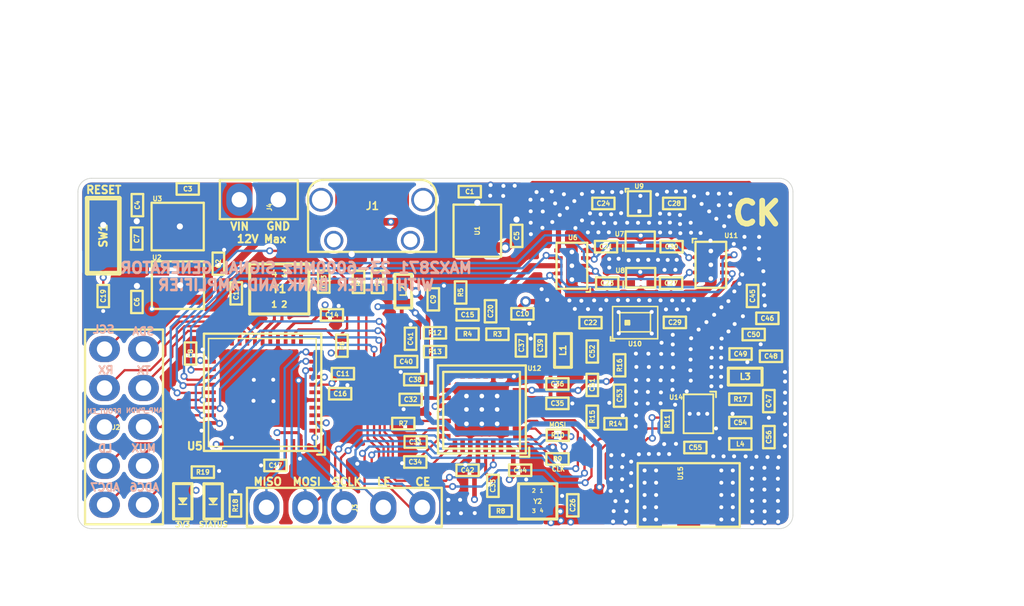
<source format=kicad_pcb>
(kicad_pcb (version 20171130) (host pcbnew "(5.1.4-0-10_14)")
  (layers (0 F.Cu signal) (1 In1.Cu signal) (2 In2.Cu signal) (31 B.Cu signal) (34 B.Paste user) (35 F.Paste user) (36 B.SilkS user) (37 F.SilkS user) (38 B.Mask user) (39 F.Mask user) (44 Edge.Cuts user))
  (net 0 "")
  (net 1 +5V)
  (net 2 GND)
  (net 3 +VBattery)
  (net 4 "Net-(C4-Pad1)")
  (net 5 /3.3V_RF)
  (net 6 +3V3)
  (net 7 "Net-(C12-Pad1)")
  (net 8 "Net-(C13-Pad1)")
  (net 9 RFOUTA_N)
  (net 10 "Net-(C15-Pad2)")
  (net 11 "Net-(C16-Pad1)")
  (net 12 "Net-(C17-Pad1)")
  (net 13 RFOUTA_P)
  (net 14 /RST)
  (net 15 "Net-(C20-Pad2)")
  (net 16 "Net-(C21-Pad2)")
  (net 17 "Net-(C21-Pad1)")
  (net 18 "Net-(C22-Pad2)")
  (net 19 "Net-(C22-Pad1)")
  (net 20 "Net-(C23-Pad1)")
  (net 21 "Net-(C23-Pad2)")
  (net 22 "Net-(C24-Pad1)")
  (net 23 "Net-(C24-Pad2)")
  (net 24 REF_IN)
  (net 25 "Net-(C27-Pad1)")
  (net 26 "Net-(C27-Pad2)")
  (net 27 "Net-(C28-Pad2)")
  (net 28 "Net-(C28-Pad1)")
  (net 29 "Net-(C29-Pad1)")
  (net 30 "Net-(C29-Pad2)")
  (net 31 "Net-(C30-Pad1)")
  (net 32 "Net-(C30-Pad2)")
  (net 33 "Net-(C31-Pad2)")
  (net 34 "Net-(C32-Pad2)")
  (net 35 "Net-(C33-Pad2)")
  (net 36 "Net-(C33-Pad1)")
  (net 37 "Net-(C34-Pad2)")
  (net 38 "Net-(C35-Pad2)")
  (net 39 "Net-(C38-Pad2)")
  (net 40 "Net-(C45-Pad1)")
  (net 41 "Net-(C49-Pad1)")
  (net 42 "Net-(C51-Pad1)")
  (net 43 "Net-(C51-Pad2)")
  (net 44 "Net-(C53-Pad2)")
  (net 45 "Net-(C54-Pad1)")
  (net 46 "Net-(C55-Pad1)")
  (net 47 "Net-(C55-Pad2)")
  (net 48 "Net-(J1-Pad4)")
  (net 49 "Net-(J1-Pad3)")
  (net 50 "Net-(J1-Pad2)")
  (net 51 SPI_MISO)
  (net 52 MAX2871_CE)
  (net 53 SPI_MOSI)
  (net 54 MAX2871_LE)
  (net 55 SPI_CLK)
  (net 56 RFOUT_EN)
  (net 57 MAX2871_MUX)
  (net 58 AMP_PWDN)
  (net 59 MAX2871_LD)
  (net 60 RX)
  (net 61 TX)
  (net 62 SDA)
  (net 63 SCL)
  (net 64 /D-)
  (net 65 /D+)
  (net 66 "Net-(R7-Pad1)")
  (net 67 "Net-(R9-Pad2)")
  (net 68 "Net-(R10-Pad2)")
  (net 69 "Net-(R12-Pad2)")
  (net 70 "Net-(R13-Pad2)")
  (net 71 "Net-(R14-Pad2)")
  (net 72 "Net-(U1-Pad4)")
  (net 73 "Net-(U2-Pad4)")
  (net 74 "Net-(U5-Pad22)")
  (net 75 SWITCH_V1)
  (net 76 SWITCH_V2)
  (net 77 SWITCH_V3)
  (net 78 SWITCH_V4)
  (net 79 "Net-(C45-Pad2)")
  (net 80 ADC7)
  (net 81 ADC6)
  (net 82 "Net-(U5-Pad41)")
  (net 83 "Net-(U5-Pad40)")
  (net 84 "Net-(U5-Pad12)")
  (net 85 "Net-(D1-Pad1)")
  (net 86 STATUS_LED)
  (net 87 "Net-(D2-Pad1)")
  (net 88 "Net-(U5-Pad39)")
  (module Footprints:QFN32_5x5mm_P0.5mm_1EXP_3.1x3.1mm (layer F.Cu) (at 153.24074 88.5952 180)
    (fp_text reference U12 (at -3.43154 2.68224) (layer F.SilkS) (effects (font (size 0.3 0.3) (thickness 0.075))))
    (fp_text value MAX2871)
    (pad 1 smd rect (at -2.415 -1.75 180) (size 0.75 0.3) (layers F.Cu F.Paste F.Mask) (net 67 "Net-(R9-Pad2)"))
    (pad 2 smd rect (at -2.415 -1.25 180) (size 0.8 0.3) (layers F.Cu F.Paste F.Mask) (net 68 "Net-(R10-Pad2)"))
    (pad 3 smd rect (at -2.415 -0.75 180) (size 0.8 0.3) (layers F.Cu F.Paste F.Mask) (net 54 MAX2871_LE))
    (pad 4 smd rect (at -2.415 -0.25 180) (size 0.8 0.3) (layers F.Cu F.Paste F.Mask) (net 52 MAX2871_CE))
    (pad 5 smd rect (at -2.415 0.25 180) (size 0.8 0.3) (layers F.Cu F.Paste F.Mask) (net 71 "Net-(R14-Pad2)"))
    (pad 6 smd rect (at -2.415 0.75 180) (size 0.8 0.3) (layers F.Cu F.Paste F.Mask) (net 38 "Net-(C35-Pad2)"))
    (pad 7 smd rect (at -2.415 1.25 180) (size 0.8 0.3) (layers F.Cu F.Paste F.Mask) (net 42 "Net-(C51-Pad1)"))
    (pad 8 smd rect (at -2.415 1.75 180) (size 0.75 0.3) (layers F.Cu F.Paste F.Mask) (net 2 GND))
    (pad 17 smd rect (at 2.415 1.75 180) (size 0.75 0.3) (layers F.Cu F.Paste F.Mask) (net 39 "Net-(C38-Pad2)"))
    (pad 18 smd rect (at 2.415 1.25 180) (size 0.8 0.3) (layers F.Cu F.Paste F.Mask) (net 2 GND))
    (pad 19 smd rect (at 2.415 0.75 180) (size 0.8 0.3) (layers F.Cu F.Paste F.Mask) (net 34 "Net-(C32-Pad2)"))
    (pad 20 smd rect (at 2.415 0.25 180) (size 0.8 0.3) (layers F.Cu F.Paste F.Mask) (net 44 "Net-(C53-Pad2)"))
    (pad 21 smd rect (at 2.415 -0.25 180) (size 0.8 0.3) (layers F.Cu F.Paste F.Mask) (net 2 GND))
    (pad 22 smd rect (at 2.415 -0.75 180) (size 0.8 0.3) (layers F.Cu F.Paste F.Mask) (net 66 "Net-(R7-Pad1)"))
    (pad 23 smd rect (at 2.415 -1.25 180) (size 0.8 0.3) (layers F.Cu F.Paste F.Mask) (net 33 "Net-(C31-Pad2)"))
    (pad 24 smd rect (at 2.415 -1.75 180) (size 0.75 0.3) (layers F.Cu F.Paste F.Mask) (net 37 "Net-(C34-Pad2)"))
    (pad 9 smd rect (at -1.75 2.415 270) (size 0.75 0.3) (layers F.Cu F.Paste F.Mask) (net 2 GND))
    (pad 33 smd rect (at 0 0 180) (size 3.15 3.15) (layers F.Cu F.Paste F.Mask) (net 2 GND))
    (pad 10 smd rect (at -1.25 2.415 270) (size 0.8 0.3) (layers F.Cu F.Paste F.Mask) (net 38 "Net-(C35-Pad2)"))
    (pad 11 smd rect (at -0.75 2.415 270) (size 0.8 0.3) (layers F.Cu F.Paste F.Mask) (net 2 GND))
    (pad 12 smd rect (at -0.25 2.415 270) (size 0.8 0.3) (layers F.Cu F.Paste F.Mask) (net 13 RFOUTA_P))
    (pad 13 smd rect (at 0.25 2.415 270) (size 0.8 0.3) (layers F.Cu F.Paste F.Mask) (net 9 RFOUTA_N))
    (pad 14 smd rect (at 0.75 2.415 270) (size 0.8 0.3) (layers F.Cu F.Paste F.Mask) (net 69 "Net-(R12-Pad2)"))
    (pad 15 smd rect (at 1.25 2.415 270) (size 0.8 0.3) (layers F.Cu F.Paste F.Mask) (net 70 "Net-(R13-Pad2)"))
    (pad 16 smd rect (at 1.75 2.415 270) (size 0.75 0.3) (layers F.Cu F.Paste F.Mask) (net 39 "Net-(C38-Pad2)"))
    (pad 25 smd rect (at 1.75 -2.415 270) (size 0.75 0.3) (layers F.Cu F.Paste F.Mask) (net 59 MAX2871_LD))
    (pad 26 smd rect (at 1.25 -2.415 270) (size 0.8 0.3) (layers F.Cu F.Paste F.Mask) (net 56 RFOUT_EN))
    (pad 27 smd rect (at 0.75 -2.415 270) (size 0.8 0.3) (layers F.Cu F.Paste F.Mask) (net 2 GND))
    (pad 28 smd rect (at 0.25 -2.415 270) (size 0.8 0.3) (layers F.Cu F.Paste F.Mask) (net 6 +3V3))
    (pad 29 smd rect (at -0.25 -2.415 270) (size 0.8 0.3) (layers F.Cu F.Paste F.Mask) (net 36 "Net-(C33-Pad1)"))
    (pad 30 smd rect (at -0.75 -2.415 270) (size 0.8 0.3) (layers F.Cu F.Paste F.Mask) (net 57 MAX2871_MUX))
    (pad 31 smd rect (at -1.25 -2.415 270) (size 0.8 0.3) (layers F.Cu F.Paste F.Mask) (net 2 GND))
    (pad 32 smd rect (at -1.75 -2.415 270) (size 0.75 0.3) (layers F.Cu F.Paste F.Mask) (net 6 +3V3))
    (pad 33 thru_hole circle (at 0 0 180) (size 0.5 0.5) (drill 0.3) (layers *.Cu) (net 2 GND))
    (pad 33 thru_hole circle (at -1 -0.9365 180) (size 0.5 0.5) (drill 0.3) (layers *.Cu) (net 2 GND))
    (pad 33 thru_hole circle (at 1 -0.9365 180) (size 0.5 0.5) (drill 0.3) (layers *.Cu) (net 2 GND))
    (pad 33 thru_hole circle (at -1 0.873 180) (size 0.5 0.5) (drill 0.3) (layers *.Cu) (net 2 GND))
    (pad 33 thru_hole circle (at 1 0.873 180) (size 0.5 0.5) (drill 0.3) (layers *.Cu) (net 2 GND))
    (pad 33 thru_hole circle (at 1 0 180) (size 0.5 0.5) (drill 0.3) (layers *.Cu) (net 2 GND))
    (pad 33 thru_hole circle (at 0 -0.9365 180) (size 0.5 0.5) (drill 0.3) (layers *.Cu) (net 2 GND))
    (pad 33 thru_hole circle (at -1 0 180) (size 0.5 0.5) (drill 0.3) (layers *.Cu) (net 2 GND))
    (pad 33 thru_hole circle (at 0 0.873 180) (size 0.5 0.5) (drill 0.3) (layers *.Cu) (net 2 GND))
  )
  (module Footprints:QFN44_7x7mm_P0.5mm_1EXP_4.5x4.5mm (layer F.Cu) (at 138.95324 87.4776 180)
    (fp_text reference U5 (at 4.4196 -3.51028) (layer F.SilkS) (effects (font (size 0.5 0.5) (thickness 0.125))))
    (fp_text value ATMEGA32U4)
    (pad 45 smd rect (at 0 0 180) (size 4.5 4.5) (layers F.Cu F.Paste F.Mask) (net 2 GND))
    (pad 44 smd rect (at -2.5 -3.4 270) (size 0.7 0.25) (layers F.Cu F.Paste F.Mask) (net 6 +3V3))
    (pad 43 smd rect (at -2 -3.4 270) (size 0.7 0.25) (layers F.Cu F.Paste F.Mask) (net 2 GND))
    (pad 42 smd rect (at -1.5 -3.4 270) (size 0.7 0.25) (layers F.Cu F.Paste F.Mask) (net 12 "Net-(C17-Pad1)"))
    (pad 41 smd rect (at -1 -3.4 270) (size 0.7 0.25) (layers F.Cu F.Paste F.Mask) (net 82 "Net-(U5-Pad41)"))
    (pad 40 smd rect (at -0.5 -3.4 270) (size 0.7 0.25) (layers F.Cu F.Paste F.Mask) (net 83 "Net-(U5-Pad40)"))
    (pad 39 smd rect (at 0 -3.4 270) (size 0.7 0.25) (layers F.Cu F.Paste F.Mask) (net 88 "Net-(U5-Pad39)"))
    (pad 38 smd rect (at 0.5 -3.4 270) (size 0.7 0.25) (layers F.Cu F.Paste F.Mask) (net 86 STATUS_LED))
    (pad 37 smd rect (at 1 -3.4 270) (size 0.7 0.25) (layers F.Cu F.Paste F.Mask) (net 81 ADC6))
    (pad 36 smd rect (at 1.5 -3.4 270) (size 0.7 0.25) (layers F.Cu F.Paste F.Mask) (net 80 ADC7))
    (pad 35 smd rect (at 2 -3.4 270) (size 0.7 0.25) (layers F.Cu F.Paste F.Mask) (net 2 GND))
    (pad 34 smd rect (at 2.5 -3.4 270) (size 0.7 0.25) (layers F.Cu F.Paste F.Mask) (net 6 +3V3))
    (pad 33 smd rect (at 3.4 -2.5 180) (size 0.7 0.25) (layers F.Cu F.Paste F.Mask) (net 2 GND))
    (pad 32 smd rect (at 3.4 -2 180) (size 0.7 0.25) (layers F.Cu F.Paste F.Mask) (net 57 MAX2871_MUX))
    (pad 31 smd rect (at 3.4 -1.5 180) (size 0.7 0.25) (layers F.Cu F.Paste F.Mask) (net 59 MAX2871_LD))
    (pad 30 smd rect (at 3.4 -1 180) (size 0.7 0.25) (layers F.Cu F.Paste F.Mask) (net 58 AMP_PWDN))
    (pad 29 smd rect (at 3.4 -0.5 180) (size 0.7 0.25) (layers F.Cu F.Paste F.Mask) (net 56 RFOUT_EN))
    (pad 28 smd rect (at 3.4 0 180) (size 0.7 0.25) (layers F.Cu F.Paste F.Mask) (net 78 SWITCH_V4))
    (pad 27 smd rect (at 3.4 0.5 180) (size 0.7 0.25) (layers F.Cu F.Paste F.Mask) (net 77 SWITCH_V3))
    (pad 26 smd rect (at 3.4 1 180) (size 0.7 0.25) (layers F.Cu F.Paste F.Mask) (net 76 SWITCH_V2))
    (pad 25 smd rect (at 3.4 1.5 180) (size 0.7 0.25) (layers F.Cu F.Paste F.Mask) (net 75 SWITCH_V1))
    (pad 24 smd rect (at 3.4 2 180) (size 0.7 0.25) (layers F.Cu F.Paste F.Mask) (net 6 +3V3))
    (pad 23 smd rect (at 3.4 2.5 180) (size 0.7 0.25) (layers F.Cu F.Paste F.Mask) (net 2 GND))
    (pad 22 smd rect (at 2.5 3.4 270) (size 0.7 0.25) (layers F.Cu F.Paste F.Mask) (net 74 "Net-(U5-Pad22)"))
    (pad 21 smd rect (at 2 3.4 270) (size 0.7 0.25) (layers F.Cu F.Paste F.Mask) (net 61 TX))
    (pad 20 smd rect (at 1.5 3.4 270) (size 0.7 0.25) (layers F.Cu F.Paste F.Mask) (net 60 RX))
    (pad 19 smd rect (at 1 3.4 270) (size 0.7 0.25) (layers F.Cu F.Paste F.Mask) (net 62 SDA))
    (pad 18 smd rect (at 0.5 3.4 270) (size 0.7 0.25) (layers F.Cu F.Paste F.Mask) (net 63 SCL))
    (pad 17 smd rect (at 0 3.4 270) (size 0.7 0.25) (layers F.Cu F.Paste F.Mask) (net 7 "Net-(C12-Pad1)"))
    (pad 16 smd rect (at -0.5 3.4 270) (size 0.7 0.25) (layers F.Cu F.Paste F.Mask) (net 8 "Net-(C13-Pad1)"))
    (pad 15 smd rect (at -1 3.4 270) (size 0.7 0.25) (layers F.Cu F.Paste F.Mask) (net 2 GND))
    (pad 14 smd rect (at -1.5 3.4 270) (size 0.7 0.25) (layers F.Cu F.Paste F.Mask) (net 6 +3V3))
    (pad 13 smd rect (at -2 3.4 270) (size 0.7 0.25) (layers F.Cu F.Paste F.Mask) (net 14 /RST))
    (pad 12 smd rect (at -2.5 3.4 270) (size 0.7 0.25) (layers F.Cu F.Paste F.Mask) (net 84 "Net-(U5-Pad12)"))
    (pad 11 smd rect (at -3.4 2.5 180) (size 0.7 0.25) (layers F.Cu F.Paste F.Mask) (net 51 SPI_MISO))
    (pad 10 smd rect (at -3.4 2 180) (size 0.7 0.25) (layers F.Cu F.Paste F.Mask) (net 53 SPI_MOSI))
    (pad 9 smd rect (at -3.4 1.5 180) (size 0.7 0.25) (layers F.Cu F.Paste F.Mask) (net 55 SPI_CLK))
    (pad 8 smd rect (at -3.4 1 180) (size 0.7 0.25) (layers F.Cu F.Paste F.Mask) (net 52 MAX2871_CE))
    (pad 7 smd rect (at -3.4 0.5 180) (size 0.7 0.25) (layers F.Cu F.Paste F.Mask) (net 1 +5V))
    (pad 6 smd rect (at -3.4 0 180) (size 0.7 0.25) (layers F.Cu F.Paste F.Mask) (net 11 "Net-(C16-Pad1)"))
    (pad 5 smd rect (at -3.4 -0.5 180) (size 0.7 0.25) (layers F.Cu F.Paste F.Mask) (net 2 GND))
    (pad 4 smd rect (at -3.4 -1 180) (size 0.7 0.25) (layers F.Cu F.Paste F.Mask) (net 65 /D+))
    (pad 3 smd rect (at -3.4 -1.5 180) (size 0.7 0.25) (layers F.Cu F.Paste F.Mask) (net 64 /D-))
    (pad 2 smd rect (at -3.4 -2 180) (size 0.7 0.25) (layers F.Cu F.Paste F.Mask) (net 1 +5V))
    (pad 1 smd rect (at -3.4 -2.5 180) (size 0.7 0.25) (layers F.Cu F.Paste F.Mask) (net 54 MAX2871_LE))
  )
  (module Footprints:SMD_0402 (layer F.Cu) (at 152.45588 74.38644)
    (fp_text reference C1 (at 0 0) (layer F.SilkS) (effects (font (size 0.3 0.3) (thickness 0.075))))
    (fp_text value 2.2uF)
    (pad 1 smd rect (at -0.45 0) (size 0.4 0.6) (layers F.Cu F.Paste F.Mask) (net 1 +5V))
    (pad 2 smd rect (at 0.45 0) (size 0.4 0.6) (layers F.Cu F.Paste F.Mask) (net 2 GND))
  )
  (module Footprints:SMD_0402 (layer F.Cu) (at 136.0678 79.08544 90)
    (fp_text reference C2 (at 0 0 90) (layer F.SilkS) (effects (font (size 0.3 0.3) (thickness 0.075))))
    (fp_text value 2.2uF)
    (pad 1 smd rect (at -0.45 0 90) (size 0.4 0.6) (layers F.Cu F.Paste F.Mask) (net 1 +5V))
    (pad 2 smd rect (at 0.45 0 90) (size 0.4 0.6) (layers F.Cu F.Paste F.Mask) (net 2 GND))
  )
  (module Footprints:SMD_0402 (layer F.Cu) (at 134.07136 74.20864 180)
    (fp_text reference C3 (at 0 0) (layer F.SilkS) (effects (font (size 0.3 0.3) (thickness 0.075))))
    (fp_text value 2.2uF)
    (pad 1 smd rect (at -0.45 0 180) (size 0.4 0.6) (layers F.Cu F.Paste F.Mask) (net 3 +VBattery))
    (pad 2 smd rect (at 0.45 0 180) (size 0.4 0.6) (layers F.Cu F.Paste F.Mask) (net 2 GND))
  )
  (module Footprints:SMD_0402 (layer F.Cu) (at 130.78968 75.26528 270)
    (fp_text reference C4 (at 0 0 90) (layer F.SilkS) (effects (font (size 0.3 0.3) (thickness 0.075))))
    (fp_text value 2.2uF)
    (pad 2 smd rect (at 0.45 0 270) (size 0.4 0.6) (layers F.Cu F.Paste F.Mask) (net 2 GND))
    (pad 1 smd rect (at -0.45 0 270) (size 0.4 0.6) (layers F.Cu F.Paste F.Mask) (net 4 "Net-(C4-Pad1)"))
  )
  (module Footprints:SMD_0402 (layer F.Cu) (at 155.51404 77.27188 90)
    (fp_text reference C5 (at 0 0 90) (layer F.SilkS) (effects (font (size 0.3 0.3) (thickness 0.075))))
    (fp_text value 2.2uF)
    (pad 2 smd rect (at 0.45 0 90) (size 0.4 0.6) (layers F.Cu F.Paste F.Mask) (net 2 GND))
    (pad 1 smd rect (at -0.45 0 90) (size 0.4 0.6) (layers F.Cu F.Paste F.Mask) (net 5 /3.3V_RF))
  )
  (module Footprints:SMD_0402 (layer F.Cu) (at 130.7592 81.5848 90)
    (fp_text reference C6 (at 0 0 90) (layer F.SilkS) (effects (font (size 0.3 0.3) (thickness 0.075))))
    (fp_text value 2.2uF)
    (pad 2 smd rect (at 0.45 0 90) (size 0.4 0.6) (layers F.Cu F.Paste F.Mask) (net 2 GND))
    (pad 1 smd rect (at -0.45 0 90) (size 0.4 0.6) (layers F.Cu F.Paste F.Mask) (net 6 +3V3))
  )
  (module Footprints:SMD_0402 (layer F.Cu) (at 130.74904 77.44968 90)
    (fp_text reference C7 (at 0 0 90) (layer F.SilkS) (effects (font (size 0.3 0.3) (thickness 0.075))))
    (fp_text value 2.2uF)
    (pad 2 smd rect (at 0.45 0 90) (size 0.4 0.6) (layers F.Cu F.Paste F.Mask) (net 2 GND))
    (pad 1 smd rect (at -0.45 0 90) (size 0.4 0.6) (layers F.Cu F.Paste F.Mask) (net 1 +5V))
  )
  (module Footprints:SMD_0402 (layer F.Cu) (at 134.25424 84.94776 90)
    (fp_text reference C8 (at 0 0 90) (layer F.SilkS) (effects (font (size 0.3 0.3) (thickness 0.075))))
    (fp_text value 100nF)
    (pad 1 smd rect (at -0.45 0 90) (size 0.4 0.6) (layers F.Cu F.Paste F.Mask) (net 6 +3V3))
    (pad 2 smd rect (at 0.45 0 90) (size 0.4 0.6) (layers F.Cu F.Paste F.Mask) (net 2 GND))
  )
  (module Footprints:SMD_0402 (layer F.Cu) (at 150.07844 81.41208 270)
    (fp_text reference C9 (at 0 0 90) (layer F.SilkS) (effects (font (size 0.3 0.3) (thickness 0.075))))
    (fp_text value 100pF)
    (pad 1 smd rect (at -0.45 0 270) (size 0.4 0.6) (layers F.Cu F.Paste F.Mask) (net 2 GND))
    (pad 2 smd rect (at 0.45 0 270) (size 0.4 0.6) (layers F.Cu F.Paste F.Mask) (net 5 /3.3V_RF))
  )
  (module Footprints:SMD_0402 (layer F.Cu) (at 155.88996 82.35696 180)
    (fp_text reference C10 (at 0 0) (layer F.SilkS) (effects (font (size 0.3 0.3) (thickness 0.075))))
    (fp_text value 100pF)
    (pad 1 smd rect (at -0.45 0 180) (size 0.4 0.6) (layers F.Cu F.Paste F.Mask) (net 2 GND))
    (pad 2 smd rect (at 0.45 0 180) (size 0.4 0.6) (layers F.Cu F.Paste F.Mask) (net 5 /3.3V_RF))
  )
  (module Footprints:SMD_0402 (layer F.Cu) (at 144.18564 86.26348)
    (fp_text reference C11 (at 0 0 180) (layer F.SilkS) (effects (font (size 0.3 0.3) (thickness 0.075))))
    (fp_text value 1uF)
    (pad 2 smd rect (at 0.45 0) (size 0.4 0.6) (layers F.Cu F.Paste F.Mask) (net 2 GND))
    (pad 1 smd rect (at -0.45 0) (size 0.4 0.6) (layers F.Cu F.Paste F.Mask) (net 1 +5V))
  )
  (module Footprints:SMD_0402 (layer F.Cu) (at 137.23112 81.02092 90)
    (fp_text reference C12 (at 0 0 90) (layer F.SilkS) (effects (font (size 0.3 0.3) (thickness 0.075))))
    (fp_text value 15pF)
    (pad 2 smd rect (at 0.45 0 90) (size 0.4 0.6) (layers F.Cu F.Paste F.Mask) (net 2 GND))
    (pad 1 smd rect (at -0.45 0 90) (size 0.4 0.6) (layers F.Cu F.Paste F.Mask) (net 7 "Net-(C12-Pad1)"))
  )
  (module Footprints:SMD_0402 (layer F.Cu) (at 142.94104 80.25892 270)
    (fp_text reference C13 (at 0 0 90) (layer F.SilkS) (effects (font (size 0.3 0.3) (thickness 0.075))))
    (fp_text value 15pF)
    (pad 1 smd rect (at -0.45 0 270) (size 0.4 0.6) (layers F.Cu F.Paste F.Mask) (net 8 "Net-(C13-Pad1)"))
    (pad 2 smd rect (at 0.45 0 270) (size 0.4 0.6) (layers F.Cu F.Paste F.Mask) (net 2 GND))
  )
  (module Footprints:SMD_0402 (layer F.Cu) (at 143.46936 82.42808)
    (fp_text reference C14 (at 0 0 180) (layer F.SilkS) (effects (font (size 0.3 0.3) (thickness 0.075))))
    (fp_text value 100nF)
    (pad 2 smd rect (at 0.45 0) (size 0.4 0.6) (layers F.Cu F.Paste F.Mask) (net 2 GND))
    (pad 1 smd rect (at -0.45 0) (size 0.4 0.6) (layers F.Cu F.Paste F.Mask) (net 6 +3V3))
  )
  (module Footprints:SMD_0402 (layer F.Cu) (at 152.31364 82.41792 180)
    (fp_text reference C15 (at 0 0) (layer F.SilkS) (effects (font (size 0.3 0.3) (thickness 0.075))))
    (fp_text value 1nF)
    (pad 1 smd rect (at -0.45 0 180) (size 0.4 0.6) (layers F.Cu F.Paste F.Mask) (net 9 RFOUTA_N))
    (pad 2 smd rect (at 0.45 0 180) (size 0.4 0.6) (layers F.Cu F.Paste F.Mask) (net 10 "Net-(C15-Pad2)"))
  )
  (module Footprints:SMD_0402 (layer F.Cu) (at 144.00784 87.56904)
    (fp_text reference C16 (at 0 0) (layer F.SilkS) (effects (font (size 0.3 0.3) (thickness 0.075))))
    (fp_text value 1uF)
    (pad 1 smd rect (at -0.45 0) (size 0.4 0.6) (layers F.Cu F.Paste F.Mask) (net 11 "Net-(C16-Pad1)"))
    (pad 2 smd rect (at 0.45 0) (size 0.4 0.6) (layers F.Cu F.Paste F.Mask) (net 2 GND))
  )
  (module Footprints:SMD_0402 (layer F.Cu) (at 139.78636 92.24772 180)
    (fp_text reference C17 (at 0 0) (layer F.SilkS) (effects (font (size 0.3 0.3) (thickness 0.075))))
    (fp_text value 100nF)
    (pad 2 smd rect (at 0.45 0 180) (size 0.4 0.6) (layers F.Cu F.Paste F.Mask) (net 2 GND))
    (pad 1 smd rect (at -0.45 0 180) (size 0.4 0.6) (layers F.Cu F.Paste F.Mask) (net 12 "Net-(C17-Pad1)"))
  )
  (module Footprints:SMD_0402 (layer F.Cu) (at 128.56464 81.19618 90)
    (fp_text reference C19 (at 0 0 90) (layer F.SilkS) (effects (font (size 0.3 0.3) (thickness 0.075))))
    (fp_text value 100nF)
    (pad 2 smd rect (at 0.45 0 90) (size 0.4 0.6) (layers F.Cu F.Paste F.Mask) (net 14 /RST))
    (pad 1 smd rect (at -0.45 0 90) (size 0.4 0.6) (layers F.Cu F.Paste F.Mask) (net 2 GND))
  )
  (module Footprints:SMD_0402 (layer F.Cu) (at 153.81224 82.18932 90)
    (fp_text reference C20 (at 0 0 90) (layer F.SilkS) (effects (font (size 0.3 0.3) (thickness 0.075))))
    (fp_text value 1nF)
    (pad 2 smd rect (at 0.45 0 90) (size 0.4 0.6) (layers F.Cu F.Paste F.Mask) (net 15 "Net-(C20-Pad2)"))
    (pad 1 smd rect (at -0.45 0 90) (size 0.4 0.6) (layers F.Cu F.Paste F.Mask) (net 13 RFOUTA_P))
  )
  (module Footprints:SMD_0402 (layer F.Cu) (at 161.33826 77.97546 180)
    (fp_text reference C21 (at 0 0) (layer F.SilkS) (effects (font (size 0.3 0.3) (thickness 0.075))))
    (fp_text value 10pF)
    (pad 2 smd rect (at 0.45 0 180) (size 0.4 0.6) (layers F.Cu F.Paste F.Mask) (net 16 "Net-(C21-Pad2)"))
    (pad 1 smd rect (at -0.45 0 180) (size 0.4 0.6) (layers F.Cu F.Paste F.Mask) (net 17 "Net-(C21-Pad1)"))
  )
  (module Footprints:SMD_0402 (layer F.Cu) (at 160.3248 82.931 180)
    (fp_text reference C22 (at 0 0) (layer F.SilkS) (effects (font (size 0.3 0.3) (thickness 0.075))))
    (fp_text value 10pF)
    (pad 2 smd rect (at 0.45 0 180) (size 0.4 0.6) (layers F.Cu F.Paste F.Mask) (net 18 "Net-(C22-Pad2)"))
    (pad 1 smd rect (at -0.45 0 180) (size 0.4 0.6) (layers F.Cu F.Paste F.Mask) (net 19 "Net-(C22-Pad1)"))
  )
  (module Footprints:SMD_0402 (layer F.Cu) (at 161.41446 80.3529 180)
    (fp_text reference C23 (at 0 0) (layer F.SilkS) (effects (font (size 0.3 0.3) (thickness 0.075))))
    (fp_text value 10pF)
    (pad 1 smd rect (at -0.45 0 180) (size 0.4 0.6) (layers F.Cu F.Paste F.Mask) (net 20 "Net-(C23-Pad1)"))
    (pad 2 smd rect (at 0.45 0 180) (size 0.4 0.6) (layers F.Cu F.Paste F.Mask) (net 21 "Net-(C23-Pad2)"))
  )
  (module Footprints:SMD_0402 (layer F.Cu) (at 161.16554 75.15606 180)
    (fp_text reference C24 (at 0 0) (layer F.SilkS) (effects (font (size 0.3 0.3) (thickness 0.075))))
    (fp_text value 10pF)
    (pad 1 smd rect (at -0.45 0 180) (size 0.4 0.6) (layers F.Cu F.Paste F.Mask) (net 22 "Net-(C24-Pad1)"))
    (pad 2 smd rect (at 0.45 0 180) (size 0.4 0.6) (layers F.Cu F.Paste F.Mask) (net 23 "Net-(C24-Pad2)"))
  )
  (module Footprints:SMD_0402 (layer F.Cu) (at 159.17164 94.84868 90)
    (fp_text reference C26 (at 0 0 90) (layer F.SilkS) (effects (font (size 0.3 0.3) (thickness 0.075))))
    (fp_text value 10nF)
    (pad 1 smd rect (at -0.45 0 90) (size 0.4 0.6) (layers F.Cu F.Paste F.Mask) (net 6 +3V3))
    (pad 2 smd rect (at 0.45 0 90) (size 0.4 0.6) (layers F.Cu F.Paste F.Mask) (net 2 GND))
  )
  (module Footprints:SMD_0402 (layer F.Cu) (at 165.58006 80.3529 180)
    (fp_text reference C27 (at 0 0) (layer F.SilkS) (effects (font (size 0.3 0.3) (thickness 0.075))))
    (fp_text value 10pF)
    (pad 1 smd rect (at -0.45 0 180) (size 0.4 0.6) (layers F.Cu F.Paste F.Mask) (net 25 "Net-(C27-Pad1)"))
    (pad 2 smd rect (at 0.45 0 180) (size 0.4 0.6) (layers F.Cu F.Paste F.Mask) (net 26 "Net-(C27-Pad2)"))
  )
  (module Footprints:SMD_0402 (layer F.Cu) (at 165.78114 75.15606 180)
    (fp_text reference C28 (at 0 0) (layer F.SilkS) (effects (font (size 0.3 0.3) (thickness 0.075))))
    (fp_text value 10pF)
    (pad 2 smd rect (at 0.45 0 180) (size 0.4 0.6) (layers F.Cu F.Paste F.Mask) (net 27 "Net-(C28-Pad2)"))
    (pad 1 smd rect (at -0.45 0 180) (size 0.4 0.6) (layers F.Cu F.Paste F.Mask) (net 28 "Net-(C28-Pad1)"))
  )
  (module Footprints:SMD_0402 (layer F.Cu) (at 165.82644 82.91576 180)
    (fp_text reference C29 (at 0 0) (layer F.SilkS) (effects (font (size 0.3 0.3) (thickness 0.075))))
    (fp_text value 10pF)
    (pad 1 smd rect (at -0.45 0 180) (size 0.4 0.6) (layers F.Cu F.Paste F.Mask) (net 29 "Net-(C29-Pad1)"))
    (pad 2 smd rect (at 0.45 0 180) (size 0.4 0.6) (layers F.Cu F.Paste F.Mask) (net 30 "Net-(C29-Pad2)"))
  )
  (module Footprints:SMD_0402 (layer F.Cu) (at 165.61054 77.97546 180)
    (fp_text reference C30 (at 0 0) (layer F.SilkS) (effects (font (size 0.3 0.3) (thickness 0.075))))
    (fp_text value 10pF)
    (pad 1 smd rect (at -0.45 0 180) (size 0.4 0.6) (layers F.Cu F.Paste F.Mask) (net 31 "Net-(C30-Pad1)"))
    (pad 2 smd rect (at 0.45 0 180) (size 0.4 0.6) (layers F.Cu F.Paste F.Mask) (net 32 "Net-(C30-Pad2)"))
  )
  (module Footprints:SMD_0402 (layer F.Cu) (at 148.93036 90.71864)
    (fp_text reference C31 (at 0 0) (layer F.SilkS) (effects (font (size 0.3 0.3) (thickness 0.075))))
    (fp_text value 1uF)
    (pad 2 smd rect (at 0.45 0) (size 0.4 0.6) (layers F.Cu F.Paste F.Mask) (net 33 "Net-(C31-Pad2)"))
    (pad 1 smd rect (at -0.45 0) (size 0.4 0.6) (layers F.Cu F.Paste F.Mask) (net 2 GND))
  )
  (module Footprints:SMD_0402 (layer F.Cu) (at 148.60524 87.94496)
    (fp_text reference C32 (at 0 0) (layer F.SilkS) (effects (font (size 0.3 0.3) (thickness 0.075))))
    (fp_text value 1uF)
    (pad 2 smd rect (at 0.45 0) (size 0.4 0.6) (layers F.Cu F.Paste F.Mask) (net 34 "Net-(C32-Pad2)"))
    (pad 1 smd rect (at -0.45 0) (size 0.4 0.6) (layers F.Cu F.Paste F.Mask) (net 2 GND))
  )
  (module Footprints:SMD_0402 (layer F.Cu) (at 153.96464 93.57868 270)
    (fp_text reference C33 (at 0 0 90) (layer F.SilkS) (effects (font (size 0.3 0.3) (thickness 0.075))))
    (fp_text value 10nF)
    (pad 2 smd rect (at 0.45 0 270) (size 0.4 0.6) (layers F.Cu F.Paste F.Mask) (net 35 "Net-(C33-Pad2)"))
    (pad 1 smd rect (at -0.45 0 270) (size 0.4 0.6) (layers F.Cu F.Paste F.Mask) (net 36 "Net-(C33-Pad1)"))
  )
  (module Footprints:SMD_0402 (layer F.Cu) (at 148.90496 92.0242)
    (fp_text reference C34 (at 0 0) (layer F.SilkS) (effects (font (size 0.3 0.3) (thickness 0.075))))
    (fp_text value 1uF)
    (pad 1 smd rect (at -0.45 0) (size 0.4 0.6) (layers F.Cu F.Paste F.Mask) (net 2 GND))
    (pad 2 smd rect (at 0.45 0) (size 0.4 0.6) (layers F.Cu F.Paste F.Mask) (net 37 "Net-(C34-Pad2)"))
  )
  (module Footprints:SMD_0402 (layer F.Cu) (at 158.16834 88.19896 180)
    (fp_text reference C35 (at 0 0) (layer F.SilkS) (effects (font (size 0.3 0.3) (thickness 0.075))))
    (fp_text value 100nF)
    (pad 1 smd rect (at -0.45 0 180) (size 0.4 0.6) (layers F.Cu F.Paste F.Mask) (net 2 GND))
    (pad 2 smd rect (at 0.45 0 180) (size 0.4 0.6) (layers F.Cu F.Paste F.Mask) (net 38 "Net-(C35-Pad2)"))
  )
  (module Footprints:SMD_0402 (layer F.Cu) (at 158.16834 86.93404 180)
    (fp_text reference C36 (at 0 0) (layer F.SilkS) (effects (font (size 0.3 0.3) (thickness 0.075))))
    (fp_text value 100nF)
    (pad 2 smd rect (at 0.45 0 180) (size 0.4 0.6) (layers F.Cu F.Paste F.Mask) (net 38 "Net-(C35-Pad2)"))
    (pad 1 smd rect (at -0.45 0 180) (size 0.4 0.6) (layers F.Cu F.Paste F.Mask) (net 2 GND))
  )
  (module Footprints:SMD_0402 (layer F.Cu) (at 155.829 84.42452 270)
    (fp_text reference C37 (at 0 0 90) (layer F.SilkS) (effects (font (size 0.3 0.3) (thickness 0.075))))
    (fp_text value 100pF)
    (pad 1 smd rect (at -0.45 0 270) (size 0.4 0.6) (layers F.Cu F.Paste F.Mask) (net 2 GND))
    (pad 2 smd rect (at 0.45 0 270) (size 0.4 0.6) (layers F.Cu F.Paste F.Mask) (net 38 "Net-(C35-Pad2)"))
  )
  (module Footprints:SMD_0402 (layer F.Cu) (at 148.89988 86.64956)
    (fp_text reference C38 (at 0 0) (layer F.SilkS) (effects (font (size 0.3 0.3) (thickness 0.075))))
    (fp_text value 100nF)
    (pad 2 smd rect (at 0.45 0) (size 0.4 0.6) (layers F.Cu F.Paste F.Mask) (net 39 "Net-(C38-Pad2)"))
    (pad 1 smd rect (at -0.45 0) (size 0.4 0.6) (layers F.Cu F.Paste F.Mask) (net 2 GND))
  )
  (module Footprints:SMD_0402 (layer F.Cu) (at 157.05836 84.42452 270)
    (fp_text reference C39 (at 0 0 90) (layer F.SilkS) (effects (font (size 0.3 0.3) (thickness 0.075))))
    (fp_text value 100pF)
    (pad 2 smd rect (at 0.45 0 270) (size 0.4 0.6) (layers F.Cu F.Paste F.Mask) (net 38 "Net-(C35-Pad2)"))
    (pad 1 smd rect (at -0.45 0 270) (size 0.4 0.6) (layers F.Cu F.Paste F.Mask) (net 2 GND))
  )
  (module Footprints:SMD_0402 (layer F.Cu) (at 148.3106 85.47608)
    (fp_text reference C40 (at 0 0) (layer F.SilkS) (effects (font (size 0.3 0.3) (thickness 0.075))))
    (fp_text value 100nF)
    (pad 1 smd rect (at -0.45 0) (size 0.4 0.6) (layers F.Cu F.Paste F.Mask) (net 2 GND))
    (pad 2 smd rect (at 0.45 0) (size 0.4 0.6) (layers F.Cu F.Paste F.Mask) (net 39 "Net-(C38-Pad2)"))
  )
  (module Footprints:SMD_0402 (layer F.Cu) (at 148.59508 83.98256 270)
    (fp_text reference C41 (at 0 0 90) (layer F.SilkS) (effects (font (size 0.3 0.3) (thickness 0.075))))
    (fp_text value 100pF)
    (pad 2 smd rect (at 0.45 0 270) (size 0.4 0.6) (layers F.Cu F.Paste F.Mask) (net 39 "Net-(C38-Pad2)"))
    (pad 1 smd rect (at -0.45 0 270) (size 0.4 0.6) (layers F.Cu F.Paste F.Mask) (net 2 GND))
  )
  (module Footprints:SMD_0402 (layer F.Cu) (at 152.31364 92.56268)
    (fp_text reference C42 (at 0 0) (layer F.SilkS) (effects (font (size 0.3 0.3) (thickness 0.075))))
    (fp_text value 100nF)
    (pad 2 smd rect (at 0.45 0) (size 0.4 0.6) (layers F.Cu F.Paste F.Mask) (net 6 +3V3))
    (pad 1 smd rect (at -0.45 0) (size 0.4 0.6) (layers F.Cu F.Paste F.Mask) (net 2 GND))
  )
  (module Footprints:SMD_0402 (layer F.Cu) (at 155.74264 92.56268 180)
    (fp_text reference C44 (at 0 0) (layer F.SilkS) (effects (font (size 0.3 0.3) (thickness 0.075))))
    (fp_text value 100nF)
    (pad 1 smd rect (at -0.45 0 180) (size 0.4 0.6) (layers F.Cu F.Paste F.Mask) (net 2 GND))
    (pad 2 smd rect (at 0.45 0 180) (size 0.4 0.6) (layers F.Cu F.Paste F.Mask) (net 6 +3V3))
  )
  (module Footprints:SMD_0402 (layer F.Cu) (at 170.8912 81.19364 90)
    (fp_text reference C45 (at 0 0 90) (layer F.SilkS) (effects (font (size 0.3 0.3) (thickness 0.075))))
    (fp_text value 1nF)
    (pad 2 smd rect (at 0.45 0 90) (size 0.4 0.6) (layers F.Cu F.Paste F.Mask) (net 79 "Net-(C45-Pad2)"))
    (pad 1 smd rect (at -0.45 0 90) (size 0.4 0.6) (layers F.Cu F.Paste F.Mask) (net 40 "Net-(C45-Pad1)"))
  )
  (module Footprints:SMD_0402 (layer F.Cu) (at 171.8564 82.6516 180)
    (fp_text reference C46 (at 0 0) (layer F.SilkS) (effects (font (size 0.3 0.3) (thickness 0.075))))
    (fp_text value DNP)
    (pad 2 smd rect (at 0.45 0 180) (size 0.4 0.6) (layers F.Cu F.Paste F.Mask) (net 2 GND))
    (pad 1 smd rect (at -0.45 0 180) (size 0.4 0.6) (layers F.Cu F.Paste F.Mask) (net 1 +5V))
  )
  (module Footprints:SMD_0402 (layer F.Cu) (at 171.95292 88.05164 270)
    (fp_text reference C47 (at 0 0 90) (layer F.SilkS) (effects (font (size 0.3 0.3) (thickness 0.075))))
    (fp_text value DNP)
    (pad 1 smd rect (at -0.45 0 270) (size 0.4 0.6) (layers F.Cu F.Paste F.Mask) (net 1 +5V))
    (pad 2 smd rect (at 0.45 0 270) (size 0.4 0.6) (layers F.Cu F.Paste F.Mask) (net 2 GND))
  )
  (module Footprints:SMD_0402 (layer F.Cu) (at 172.09008 85.12556 180)
    (fp_text reference C48 (at 0 0) (layer F.SilkS) (effects (font (size 0.3 0.3) (thickness 0.075))))
    (fp_text value 100nF)
    (pad 2 smd rect (at 0.45 0 180) (size 0.4 0.6) (layers F.Cu F.Paste F.Mask) (net 2 GND))
    (pad 1 smd rect (at -0.45 0 180) (size 0.4 0.6) (layers F.Cu F.Paste F.Mask) (net 1 +5V))
  )
  (module Footprints:SMD_0402 (layer F.Cu) (at 170.10888 84.97824)
    (fp_text reference C49 (at 0 0) (layer F.SilkS) (effects (font (size 0.3 0.3) (thickness 0.075))))
    (fp_text value 10uF)
    (pad 2 smd rect (at 0.45 0) (size 0.4 0.6) (layers F.Cu F.Paste F.Mask) (net 2 GND))
    (pad 1 smd rect (at -0.45 0) (size 0.4 0.6) (layers F.Cu F.Paste F.Mask) (net 41 "Net-(C49-Pad1)"))
  )
  (module Footprints:SMD_0402 (layer F.Cu) (at 170.96232 83.70824)
    (fp_text reference C50 (at 0 0) (layer F.SilkS) (effects (font (size 0.3 0.3) (thickness 0.075))))
    (fp_text value 100nF)
    (pad 1 smd rect (at -0.45 0) (size 0.4 0.6) (layers F.Cu F.Paste F.Mask) (net 41 "Net-(C49-Pad1)"))
    (pad 2 smd rect (at 0.45 0) (size 0.4 0.6) (layers F.Cu F.Paste F.Mask) (net 2 GND))
  )
  (module Footprints:SMD_0402 (layer F.Cu) (at 160.44164 86.995 270)
    (fp_text reference C51 (at 0 0 90) (layer F.SilkS) (effects (font (size 0.3 0.3) (thickness 0.075))))
    (fp_text value 100nF)
    (pad 1 smd rect (at -0.45 0 270) (size 0.4 0.6) (layers F.Cu F.Paste F.Mask) (net 42 "Net-(C51-Pad1)"))
    (pad 2 smd rect (at 0.45 0 270) (size 0.4 0.6) (layers F.Cu F.Paste F.Mask) (net 43 "Net-(C51-Pad2)"))
  )
  (module Footprints:SMD_0402 (layer F.Cu) (at 160.44164 84.81568 270)
    (fp_text reference C52 (at 0 0 90) (layer F.SilkS) (effects (font (size 0.3 0.3) (thickness 0.075))))
    (fp_text value 12nF)
    (pad 2 smd rect (at 0.45 0 270) (size 0.4 0.6) (layers F.Cu F.Paste F.Mask) (net 42 "Net-(C51-Pad1)"))
    (pad 1 smd rect (at -0.45 0 270) (size 0.4 0.6) (layers F.Cu F.Paste F.Mask) (net 2 GND))
  )
  (module Footprints:SMD_0402 (layer F.Cu) (at 162.22472 87.69604 90)
    (fp_text reference C53 (at 0 0 90) (layer F.SilkS) (effects (font (size 0.3 0.3) (thickness 0.075))))
    (fp_text value 820pF)
    (pad 2 smd rect (at 0.45 0 90) (size 0.4 0.6) (layers F.Cu F.Paste F.Mask) (net 44 "Net-(C53-Pad2)"))
    (pad 1 smd rect (at -0.45 0 90) (size 0.4 0.6) (layers F.Cu F.Paste F.Mask) (net 2 GND))
  )
  (module Footprints:SMD_0402 (layer F.Cu) (at 170.09364 89.45118 180)
    (fp_text reference C54 (at 0 0) (layer F.SilkS) (effects (font (size 0.3 0.3) (thickness 0.075))))
    (fp_text value 10pF)
    (pad 2 smd rect (at 0.45 0 180) (size 0.4 0.6) (layers F.Cu F.Paste F.Mask) (net 2 GND))
    (pad 1 smd rect (at -0.45 0 180) (size 0.4 0.6) (layers F.Cu F.Paste F.Mask) (net 45 "Net-(C54-Pad1)"))
  )
  (module Footprints:SMD_0402 (layer F.Cu) (at 167.16248 91.07932 180)
    (fp_text reference C55 (at 0 0) (layer F.SilkS) (effects (font (size 0.3 0.3) (thickness 0.075))))
    (fp_text value 1nF)
    (pad 1 smd rect (at -0.45 0 180) (size 0.4 0.6) (layers F.Cu F.Paste F.Mask) (net 46 "Net-(C55-Pad1)"))
    (pad 2 smd rect (at 0.45 0 180) (size 0.4 0.6) (layers F.Cu F.Paste F.Mask) (net 47 "Net-(C55-Pad2)"))
  )
  (module Footprints:SMD_0402 (layer F.Cu) (at 171.95292 90.3986 90)
    (fp_text reference C56 (at 0 0 90) (layer F.SilkS) (effects (font (size 0.3 0.3) (thickness 0.075))))
    (fp_text value 10nF)
    (pad 1 smd rect (at -0.45 0 90) (size 0.4 0.6) (layers F.Cu F.Paste F.Mask) (net 45 "Net-(C54-Pad1)"))
    (pad 2 smd rect (at 0.45 0 90) (size 0.4 0.6) (layers F.Cu F.Paste F.Mask) (net 2 GND))
  )
  (module Footprints:USB_MicroB_TH (layer F.Cu) (at 146.09064 76.11618 180)
    (fp_text reference J1 (at -0.02032 0.79502) (layer F.SilkS) (effects (font (size 0.5 0.5) (thickness 0.1))))
    (fp_text value USB_MicroB)
    (pad 5 smd rect (at 1.3 -1.45 180) (size 0.4 1.35) (layers F.Cu F.Paste F.Mask) (net 2 GND))
    (pad 4 smd rect (at 0.65 -1.45 180) (size 0.4 1.35) (layers F.Cu F.Paste F.Mask) (net 48 "Net-(J1-Pad4)"))
    (pad 3 smd rect (at 0 -1.45 180) (size 0.4 1.35) (layers F.Cu F.Paste F.Mask) (net 49 "Net-(J1-Pad3)"))
    (pad 2 smd rect (at -0.65 -1.45 180) (size 0.4 1.35) (layers F.Cu F.Paste F.Mask) (net 50 "Net-(J1-Pad2)"))
    (pad 1 smd rect (at -1.3 -1.45 180) (size 0.4 1.35) (layers F.Cu F.Paste F.Mask) (net 1 +5V))
    (pad "" thru_hole oval (at 2.5 -1.45 180) (size 1.25 1.25) (drill oval 0.9) (layers *.Cu *.Mask))
    (pad "" thru_hole oval (at -2.5 -1.45 180) (size 1.25 1.25) (drill oval 0.9) (layers *.Cu *.Mask))
    (pad "" thru_hole oval (at -3.325 1.2 180) (size 1.55 1.55) (drill oval 1.2) (layers *.Cu *.Mask))
    (pad "" thru_hole oval (at 3.325 1.2 180) (size 1.55 1.55) (drill oval 1.2) (layers *.Cu *.Mask))
    (pad "" smd rect (at 0 1.25 180) (size 4.8 1.55) (layers F.Cu F.Paste F.Mask))
  )
  (module Footprints:PinHeader_2x5_P2.54mm (layer F.Cu) (at 129.89814 89.70518)
    (fp_text reference J2 (at -0.4953 0.05842) (layer F.SilkS) (effects (font (size 0.3 0.3) (thickness 0.075))))
    (fp_text value Connector_02x05)
    (pad 1 thru_hole oval (at -1.25 -5.05) (size 2 1.7) (drill 1) (layers *.Cu *.Mask) (net 63 SCL))
    (pad 2 thru_hole oval (at 1.29 -5.05) (size 2 1.7) (drill 1) (layers *.Cu *.Mask) (net 62 SDA))
    (pad 3 thru_hole oval (at -1.25 -2.51) (size 2 1.7) (drill 1) (layers *.Cu *.Mask) (net 60 RX))
    (pad 4 thru_hole oval (at 1.29 -2.51) (size 2 1.7) (drill 1) (layers *.Cu *.Mask) (net 61 TX))
    (pad 5 thru_hole oval (at -1.25 0.03) (size 2 1.7) (drill 1) (layers *.Cu *.Mask) (net 56 RFOUT_EN))
    (pad 6 thru_hole oval (at 1.29 0.03) (size 2 1.7) (drill 1) (layers *.Cu *.Mask) (net 58 AMP_PWDN))
    (pad 7 thru_hole oval (at -1.25 2.57) (size 2 1.7) (drill 1) (layers *.Cu *.Mask) (net 59 MAX2871_LD))
    (pad 8 thru_hole oval (at 1.29 2.57) (size 2 1.7) (drill 1) (layers *.Cu *.Mask) (net 57 MAX2871_MUX))
    (pad 9 thru_hole oval (at -1.25 5.11) (size 2 1.7) (drill 1) (layers *.Cu *.Mask) (net 80 ADC7))
    (pad 10 thru_hole oval (at 1.29 5.11) (size 2 1.7) (drill 1) (layers *.Cu *.Mask) (net 81 ADC6))
  )
  (module Footprints:SMD_0603 (layer F.Cu) (at 158.53156 84.74456 270)
    (fp_text reference L1 (at 0 0 90) (layer F.SilkS) (effects (font (size 0.4 0.4) (thickness 0.1))))
    (fp_text value BLM18PG181SN1D)
    (pad 2 smd rect (at 0.75 0 270) (size 0.5 0.9) (layers F.Cu F.Paste F.Mask) (net 38 "Net-(C35-Pad2)"))
    (pad 1 smd rect (at -0.75 0 270) (size 0.5 0.9) (layers F.Cu F.Paste F.Mask) (net 5 /3.3V_RF))
  )
  (module Footprints:SMD_0603 (layer F.Cu) (at 148.12264 80.87868 270)
    (fp_text reference L2 (at 0 0 90) (layer F.SilkS) (effects (font (size 0.4 0.4) (thickness 0.1))))
    (fp_text value BLM18PG181SN1D)
    (pad 1 smd rect (at -0.75 0 270) (size 0.5 0.9) (layers F.Cu F.Paste F.Mask) (net 5 /3.3V_RF))
    (pad 2 smd rect (at 0.75 0 270) (size 0.5 0.9) (layers F.Cu F.Paste F.Mask) (net 39 "Net-(C38-Pad2)"))
  )
  (module Footprints:SMD_0603 (layer F.Cu) (at 170.41114 86.45144 180)
    (fp_text reference L3 (at 0 0) (layer F.SilkS) (effects (font (size 0.4 0.4) (thickness 0.1))))
    (fp_text value BLM18PG181SN1D)
    (pad 1 smd rect (at -0.75 0 180) (size 0.5 0.9) (layers F.Cu F.Paste F.Mask) (net 1 +5V))
    (pad 2 smd rect (at 0.75 0 180) (size 0.5 0.9) (layers F.Cu F.Paste F.Mask) (net 41 "Net-(C49-Pad1)"))
  )
  (module Footprints:SMD_0402 (layer F.Cu) (at 170.09364 90.84818 180)
    (fp_text reference L4 (at 0 0) (layer F.SilkS) (effects (font (size 0.3 0.3) (thickness 0.075))))
    (fp_text value LQW15AN9N9J80D)
    (pad 1 smd rect (at -0.45 0 180) (size 0.4 0.6) (layers F.Cu F.Paste F.Mask) (net 45 "Net-(C54-Pad1)"))
    (pad 2 smd rect (at 0.45 0 180) (size 0.4 0.6) (layers F.Cu F.Paste F.Mask) (net 46 "Net-(C55-Pad1)"))
  )
  (module Footprints:SMD_0402 (layer F.Cu) (at 146.44116 80.27924 270)
    (fp_text reference R1 (at 0 0 90) (layer F.SilkS) (effects (font (size 0.3 0.3) (thickness 0.075))))
    (fp_text value 22)
    (pad 2 smd rect (at 0.45 0 270) (size 0.4 0.6) (layers F.Cu F.Paste F.Mask) (net 64 /D-))
    (pad 1 smd rect (at -0.45 0 270) (size 0.4 0.6) (layers F.Cu F.Paste F.Mask) (net 50 "Net-(J1-Pad2)"))
  )
  (module Footprints:SMD_0402 (layer F.Cu) (at 145.20672 80.27416 270)
    (fp_text reference R2 (at 0 0 90) (layer F.SilkS) (effects (font (size 0.3 0.3) (thickness 0.075))))
    (fp_text value 22)
    (pad 1 smd rect (at -0.45 0 270) (size 0.4 0.6) (layers F.Cu F.Paste F.Mask) (net 49 "Net-(J1-Pad3)"))
    (pad 2 smd rect (at 0.45 0 270) (size 0.4 0.6) (layers F.Cu F.Paste F.Mask) (net 65 /D+))
  )
  (module Footprints:SMD_0402 (layer F.Cu) (at 154.25928 83.68792 180)
    (fp_text reference R3 (at 0 0) (layer F.SilkS) (effects (font (size 0.3 0.3) (thickness 0.075))))
    (fp_text value 49.9)
    (pad 2 smd rect (at 0.45 0 180) (size 0.4 0.6) (layers F.Cu F.Paste F.Mask) (net 13 RFOUTA_P))
    (pad 1 smd rect (at -0.45 0 180) (size 0.4 0.6) (layers F.Cu F.Paste F.Mask) (net 5 /3.3V_RF))
  )
  (module Footprints:SMD_0402 (layer F.Cu) (at 152.31364 83.67776)
    (fp_text reference R4 (at 0 0) (layer F.SilkS) (effects (font (size 0.3 0.3) (thickness 0.075))))
    (fp_text value 49.9)
    (pad 2 smd rect (at 0.45 0) (size 0.4 0.6) (layers F.Cu F.Paste F.Mask) (net 9 RFOUTA_N))
    (pad 1 smd rect (at -0.45 0) (size 0.4 0.6) (layers F.Cu F.Paste F.Mask) (net 5 /3.3V_RF))
  )
  (module Footprints:SMD_0402 (layer F.Cu) (at 151.86152 80.96504 270)
    (fp_text reference R5 (at 0 0 90) (layer F.SilkS) (effects (font (size 0.3 0.3) (thickness 0.075))))
    (fp_text value 49.9)
    (pad 2 smd rect (at 0.45 0 270) (size 0.4 0.6) (layers F.Cu F.Paste F.Mask) (net 10 "Net-(C15-Pad2)"))
    (pad 1 smd rect (at -0.45 0 270) (size 0.4 0.6) (layers F.Cu F.Paste F.Mask) (net 2 GND))
  )
  (module Footprints:SMD_0402 (layer F.Cu) (at 144.12214 84.43468 90)
    (fp_text reference R6 (at 0 0 270) (layer F.SilkS) (effects (font (size 0.3 0.3) (thickness 0.075))))
    (fp_text value 10K)
    (pad 1 smd rect (at -0.45 0 90) (size 0.4 0.6) (layers F.Cu F.Paste F.Mask) (net 6 +3V3))
    (pad 2 smd rect (at 0.45 0 90) (size 0.4 0.6) (layers F.Cu F.Paste F.Mask) (net 14 /RST))
  )
  (module Footprints:SMD_0402 (layer F.Cu) (at 148.12264 89.51468 180)
    (fp_text reference R7 (at 0 0) (layer F.SilkS) (effects (font (size 0.3 0.3) (thickness 0.075))))
    (fp_text value 5.11K)
    (pad 1 smd rect (at -0.45 0 180) (size 0.4 0.6) (layers F.Cu F.Paste F.Mask) (net 66 "Net-(R7-Pad1)"))
    (pad 2 smd rect (at 0.45 0 180) (size 0.4 0.6) (layers F.Cu F.Paste F.Mask) (net 2 GND))
  )
  (module Footprints:SMD_0402 (layer F.Cu) (at 154.47264 95.22968 180)
    (fp_text reference R8 (at 0 0) (layer F.SilkS) (effects (font (size 0.3 0.3) (thickness 0.075))))
    (fp_text value 0)
    (pad 1 smd rect (at -0.45 0 180) (size 0.4 0.6) (layers F.Cu F.Paste F.Mask) (net 24 REF_IN))
    (pad 2 smd rect (at 0.45 0 180) (size 0.4 0.6) (layers F.Cu F.Paste F.Mask) (net 35 "Net-(C33-Pad2)"))
  )
  (module Footprints:SMD_0402 (layer F.Cu) (at 158.17596 91.82608 180)
    (fp_text reference R9 (at 0 0) (layer F.SilkS) (effects (font (size 0.3 0.3) (thickness 0.075))))
    (fp_text value 0)
    (pad 2 smd rect (at 0.45 0 180) (size 0.4 0.6) (layers F.Cu F.Paste F.Mask) (net 67 "Net-(R9-Pad2)"))
    (pad 1 smd rect (at -0.45 0 180) (size 0.4 0.6) (layers F.Cu F.Paste F.Mask) (net 55 SPI_CLK))
  )
  (module Footprints:SMD_0402 (layer F.Cu) (at 158.19374 90.27668 180)
    (fp_text reference R10 (at 0 0) (layer F.SilkS) (effects (font (size 0.3 0.3) (thickness 0.075))))
    (fp_text value 0)
    (pad 1 smd rect (at -0.45 0 180) (size 0.4 0.6) (layers F.Cu F.Paste F.Mask) (net 53 SPI_MOSI))
    (pad 2 smd rect (at 0.45 0 180) (size 0.4 0.6) (layers F.Cu F.Paste F.Mask) (net 68 "Net-(R10-Pad2)"))
  )
  (module Footprints:SMD_0402 (layer F.Cu) (at 165.33114 89.38768 270)
    (fp_text reference R11 (at 0 0 90) (layer F.SilkS) (effects (font (size 0.3 0.3) (thickness 0.075))))
    (fp_text value 100)
    (pad 2 smd rect (at 0.45 0 270) (size 0.4 0.6) (layers F.Cu F.Paste F.Mask) (net 58 AMP_PWDN))
    (pad 1 smd rect (at -0.45 0 270) (size 0.4 0.6) (layers F.Cu F.Paste F.Mask) (net 6 +3V3))
  )
  (module Footprints:SMD_0402 (layer F.Cu) (at 150.18512 83.59648)
    (fp_text reference R12 (at 0 0) (layer F.SilkS) (effects (font (size 0.3 0.3) (thickness 0.075))))
    (fp_text value 0)
    (pad 1 smd rect (at -0.45 0) (size 0.4 0.6) (layers F.Cu F.Paste F.Mask) (net 5 /3.3V_RF))
    (pad 2 smd rect (at 0.45 0) (size 0.4 0.6) (layers F.Cu F.Paste F.Mask) (net 69 "Net-(R12-Pad2)"))
  )
  (module Footprints:SMD_0402 (layer F.Cu) (at 150.1902 84.82584)
    (fp_text reference R13 (at 0 0) (layer F.SilkS) (effects (font (size 0.3 0.3) (thickness 0.075))))
    (fp_text value 0)
    (pad 1 smd rect (at -0.45 0) (size 0.4 0.6) (layers F.Cu F.Paste F.Mask) (net 5 /3.3V_RF))
    (pad 2 smd rect (at 0.45 0) (size 0.4 0.6) (layers F.Cu F.Paste F.Mask) (net 70 "Net-(R13-Pad2)"))
  )
  (module Footprints:SMD_0402 (layer F.Cu) (at 161.95548 89.52992 180)
    (fp_text reference R14 (at 0 0) (layer F.SilkS) (effects (font (size 0.3 0.3) (thickness 0.075))))
    (fp_text value 90.9)
    (pad 1 smd rect (at -0.45 0 180) (size 0.4 0.6) (layers F.Cu F.Paste F.Mask) (net 2 GND))
    (pad 2 smd rect (at 0.45 0 180) (size 0.4 0.6) (layers F.Cu F.Paste F.Mask) (net 71 "Net-(R14-Pad2)"))
  )
  (module Footprints:SMD_0402 (layer F.Cu) (at 160.44164 89.07018 270)
    (fp_text reference R15 (at 0 0 90) (layer F.SilkS) (effects (font (size 0.3 0.3) (thickness 0.075))))
    (fp_text value 30.1)
    (pad 2 smd rect (at 0.45 0 270) (size 0.4 0.6) (layers F.Cu F.Paste F.Mask) (net 71 "Net-(R14-Pad2)"))
    (pad 1 smd rect (at -0.45 0 270) (size 0.4 0.6) (layers F.Cu F.Paste F.Mask) (net 43 "Net-(C51-Pad2)"))
  )
  (module Footprints:SMD_0402 (layer F.Cu) (at 162.22472 85.71484 270)
    (fp_text reference R16 (at 0 0 90) (layer F.SilkS) (effects (font (size 0.3 0.3) (thickness 0.075))))
    (fp_text value 240)
    (pad 1 smd rect (at -0.45 0 270) (size 0.4 0.6) (layers F.Cu F.Paste F.Mask) (net 42 "Net-(C51-Pad1)"))
    (pad 2 smd rect (at 0.45 0 270) (size 0.4 0.6) (layers F.Cu F.Paste F.Mask) (net 44 "Net-(C53-Pad2)"))
  )
  (module Footprints:SMD_0402 (layer F.Cu) (at 170.09364 87.92718)
    (fp_text reference R17 (at 0 0) (layer F.SilkS) (effects (font (size 0.3 0.3) (thickness 0.075))))
    (fp_text value 1.8)
    (pad 1 smd rect (at -0.45 0) (size 0.4 0.6) (layers F.Cu F.Paste F.Mask) (net 41 "Net-(C49-Pad1)"))
    (pad 2 smd rect (at 0.45 0) (size 0.4 0.6) (layers F.Cu F.Paste F.Mask) (net 45 "Net-(C54-Pad1)"))
  )
  (module Footprints:Button_B3U_1000P (layer F.Cu) (at 128.56464 77.25918 90)
    (fp_text reference SW1 (at 0 0 90) (layer F.SilkS) (effects (font (size 0.5 0.5) (thickness 0.125))))
    (fp_text value RESET_BUTTON)
    (pad 1 smd rect (at -1.7 0 90) (size 1.2 1.8) (layers F.Cu F.Paste F.Mask) (net 14 /RST) (clearance 0.1))
    (pad 2 smd rect (at 1.7 0 90) (size 1.2 1.8) (layers F.Cu F.Paste F.Mask) (net 2 GND) (clearance 0.1))
  )
  (module Footprints:SOT23_5 (layer F.Cu) (at 152.94864 76.93152 270)
    (fp_text reference U1 (at 0 0 90) (layer F.SilkS) (effects (font (size 0.3 0.3) (thickness 0.075))))
    (fp_text value LP5907)
    (pad 5 smd rect (at 1.1 -0.95 270) (size 1.06 0.65) (layers F.Cu F.Paste F.Mask) (net 5 /3.3V_RF))
    (pad 4 smd rect (at 1.1 0.95 270) (size 1.06 0.65) (layers F.Cu F.Paste F.Mask) (net 72 "Net-(U1-Pad4)"))
    (pad 3 smd rect (at -1.1 0.95 270) (size 1.06 0.65) (layers F.Cu F.Paste F.Mask) (net 1 +5V))
    (pad 2 smd rect (at -1.1 0 270) (size 1.06 0.65) (layers F.Cu F.Paste F.Mask) (net 2 GND))
    (pad 1 smd rect (at -1.1 -0.95 270) (size 1.06 0.65) (layers F.Cu F.Paste F.Mask) (net 1 +5V))
  )
  (module Footprints:SOT23_5 (layer F.Cu) (at 133.43128 80.48752 180)
    (fp_text reference U2 (at 1.3716 1.8034) (layer F.SilkS) (effects (font (size 0.3 0.3) (thickness 0.075))))
    (fp_text value LP5907)
    (pad 1 smd rect (at -1.1 -0.95 180) (size 1.06 0.65) (layers F.Cu F.Paste F.Mask) (net 1 +5V))
    (pad 2 smd rect (at -1.1 0 180) (size 1.06 0.65) (layers F.Cu F.Paste F.Mask) (net 2 GND))
    (pad 3 smd rect (at -1.1 0.95 180) (size 1.06 0.65) (layers F.Cu F.Paste F.Mask) (net 1 +5V))
    (pad 4 smd rect (at 1.1 0.95 180) (size 1.06 0.65) (layers F.Cu F.Paste F.Mask) (net 73 "Net-(U2-Pad4)"))
    (pad 5 smd rect (at 1.1 -0.95 180) (size 1.06 0.65) (layers F.Cu F.Paste F.Mask) (net 6 +3V3))
  )
  (module Footprints:SOT23_5 (layer F.Cu) (at 133.41604 76.66228 180)
    (fp_text reference U3 (at 1.32588 1.81864) (layer F.SilkS) (effects (font (size 0.3 0.3) (thickness 0.075))))
    (fp_text value MIC5219)
    (pad 1 smd rect (at -1.1 -0.95 180) (size 1.06 0.65) (layers F.Cu F.Paste F.Mask) (net 3 +VBattery))
    (pad 2 smd rect (at -1.1 0 180) (size 1.06 0.65) (layers F.Cu F.Paste F.Mask) (net 2 GND))
    (pad 3 smd rect (at -1.1 0.95 180) (size 1.06 0.65) (layers F.Cu F.Paste F.Mask) (net 3 +VBattery))
    (pad 4 smd rect (at 1.1 0.95 180) (size 1.06 0.65) (layers F.Cu F.Paste F.Mask) (net 4 "Net-(C4-Pad1)"))
    (pad 5 smd rect (at 1.1 -0.95 180) (size 1.06 0.65) (layers F.Cu F.Paste F.Mask) (net 1 +5V))
  )
  (module Footprints:MLPD_10 (layer F.Cu) (at 159.11322 79.22006 180)
    (fp_text reference U6 (at -0.05842 1.83388) (layer F.SilkS) (effects (font (size 0.3 0.3) (thickness 0.075))))
    (fp_text value SKY13322_375LF)
    (pad 11 thru_hole circle (at 0 0.9 180) (size 0.55 0.55) (drill 0.3) (layers *.Cu) (net 2 GND))
    (pad 11 thru_hole circle (at 0 -0.9 180) (size 0.55 0.55) (drill 0.3) (layers *.Cu) (net 2 GND))
    (pad 11 thru_hole circle (at 0 0 180) (size 0.55 0.55) (drill 0.3) (layers *.Cu) (net 2 GND))
    (pad 11 smd rect (at 0 0 180) (size 0.76 2.4) (layers F.Cu F.Paste F.Mask) (net 2 GND))
    (pad 10 smd rect (at 0.875 -1 180) (size 0.55 0.25) (layers F.Cu F.Paste F.Mask) (net 18 "Net-(C22-Pad2)"))
    (pad 9 smd rect (at 0.875 -0.5 180) (size 0.55 0.25) (layers F.Cu F.Paste F.Mask) (net 75 SWITCH_V1))
    (pad 8 smd rect (at 0.875 0 180) (size 0.55 0.25) (layers F.Cu F.Paste F.Mask) (net 15 "Net-(C20-Pad2)"))
    (pad 7 smd rect (at 0.875 0.5 180) (size 0.55 0.25) (layers F.Cu F.Paste F.Mask) (net 76 SWITCH_V2))
    (pad 6 smd rect (at 0.875 1 180) (size 0.55 0.25) (layers F.Cu F.Paste F.Mask) (net 23 "Net-(C24-Pad2)"))
    (pad 5 smd rect (at -0.875 1 180) (size 0.55 0.25) (layers F.Cu F.Paste F.Mask) (net 16 "Net-(C21-Pad2)"))
    (pad 4 smd rect (at -0.875 0.5 180) (size 0.55 0.25) (layers F.Cu F.Paste F.Mask) (net 78 SWITCH_V4))
    (pad 3 smd rect (at -0.875 0 180) (size 0.55 0.25) (layers F.Cu F.Paste F.Mask))
    (pad 2 smd rect (at -0.875 -0.5 180) (size 0.55 0.25) (layers F.Cu F.Paste F.Mask) (net 77 SWITCH_V3))
    (pad 1 smd rect (at -0.875 -1 180) (size 0.55 0.25) (layers F.Cu F.Paste F.Mask) (net 21 "Net-(C23-Pad2)"))
  )
  (module Footprints:LPF_LP0603A0902ANTR (layer F.Cu) (at 163.55314 77.62494)
    (fp_text reference U7 (at -1.33604 -0.47752) (layer F.SilkS) (effects (font (size 0.3 0.3) (thickness 0.075))))
    (fp_text value LPF_LP0603A0902ANTR)
    (pad 4 smd rect (at -0.6 -0.35) (size 0.5 0.4) (layers F.Cu F.Paste F.Mask) (net 2 GND))
    (pad 3 smd rect (at 0.65 -0.35) (size 0.5 0.4) (layers F.Cu F.Paste F.Mask) (net 2 GND))
    (pad 2 smd rect (at 0.65 0.35) (size 0.5 0.4) (layers F.Cu F.Paste F.Mask) (net 32 "Net-(C30-Pad2)"))
    (pad 1 smd rect (at -0.6 0.35) (size 0.5 0.4) (layers F.Cu F.Paste F.Mask) (net 17 "Net-(C21-Pad1)"))
  )
  (module Footprints:LPF_LP0603A1842ANTR (layer F.Cu) (at 163.57854 80.00238)
    (fp_text reference U8 (at -1.31826 -0.4699) (layer F.SilkS) (effects (font (size 0.3 0.3) (thickness 0.075))))
    (fp_text value LPF_LP0603A1842ANTR)
    (pad 4 smd rect (at -0.6 -0.35) (size 0.5 0.4) (layers F.Cu F.Paste F.Mask) (net 2 GND))
    (pad 3 smd rect (at 0.65 -0.35) (size 0.5 0.4) (layers F.Cu F.Paste F.Mask) (net 2 GND))
    (pad 2 smd rect (at 0.65 0.35) (size 0.5 0.4) (layers F.Cu F.Paste F.Mask) (net 26 "Net-(C27-Pad2)"))
    (pad 1 smd rect (at -0.6 0.35) (size 0.5 0.4) (layers F.Cu F.Paste F.Mask) (net 20 "Net-(C23-Pad1)"))
  )
  (module Footprints:LPF_3550LP14A300T (layer F.Cu) (at 163.49726 75.16114)
    (fp_text reference U9 (at -0.00254 -1.12522) (layer F.SilkS) (effects (font (size 0.3 0.3) (thickness 0.075))))
    (fp_text value LPF_3550LP14A300T)
    (pad 6 smd rect (at 0.40884 -0.49784) (size 0.55 0.25) (layers F.Cu F.Paste F.Mask) (net 2 GND))
    (pad 5 smd rect (at 0.40884 0.00216) (size 0.55 0.25) (layers F.Cu F.Paste F.Mask) (net 27 "Net-(C28-Pad2)"))
    (pad 4 smd rect (at 0.40884 0.50216) (size 0.55 0.25) (layers F.Cu F.Paste F.Mask) (net 2 GND))
    (pad 3 smd rect (at -0.39116 0.50216) (size 0.55 0.25) (layers F.Cu F.Paste F.Mask) (net 2 GND))
    (pad 2 smd rect (at -0.39116 0.00216) (size 0.55 0.25) (layers F.Cu F.Paste F.Mask) (net 22 "Net-(C24-Pad1)"))
    (pad 1 smd rect (at -0.39116 -0.49784) (size 0.55 0.25) (layers F.Cu F.Paste F.Mask) (net 2 GND))
  )
  (module Footprints:LPF_5515LP15A730E (layer F.Cu) (at 163.23564 82.931 180)
    (fp_text reference U10 (at 0.0127 -1.38176) (layer F.SilkS) (effects (font (size 0.3 0.3) (thickness 0.075))))
    (fp_text value LPF_5515LP15A730E)
    (pad 8 smd rect (at 1.12 0 270) (size 0.35 0.6) (layers F.Cu F.Paste F.Mask) (net 19 "Net-(C22-Pad1)"))
    (pad 4 smd rect (at -1.12 0 270) (size 0.35 0.6) (layers F.Cu F.Paste F.Mask) (net 30 "Net-(C29-Pad2)"))
    (pad 7 smd rect (at 0.65 0.7 180) (size 0.35 0.6) (layers F.Cu F.Paste F.Mask) (net 2 GND))
    (pad 6 smd rect (at 0 0.7 180) (size 0.35 0.6) (layers F.Cu F.Paste F.Mask))
    (pad 5 smd rect (at -0.65 0.7 180) (size 0.35 0.6) (layers F.Cu F.Paste F.Mask) (net 2 GND))
    (pad 3 smd rect (at -0.65 -0.7 180) (size 0.35 0.6) (layers F.Cu F.Paste F.Mask) (net 2 GND))
    (pad 2 smd rect (at 0 -0.7 180) (size 0.35 0.6) (layers F.Cu F.Paste F.Mask))
    (pad 1 smd rect (at 0.65 -0.7 180) (size 0.35 0.6) (layers F.Cu F.Paste F.Mask) (net 2 GND))
  )
  (module Footprints:MLPD_10 (layer F.Cu) (at 168.17086 79.1591)
    (fp_text reference U11 (at 1.32842 -1.90754) (layer F.SilkS) (effects (font (size 0.3 0.3) (thickness 0.075))))
    (fp_text value SKY13322_375LF)
    (pad 1 smd rect (at -0.875 -1) (size 0.55 0.25) (layers F.Cu F.Paste F.Mask) (net 31 "Net-(C30-Pad1)"))
    (pad 2 smd rect (at -0.875 -0.5) (size 0.55 0.25) (layers F.Cu F.Paste F.Mask) (net 78 SWITCH_V4))
    (pad 3 smd rect (at -0.875 0) (size 0.55 0.25) (layers F.Cu F.Paste F.Mask))
    (pad 4 smd rect (at -0.875 0.5) (size 0.55 0.25) (layers F.Cu F.Paste F.Mask) (net 77 SWITCH_V3))
    (pad 5 smd rect (at -0.875 1) (size 0.55 0.25) (layers F.Cu F.Paste F.Mask) (net 25 "Net-(C27-Pad1)"))
    (pad 6 smd rect (at 0.875 1) (size 0.55 0.25) (layers F.Cu F.Paste F.Mask) (net 29 "Net-(C29-Pad1)"))
    (pad 7 smd rect (at 0.875 0.5) (size 0.55 0.25) (layers F.Cu F.Paste F.Mask) (net 75 SWITCH_V1))
    (pad 8 smd rect (at 0.875 0) (size 0.55 0.25) (layers F.Cu F.Paste F.Mask) (net 79 "Net-(C45-Pad2)"))
    (pad 9 smd rect (at 0.875 -0.5) (size 0.55 0.25) (layers F.Cu F.Paste F.Mask) (net 76 SWITCH_V2))
    (pad 10 smd rect (at 0.875 -1) (size 0.55 0.25) (layers F.Cu F.Paste F.Mask) (net 28 "Net-(C28-Pad1)"))
    (pad 11 smd rect (at 0 0) (size 0.76 2.4) (layers F.Cu F.Paste F.Mask) (net 2 GND))
    (pad 11 thru_hole circle (at 0 0) (size 0.55 0.55) (drill 0.3) (layers *.Cu) (net 2 GND))
    (pad 11 thru_hole circle (at 0 -0.9) (size 0.55 0.55) (drill 0.3) (layers *.Cu) (net 2 GND))
    (pad 11 thru_hole circle (at 0 0.9) (size 0.55 0.55) (drill 0.3) (layers *.Cu) (net 2 GND))
  )
  (module Footprints:WSON8_2x2mm_P0.5mm_1EXP_0.9x1.6mm (layer F.Cu) (at 167.36314 88.87968 270)
    (fp_text reference U14 (at -1.0795 1.4605 180) (layer F.SilkS) (effects (font (size 0.3 0.3) (thickness 0.075))))
    (fp_text value TRF37A75)
    (pad 3 smd rect (at -0.95 0.25 270) (size 0.5 0.25) (layers F.Cu F.Paste F.Mask) (net 2 GND))
    (pad 7 smd rect (at 0.95 -0.25 270) (size 0.5 0.25) (layers F.Cu F.Paste F.Mask) (net 46 "Net-(C55-Pad1)"))
    (pad 8 smd rect (at 0.95 -0.75 270) (size 0.5 0.25) (layers F.Cu F.Paste F.Mask) (net 2 GND))
    (pad 9 smd rect (at 0 0 270) (size 0.9 1.6) (layers F.Cu F.Mask) (net 2 GND))
    (pad 1 smd rect (at -0.95 -0.75 270) (size 0.5 0.25) (layers F.Cu F.Paste F.Mask) (net 41 "Net-(C49-Pad1)"))
    (pad 2 smd rect (at -0.95 -0.25 270) (size 0.5 0.25) (layers F.Cu F.Paste F.Mask) (net 40 "Net-(C45-Pad1)"))
    (pad 4 smd rect (at -0.95 0.75 270) (size 0.5 0.25) (layers F.Cu F.Paste F.Mask) (net 2 GND))
    (pad 5 smd rect (at 0.95 0.75 270) (size 0.5 0.25) (layers F.Cu F.Paste F.Mask) (net 58 AMP_PWDN))
    (pad 6 smd rect (at 0.95 0.25 270) (size 0.5 0.25) (layers F.Cu F.Paste F.Mask) (net 2 GND))
  )
  (module Footprints:SMA_Connector (layer F.Cu) (at 166.72814 94.15018 180)
    (fp_text reference U15 (at 0.53594 1.3843 90) (layer F.SilkS) (effects (font (size 0.3 0.3) (thickness 0.075))))
    (fp_text value SMA_Connector)
    (pad 2 smd rect (at 2.875 -0.825 180) (size 0.75 0.8) (layers B.Cu B.Paste B.Mask) (net 2 GND))
    (pad 2 smd rect (at 2.125 -0.825 180) (size 0.75 0.8) (layers B.Cu B.Paste B.Mask) (net 2 GND))
    (pad 2 smd rect (at 2.875 -1.625 180) (size 0.75 0.8) (layers B.Cu B.Paste B.Mask) (net 2 GND))
    (pad 2 smd rect (at 2.125 -1.625 180) (size 0.75 0.8) (layers B.Cu B.Paste B.Mask) (net 2 GND))
    (pad 2 smd rect (at 2.875 -0.025 180) (size 0.75 0.8) (layers B.Cu B.Paste B.Mask) (net 2 GND))
    (pad 2 smd rect (at 2.125 1.575 180) (size 0.75 0.8) (layers B.Cu B.Paste B.Mask) (net 2 GND))
    (pad 2 smd rect (at 2.125 0.775 180) (size 0.75 0.8) (layers B.Cu B.Paste B.Mask) (net 2 GND))
    (pad 2 smd rect (at 2.875 1.575 180) (size 0.75 0.8) (layers B.Cu B.Paste B.Mask) (net 2 GND))
    (pad 2 smd rect (at 2.875 0.775 180) (size 0.75 0.8) (layers B.Cu B.Paste B.Mask) (net 2 GND))
    (pad 2 smd rect (at 2.125 -0.025 180) (size 0.75 0.8) (layers B.Cu B.Paste B.Mask) (net 2 GND))
    (pad 5 smd rect (at 2.875 1.575 180) (size 0.75 0.8) (layers F.Cu F.Paste F.Mask) (net 2 GND))
    (pad 5 smd rect (at 2.125 1.575 180) (size 0.75 0.8) (layers F.Cu F.Paste F.Mask) (net 2 GND))
    (pad 5 smd rect (at 2.875 0.775 180) (size 0.75 0.8) (layers F.Cu F.Paste F.Mask) (net 2 GND))
    (pad 5 smd rect (at 2.125 0.775 180) (size 0.75 0.8) (layers F.Cu F.Paste F.Mask) (net 2 GND))
    (pad 5 smd rect (at 2.875 -0.025 180) (size 0.75 0.8) (layers F.Cu F.Paste F.Mask) (net 2 GND))
    (pad 5 smd rect (at 2.125 -0.025 180) (size 0.75 0.8) (layers F.Cu F.Paste F.Mask) (net 2 GND))
    (pad 5 smd rect (at 2.875 -0.825 180) (size 0.75 0.8) (layers F.Cu F.Paste F.Mask) (net 2 GND))
    (pad 5 smd rect (at 2.125 -0.825 180) (size 0.75 0.8) (layers F.Cu F.Paste F.Mask) (net 2 GND))
    (pad 5 smd rect (at 2.875 -1.625 180) (size 0.75 0.8) (layers F.Cu F.Paste F.Mask) (net 2 GND))
    (pad 5 smd rect (at 2.125 -1.625 180) (size 0.75 0.8) (layers F.Cu F.Paste F.Mask) (net 2 GND))
    (pad 4 smd rect (at -2.875 1.575 180) (size 0.75 0.8) (layers B.Cu B.Paste B.Mask) (net 2 GND))
    (pad 4 smd rect (at -2.125 1.575 180) (size 0.75 0.8) (layers B.Cu B.Paste B.Mask) (net 2 GND))
    (pad 4 smd rect (at -2.125 -0.025 180) (size 0.75 0.8) (layers B.Cu B.Paste B.Mask) (net 2 GND))
    (pad 4 smd rect (at -2.875 -0.025 180) (size 0.75 0.8) (layers B.Cu B.Paste B.Mask) (net 2 GND))
    (pad 4 smd rect (at -2.125 0.775 180) (size 0.75 0.8) (layers B.Cu B.Paste B.Mask) (net 2 GND))
    (pad 4 smd rect (at -2.875 0.775 180) (size 0.75 0.8) (layers B.Cu B.Paste B.Mask) (net 2 GND))
    (pad 4 smd rect (at -2.125 -0.825 180) (size 0.75 0.8) (layers B.Cu B.Paste B.Mask) (net 2 GND))
    (pad 4 smd rect (at -2.875 -0.825 180) (size 0.75 0.8) (layers B.Cu B.Paste B.Mask) (net 2 GND))
    (pad 4 smd rect (at -2.875 -1.625 180) (size 0.75 0.8) (layers B.Cu B.Paste B.Mask) (net 2 GND))
    (pad 4 smd rect (at -2.125 -1.625 180) (size 0.75 0.8) (layers B.Cu B.Paste B.Mask) (net 2 GND))
    (pad 3 smd rect (at -2.875 1.575 180) (size 0.75 0.8) (layers F.Cu F.Paste F.Mask) (net 2 GND))
    (pad 3 smd rect (at -2.125 1.575 180) (size 0.75 0.8) (layers F.Cu F.Paste F.Mask) (net 2 GND))
    (pad 3 smd rect (at -2.875 0.775 180) (size 0.75 0.8) (layers F.Cu F.Paste F.Mask) (net 2 GND))
    (pad 3 smd rect (at -2.125 0.775 180) (size 0.75 0.8) (layers F.Cu F.Paste F.Mask) (net 2 GND))
    (pad 3 smd rect (at -2.875 -0.025 180) (size 0.75 0.8) (layers F.Cu F.Paste F.Mask) (net 2 GND))
    (pad 3 smd rect (at -2.125 -0.025 180) (size 0.75 0.8) (layers F.Cu F.Paste F.Mask) (net 2 GND))
    (pad 3 smd rect (at -2.875 -0.825 180) (size 0.75 0.8) (layers F.Cu F.Paste F.Mask) (net 2 GND))
    (pad 3 smd rect (at -2.125 -0.825 180) (size 0.75 0.8) (layers F.Cu F.Paste F.Mask) (net 2 GND))
    (pad 3 smd rect (at -2.125 -1.625 180) (size 0.75 0.8) (layers F.Cu F.Paste F.Mask) (net 2 GND))
    (pad 3 smd rect (at -2.875 -1.625 180) (size 0.75 0.8) (layers F.Cu F.Paste F.Mask) (net 2 GND))
    (pad 1 smd rect (at 0 -0.025 180) (size 1.5 4) (layers F.Cu F.Paste F.Mask) (net 47 "Net-(C55-Pad2)"))
  )
  (module Footprints:Crystal_3.2x2.5mm (layer F.Cu) (at 140.04036 80.74152)
    (fp_text reference Y1 (at 0 0) (layer F.SilkS) (effects (font (size 0.5 0.5) (thickness 0.125))))
    (fp_text value 8MHz)
    (fp_text user 2 (at 0.325 1) (layer F.SilkS) (effects (font (size 0.4 0.4) (thickness 0.1))))
    (fp_text user 1 (at -0.325 1) (layer F.SilkS) (effects (font (size 0.4 0.4) (thickness 0.1))))
    (fp_text user 3 (at 0.325 -1.025) (layer F.SilkS) (effects (font (size 0.4 0.4) (thickness 0.1))))
    (fp_text user 4 (at -0.325 -1) (layer F.SilkS) (effects (font (size 0.4 0.4) (thickness 0.1))))
    (pad 4 smd rect (at -1.175 -0.975) (size 1.3 1.1) (layers F.Cu F.Paste F.Mask) (net 2 GND))
    (pad 3 smd rect (at 1.175 -0.975) (size 1.3 1.1) (layers F.Cu F.Paste F.Mask) (net 8 "Net-(C13-Pad1)"))
    (pad 2 smd rect (at 1.175 0.975) (size 1.3 1.1) (layers F.Cu F.Paste F.Mask) (net 2 GND))
    (pad 1 smd rect (at -1.175 0.975) (size 1.3 1.1) (layers F.Cu F.Paste F.Mask) (net 7 "Net-(C12-Pad1)"))
  )
  (module Footprints:Crystal_2x1.6mm (layer F.Cu) (at 156.88564 94.59468 180)
    (fp_text reference Y2 (at 0 0) (layer F.SilkS) (effects (font (size 0.3 0.3) (thickness 0.075))))
    (fp_text value ASTX-13-D-19.200MHz-I05-T)
    (fp_text user 2 (at 0.25 0.7) (layer F.SilkS) (effects (font (size 0.25 0.25) (thickness 0.0625))))
    (fp_text user 3 (at 0.25 -0.625) (layer F.SilkS) (effects (font (size 0.25 0.25) (thickness 0.0625))))
    (fp_text user 4 (at -0.25 -0.6) (layer F.SilkS) (effects (font (size 0.25 0.25) (thickness 0.0625))))
    (fp_text user 1 (at -0.25 0.7) (layer F.SilkS) (effects (font (size 0.25 0.25) (thickness 0.0625))))
    (pad 4 smd rect (at -0.75 -0.65 180) (size 0.8 0.8) (layers F.Cu F.Paste F.Mask) (net 6 +3V3))
    (pad 3 smd rect (at 0.75 -0.65 180) (size 0.8 0.8) (layers F.Cu F.Paste F.Mask) (net 24 REF_IN))
    (pad 2 smd rect (at 0.75 0.65 180) (size 0.8 0.8) (layers F.Cu F.Paste F.Mask) (net 2 GND))
    (pad 1 smd rect (at -0.75 0.65 180) (size 0.8 0.8) (layers F.Cu F.Paste F.Mask) (net 2 GND))
  )
  (module Footprints:PinHeader_1x2_P2.54mm (layer F.Cu) (at 138.72464 74.90968 270)
    (fp_text reference J4 (at 0.49276 -0.67564 90) (layer F.SilkS) (effects (font (size 0.3 0.3) (thickness 0.075))))
    (fp_text value Connector_01x02)
    (pad 1 thru_hole oval (at 0 -1.25 270) (size 2.1 1.7) (drill 1) (layers *.Cu *.Mask) (net 2 GND))
    (pad 2 thru_hole oval (at 0 1.29 270) (size 2.1 1.7) (drill 1) (layers *.Cu *.Mask) (net 3 +VBattery))
  )
  (module Footprints:Diode_0603 (layer F.Cu) (at 135.72744 94.59468 90)
    (fp_text reference STATUS (at -1.50368 0.01524) (layer F.SilkS) (effects (font (size 0.35 0.35) (thickness 0.0875))))
    (fp_text value Led_Diode)
    (pad 1 smd rect (at -0.725 0 90) (size 0.65 1) (layers F.Cu F.Paste F.Mask) (net 85 "Net-(D1-Pad1)"))
    (pad 2 smd rect (at 0.725 0 90) (size 0.65 1) (layers F.Cu F.Paste F.Mask) (net 86 STATUS_LED))
  )
  (module Footprints:SMD_0402 (layer F.Cu) (at 137.18032 94.86392 90)
    (fp_text reference R18 (at 0 0 90) (layer F.SilkS) (effects (font (size 0.3 0.3) (thickness 0.075))))
    (fp_text value 1K)
    (pad 1 smd rect (at -0.45 0 90) (size 0.4 0.6) (layers F.Cu F.Paste F.Mask) (net 85 "Net-(D1-Pad1)"))
    (pad 2 smd rect (at 0.45 0 90) (size 0.4 0.6) (layers F.Cu F.Paste F.Mask) (net 2 GND))
  )
  (module Footprints:Diode_0603 (layer F.Cu) (at 133.74624 94.58452 90)
    (fp_text reference 3V3 (at -1.51384 -0.01016) (layer F.SilkS) (effects (font (size 0.35 0.35) (thickness 0.0875))))
    (fp_text value Led_Diode)
    (pad 1 smd rect (at -0.725 0 90) (size 0.65 1) (layers F.Cu F.Paste F.Mask) (net 87 "Net-(D2-Pad1)"))
    (pad 2 smd rect (at 0.725 0 90) (size 0.65 1) (layers F.Cu F.Paste F.Mask) (net 6 +3V3))
  )
  (module Footprints:PinHeader_1x5_P2.54mm (layer F.Cu) (at 144.26184 94.98076 270)
    (fp_text reference J3 (at 0.04572 -0.7112 90) (layer F.SilkS) (effects (font (size 0.3 0.3) (thickness 0.075))))
    (fp_text value Connector_01x05)
    (pad 1 thru_hole oval (at 0 -5.1 270) (size 2.1 1.7) (drill 1) (layers *.Cu *.Mask) (net 52 MAX2871_CE))
    (pad 2 thru_hole oval (at 0 -2.56 270) (size 2.1 1.7) (drill 1) (layers *.Cu *.Mask) (net 54 MAX2871_LE))
    (pad 3 thru_hole oval (at 0 -0.02 270) (size 2.1 1.7) (drill 1) (layers *.Cu *.Mask) (net 55 SPI_CLK))
    (pad 4 thru_hole oval (at 0 2.52 270) (size 2.1 1.7) (drill 1) (layers *.Cu *.Mask) (net 53 SPI_MOSI))
    (pad 5 thru_hole oval (at 0 5.06 270) (size 2.1 1.7) (drill 1) (layers *.Cu *.Mask) (net 51 SPI_MISO))
  )
  (module Footprints:SMD_0402 (layer F.Cu) (at 135.05688 92.6846)
    (fp_text reference R19 (at 0 0) (layer F.SilkS) (effects (font (size 0.3 0.3) (thickness 0.075))))
    (fp_text value 1K)
    (pad 1 smd rect (at -0.45 0) (size 0.4 0.6) (layers F.Cu F.Paste F.Mask) (net 87 "Net-(D2-Pad1)"))
    (pad 2 smd rect (at 0.45 0) (size 0.4 0.6) (layers F.Cu F.Paste F.Mask) (net 2 GND))
  )
  (gr_text "12V Max" (at 138.8872 77.47508) (layer F.SilkS) (effects (font (size 0.5 0.5) (thickness 0.125))))
  (gr_text "MAX2871 23-6000MHz SIGNAL GENERATOR\nWITH FILTER BANK AND AMPLIFIER" (at 141.13256 79.92364) (layer B.SilkS) (effects (font (size 0.7 0.7) (thickness 0.175)) (justify mirror)))
  (gr_text CE (at 149.39772 93.3196) (layer F.SilkS) (effects (font (size 0.5 0.5) (thickness 0.125))))
  (gr_text LE (at 146.84756 93.30944) (layer F.SilkS) (effects (font (size 0.5 0.5) (thickness 0.125))))
  (gr_text SCLK (at 144.4498 93.3196) (layer F.SilkS) (effects (font (size 0.5 0.5) (thickness 0.125))))
  (gr_text MOSI (at 141.8336 93.31452) (layer F.SilkS) (effects (font (size 0.5 0.5) (thickness 0.125))))
  (gr_text MISO (at 139.28852 93.30436) (layer F.SilkS) (effects (font (size 0.5 0.5) (thickness 0.125))))
  (gr_text ADC6 (at 131.24688 93.68028) (layer B.SilkS) (effects (font (size 0.5 0.5) (thickness 0.125)) (justify mirror)))
  (gr_text ADC7 (at 128.68148 93.68028) (layer B.SilkS) (effects (font (size 0.5 0.5) (thickness 0.125)) (justify mirror)))
  (gr_text MUX (at 131.19608 91.13012) (layer B.SilkS) (effects (font (size 0.5 0.5) (thickness 0.125)) (justify mirror)))
  (gr_text LD (at 128.69672 91.1352) (layer B.SilkS) (effects (font (size 0.5 0.5) (thickness 0.125)) (justify mirror)))
  (gr_text AMP_PWDN (at 131.24688 88.66124) (layer B.SilkS) (effects (font (size 0.3 0.3) (thickness 0.075)) (justify mirror)))
  (gr_text RFOUT_EN (at 128.63576 88.70696) (layer B.SilkS) (effects (font (size 0.3 0.3) (thickness 0.075)) (justify mirror)))
  (gr_text TX (at 131.20116 86.04504) (layer B.SilkS) (effects (font (size 0.5 0.5) (thickness 0.125)) (justify mirror)))
  (gr_text SDA (at 131.17068 83.49488) (layer B.SilkS) (effects (font (size 0.5 0.5) (thickness 0.125)) (justify mirror)))
  (gr_text RX (at 128.73228 86.0298) (layer B.SilkS) (effects (font (size 0.5 0.5) (thickness 0.125)) (justify mirror)))
  (gr_text SCL (at 128.59004 83.37296) (layer B.SilkS) (effects (font (size 0.5 0.5) (thickness 0.125)) (justify mirror)))
  (gr_text GND (at 139.97432 76.64196) (layer F.SilkS) (effects (font (size 0.5 0.5) (thickness 0.125))))
  (gr_text VIN (at 137.45464 76.6572) (layer F.SilkS) (effects (font (size 0.5 0.5) (thickness 0.125))))
  (gr_text CK (at 171.16044 75.79868) (layer F.SilkS) (effects (font (size 1.5 1.5) (thickness 0.375))))
  (gr_text RESET (at 128.59512 74.2696) (layer F.SilkS) (effects (font (size 0.5 0.5) (thickness 0.125))))
  (gr_text CLK (at 158.23184 92.48648) (layer F.SilkS) (effects (font (size 0.3 0.3) (thickness 0.075))))
  (gr_text MOSI (at 158.18104 89.60104) (layer F.SilkS) (effects (font (size 0.3 0.3) (thickness 0.075))))
  (gr_line (start 126.91364 95.48368) (end 126.91364 74.40168) (layer Edge.Cuts) (width 0.05))
  (gr_arc (start 127.80264 95.48368) (end 126.91364 95.48368) (angle -90) (layer Edge.Cuts) (width 0.05))
  (gr_arc (start 127.80264 74.40168) (end 127.80264 73.51268) (angle -90) (layer Edge.Cuts) (width 0.05))
  (gr_arc (start 172.63364 74.40168) (end 173.52264 74.40168) (angle -90) (layer Edge.Cuts) (width 0.05))
  (gr_arc (start 172.63364 95.48368) (end 172.63364 96.37268) (angle -90) (layer Edge.Cuts) (width 0.05))
  (gr_line (start 172.63364 96.37268) (end 127.80264 96.37268) (layer Edge.Cuts) (width 0.05))
  (gr_line (start 173.52264 74.40168) (end 173.52264 95.48368) (layer Edge.Cuts) (width 0.05))
  (gr_line (start 172.63364 73.51268) (end 127.80264 73.51268) (layer Edge.Cuts) (width 0.05))
  (segment (start 147.39064 77.09118) (end 148.12942 76.3524) (width 0.5) (layer F.Cu) (net 1))
  (segment (start 147.39064 77.56618) (end 147.39064 77.09118) (width 0.5) (layer F.Cu) (net 1))
  (segment (start 151.17364 75.83152) (end 151.99864 75.83152) (width 0.5) (layer F.Cu) (net 1))
  (segment (start 150.65276 76.3524) (end 151.17364 75.83152) (width 0.5) (layer F.Cu) (net 1))
  (segment (start 148.12942 76.3524) (end 150.65276 76.3524) (width 0.5) (layer F.Cu) (net 1))
  (segment (start 152.00588 75.82428) (end 151.99864 75.83152) (width 0.5) (layer F.Cu) (net 1))
  (segment (start 152.00588 74.38644) (end 152.00588 75.82428) (width 0.5) (layer F.Cu) (net 1))
  (segment (start 153.593641 76.761521) (end 153.89864 76.456522) (width 0.5) (layer F.Cu) (net 1))
  (segment (start 152.303639 76.761521) (end 153.593641 76.761521) (width 0.5) (layer F.Cu) (net 1))
  (segment (start 153.89864 76.456522) (end 153.89864 75.83152) (width 0.5) (layer F.Cu) (net 1))
  (segment (start 151.99864 76.456522) (end 152.303639 76.761521) (width 0.5) (layer F.Cu) (net 1))
  (segment (start 151.99864 75.83152) (end 151.99864 76.456522) (width 0.5) (layer F.Cu) (net 1))
  (segment (start 142.85324 86.9776) (end 142.35324 86.9776) (width 0.15) (layer F.Cu) (net 1))
  (segment (start 143.47152 86.9776) (end 142.85324 86.9776) (width 0.15) (layer F.Cu) (net 1))
  (segment (start 143.73564 86.71348) (end 143.47152 86.9776) (width 0.15) (layer F.Cu) (net 1))
  (segment (start 143.73564 86.26348) (end 143.73564 86.71348) (width 0.15) (layer F.Cu) (net 1))
  (segment (start 132.02864 77.89968) (end 130.74904 77.89968) (width 0.7) (layer F.Cu) (net 1))
  (segment (start 132.31604 77.61228) (end 132.02864 77.89968) (width 0.7) (layer F.Cu) (net 1))
  (segment (start 132.60604 77.61228) (end 134.53128 79.53752) (width 0.7) (layer F.Cu) (net 1))
  (segment (start 132.31604 77.61228) (end 132.60604 77.61228) (width 0.7) (layer F.Cu) (net 1))
  (segment (start 172.3064 75.507) (end 170.65709 73.85769) (width 0.34) (layer F.Cu) (net 1))
  (segment (start 135.156282 79.53752) (end 134.53128 79.53752) (width 0.5) (layer F.Cu) (net 1))
  (segment (start 135.461281 79.842519) (end 135.156282 79.53752) (width 0.5) (layer F.Cu) (net 1))
  (segment (start 135.461281 81.132521) (end 135.461281 79.842519) (width 0.5) (layer F.Cu) (net 1))
  (segment (start 135.156282 81.43752) (end 135.461281 81.132521) (width 0.5) (layer F.Cu) (net 1))
  (segment (start 134.53128 81.43752) (end 135.156282 81.43752) (width 0.5) (layer F.Cu) (net 1))
  (segment (start 135.158362 79.53544) (end 135.156282 79.53752) (width 0.5) (layer F.Cu) (net 1))
  (segment (start 136.0678 79.53544) (end 135.158362 79.53544) (width 0.5) (layer F.Cu) (net 1))
  (segment (start 139.88575 76.35969) (end 140.492411 76.35969) (width 0.5) (layer F.Cu) (net 1))
  (segment (start 136.71 79.53544) (end 139.88575 76.35969) (width 0.5) (layer F.Cu) (net 1))
  (segment (start 140.492411 76.35969) (end 140.499701 76.3524) (width 0.5) (layer F.Cu) (net 1))
  (segment (start 136.0678 79.53544) (end 136.71 79.53544) (width 0.5) (layer F.Cu) (net 1))
  (via (at 143.47152 86.889038) (size 0.46) (drill 0.26) (layers F.Cu B.Cu) (net 1))
  (segment (start 143.47152 86.9776) (end 143.47152 86.889038) (width 0.2) (layer F.Cu) (net 1))
  (via (at 143.09852 89.46896) (size 0.46) (drill 0.26) (layers F.Cu B.Cu) (net 1))
  (segment (start 143.08988 89.4776) (end 143.09852 89.46896) (width 0.2) (layer F.Cu) (net 1))
  (segment (start 142.35324 89.4776) (end 143.08988 89.4776) (width 0.2) (layer F.Cu) (net 1))
  (via (at 147.30984 76.3524) (size 0.46) (drill 0.26) (layers F.Cu B.Cu) (net 1))
  (segment (start 147.30984 76.3524) (end 148.12942 76.3524) (width 0.5) (layer F.Cu) (net 1))
  (segment (start 140.499701 76.3524) (end 147.30984 76.3524) (width 0.5) (layer F.Cu) (net 1))
  (segment (start 170.640599 73.841199) (end 170.65709 73.85769) (width 0.3) (layer F.Cu) (net 1))
  (segment (start 156.553961 73.841199) (end 170.640599 73.841199) (width 0.3) (layer F.Cu) (net 1))
  (segment (start 154.56364 75.83152) (end 156.553961 73.841199) (width 0.3) (layer F.Cu) (net 1))
  (segment (start 153.89864 75.83152) (end 154.56364 75.83152) (width 0.3) (layer F.Cu) (net 1))
  (segment (start 170.640599 73.841199) (end 172.3064 75.507) (width 0.3) (layer F.Cu) (net 1))
  (segment (start 172.3064 75.507) (end 172.3064 82.6516) (width 0.3) (layer F.Cu) (net 1))
  (segment (start 171.71114 86.45144) (end 172.54008 85.6225) (width 0.3) (layer F.Cu) (net 1))
  (segment (start 172.54008 85.6225) (end 172.54008 85.12556) (width 0.3) (layer F.Cu) (net 1))
  (segment (start 171.16114 86.45144) (end 171.71114 86.45144) (width 0.3) (layer F.Cu) (net 1))
  (segment (start 171.71114 86.85986) (end 171.71114 86.45144) (width 0.3) (layer F.Cu) (net 1))
  (segment (start 171.95292 87.10164) (end 171.71114 86.85986) (width 0.3) (layer F.Cu) (net 1))
  (segment (start 171.95292 87.60164) (end 171.95292 87.10164) (width 0.3) (layer F.Cu) (net 1))
  (segment (start 172.48124 85.06672) (end 172.54008 85.12556) (width 0.3) (layer F.Cu) (net 1))
  (segment (start 172.48124 82.82644) (end 172.48124 85.06672) (width 0.3) (layer F.Cu) (net 1))
  (segment (start 172.3064 82.6516) (end 172.48124 82.82644) (width 0.3) (layer F.Cu) (net 1))
  (via (at 138.3792 86.6648) (size 0.46) (drill 0.26) (layers F.Cu B.Cu) (net 2))
  (via (at 139.64412 86.65464) (size 0.46) (drill 0.26) (layers F.Cu B.Cu) (net 2))
  (via (at 139.65936 88.05672) (size 0.46) (drill 0.26) (layers F.Cu B.Cu) (net 2))
  (via (at 138.35888 88.03132) (size 0.46) (drill 0.26) (layers F.Cu B.Cu) (net 2))
  (via (at 141.302187 86.700033) (size 0.46) (drill 0.26) (layers F.Cu B.Cu) (net 2))
  (via (at 156.13564 93.16536) (size 0.46) (drill 0.26) (layers F.Cu B.Cu) (net 2))
  (via (at 158.47532 94.23436) (size 0.46) (drill 0.26) (layers F.Cu B.Cu) (net 2))
  (segment (start 156.19264 93.10836) (end 156.13564 93.16536) (width 0.2) (layer F.Cu) (net 2))
  (segment (start 156.19264 92.56268) (end 156.19264 93.10836) (width 0.2) (layer F.Cu) (net 2))
  (segment (start 156.13564 93.16536) (end 156.13564 93.94468) (width 0.2) (layer F.Cu) (net 2))
  (segment (start 158.18564 93.94468) (end 158.47532 94.23436) (width 0.2) (layer F.Cu) (net 2))
  (segment (start 157.63564 93.94468) (end 158.18564 93.94468) (width 0.2) (layer F.Cu) (net 2))
  (segment (start 158.63964 94.39868) (end 158.47532 94.23436) (width 0.2) (layer F.Cu) (net 2))
  (segment (start 159.17164 94.39868) (end 158.63964 94.39868) (width 0.2) (layer F.Cu) (net 2))
  (segment (start 152.94864 74.4292) (end 152.90588 74.38644) (width 0.5) (layer F.Cu) (net 2))
  (via (at 152.94864 75.1078) (size 0.7) (drill 0.4) (layers F.Cu B.Cu) (net 2))
  (segment (start 152.94864 75.83152) (end 152.94864 75.1078) (width 0.5) (layer F.Cu) (net 2))
  (segment (start 152.94864 75.1078) (end 152.94864 74.4292) (width 0.5) (layer F.Cu) (net 2))
  (via (at 155.50388 76.20508) (size 0.7) (drill 0.4) (layers F.Cu B.Cu) (net 2))
  (segment (start 155.51404 76.21524) (end 155.50388 76.20508) (width 0.5) (layer F.Cu) (net 2))
  (segment (start 155.51404 76.82188) (end 155.51404 76.21524) (width 0.5) (layer F.Cu) (net 2))
  (via (at 164.60314 92.57518) (size 0.46) (drill 0.26) (layers F.Cu B.Cu) (net 2))
  (via (at 163.85314 92.57518) (size 0.46) (drill 0.26) (layers F.Cu B.Cu) (net 2))
  (via (at 163.85314 93.37518) (size 0.46) (drill 0.26) (layers F.Cu B.Cu) (net 2))
  (via (at 164.60314 93.37518) (size 0.46) (drill 0.26) (layers F.Cu B.Cu) (net 2))
  (via (at 164.60314 94.17518) (size 0.46) (drill 0.26) (layers F.Cu B.Cu) (net 2))
  (via (at 163.85314 94.17518) (size 0.46) (drill 0.26) (layers F.Cu B.Cu) (net 2))
  (via (at 163.85314 94.97518) (size 0.46) (drill 0.26) (layers F.Cu B.Cu) (net 2))
  (via (at 164.60314 94.97518) (size 0.46) (drill 0.26) (layers F.Cu B.Cu) (net 2))
  (via (at 164.60314 95.77518) (size 0.46) (drill 0.26) (layers F.Cu B.Cu) (net 2))
  (via (at 163.85314 95.77518) (size 0.46) (drill 0.26) (layers F.Cu B.Cu) (net 2))
  (via (at 168.85314 92.57518) (size 0.46) (drill 0.26) (layers F.Cu B.Cu) (net 2))
  (via (at 169.60314 92.57518) (size 0.46) (drill 0.26) (layers F.Cu B.Cu) (net 2))
  (via (at 169.60314 93.37518) (size 0.46) (drill 0.26) (layers F.Cu B.Cu) (net 2))
  (via (at 168.85314 93.37518) (size 0.46) (drill 0.26) (layers F.Cu B.Cu) (net 2))
  (via (at 168.85314 94.17518) (size 0.46) (drill 0.26) (layers F.Cu B.Cu) (net 2))
  (via (at 169.60314 94.17518) (size 0.46) (drill 0.26) (layers F.Cu B.Cu) (net 2))
  (via (at 169.60314 94.97518) (size 0.46) (drill 0.26) (layers F.Cu B.Cu) (net 2))
  (via (at 168.85314 94.97518) (size 0.46) (drill 0.26) (layers F.Cu B.Cu) (net 2))
  (via (at 168.85314 95.77518) (size 0.46) (drill 0.26) (layers F.Cu B.Cu) (net 2))
  (via (at 169.60314 95.77518) (size 0.46) (drill 0.26) (layers F.Cu B.Cu) (net 2))
  (via (at 166.79164 88.87968) (size 0.46) (drill 0.26) (layers F.Cu B.Cu) (net 2))
  (via (at 167.36314 88.87968) (size 0.46) (drill 0.26) (layers F.Cu B.Cu) (net 2))
  (via (at 167.93464 88.87968) (size 0.46) (drill 0.26) (layers F.Cu B.Cu) (net 2))
  (segment (start 167.11314 89.12968) (end 167.36314 88.87968) (width 0.3) (layer F.Cu) (net 2))
  (segment (start 167.11314 89.82968) (end 167.11314 89.12968) (width 0.3) (layer F.Cu) (net 2))
  (segment (start 168.11314 89.05818) (end 167.93464 88.87968) (width 0.3) (layer F.Cu) (net 2))
  (segment (start 168.11314 89.82968) (end 168.11314 89.05818) (width 0.3) (layer F.Cu) (net 2))
  (via (at 168.50614 89.83218) (size 0.46) (drill 0.26) (layers F.Cu B.Cu) (net 2))
  (segment (start 168.50364 89.82968) (end 168.50614 89.83218) (width 0.3) (layer F.Cu) (net 2))
  (segment (start 168.11314 89.82968) (end 168.50364 89.82968) (width 0.3) (layer F.Cu) (net 2))
  (segment (start 166.61314 87.92968) (end 167.11314 87.92968) (width 0.34) (layer F.Cu) (net 2))
  (segment (start 166.61314 87.43118) (end 166.60114 87.41918) (width 0.34) (layer F.Cu) (net 2))
  (via (at 166.60114 87.41918) (size 0.46) (drill 0.26) (layers F.Cu B.Cu) (net 2))
  (segment (start 166.61314 87.92968) (end 166.61314 87.43118) (width 0.34) (layer F.Cu) (net 2))
  (segment (start 167.11314 88.62968) (end 167.36314 88.87968) (width 0.34) (layer F.Cu) (net 2))
  (segment (start 167.11314 87.92968) (end 167.11314 88.62968) (width 0.34) (layer F.Cu) (net 2))
  (segment (start 166.61314 88.70118) (end 166.79164 88.87968) (width 0.34) (layer F.Cu) (net 2))
  (segment (start 166.61314 87.92968) (end 166.61314 88.70118) (width 0.34) (layer F.Cu) (net 2))
  (via (at 169.58564 88.87968) (size 0.46) (drill 0.26) (layers F.Cu B.Cu) (net 2))
  (segment (start 169.64364 88.93768) (end 169.58564 88.87968) (width 0.34) (layer F.Cu) (net 2))
  (segment (start 169.64364 89.45118) (end 169.64364 88.93768) (width 0.34) (layer F.Cu) (net 2))
  (via (at 171.95292 89.13876) (size 0.46) (drill 0.26) (layers F.Cu B.Cu) (net 2))
  (segment (start 171.95292 89.9486) (end 171.95292 89.13876) (width 0.34) (layer F.Cu) (net 2))
  (segment (start 171.95292 89.13876) (end 171.95292 88.50164) (width 0.34) (layer F.Cu) (net 2))
  (via (at 144.48028 87.01024) (size 0.46) (drill 0.26) (layers F.Cu B.Cu) (net 2))
  (segment (start 144.45784 87.03268) (end 144.48028 87.01024) (width 0.15) (layer F.Cu) (net 2))
  (segment (start 144.45784 87.56904) (end 144.45784 87.03268) (width 0.15) (layer F.Cu) (net 2))
  (segment (start 144.63564 86.85488) (end 144.48028 87.01024) (width 0.15) (layer F.Cu) (net 2))
  (segment (start 144.63564 86.26348) (end 144.63564 86.85488) (width 0.15) (layer F.Cu) (net 2))
  (segment (start 152.99074 88.8452) (end 153.24074 88.5952) (width 0.25) (layer F.Cu) (net 2))
  (segment (start 150.82574 88.8452) (end 152.99074 88.8452) (width 0.25) (layer F.Cu) (net 2))
  (segment (start 151.99074 87.3452) (end 152.24074 87.5952) (width 0.25) (layer F.Cu) (net 2))
  (segment (start 150.82574 87.3452) (end 151.99074 87.3452) (width 0.25) (layer F.Cu) (net 2))
  (segment (start 151.99074 88.8452) (end 152.24074 88.5952) (width 0.25) (layer F.Cu) (net 2))
  (segment (start 150.82574 88.8452) (end 151.99074 88.8452) (width 0.25) (layer F.Cu) (net 2))
  (segment (start 142.44104 80.70892) (end 142.94104 80.70892) (width 0.2) (layer F.Cu) (net 2))
  (segment (start 142.32296 80.70892) (end 142.44104 80.70892) (width 0.2) (layer F.Cu) (net 2))
  (segment (start 141.31536 81.71652) (end 142.32296 80.70892) (width 0.2) (layer F.Cu) (net 2))
  (segment (start 141.21536 81.71652) (end 141.31536 81.71652) (width 0.2) (layer F.Cu) (net 2))
  (via (at 142.32296 80.70892) (size 0.46) (drill 0.26) (layers F.Cu B.Cu) (net 2))
  (via (at 133.55828 76.6572) (size 0.7) (drill 0.4) (layers F.Cu B.Cu) (net 2))
  (segment (start 133.56336 76.66228) (end 133.55828 76.6572) (width 0.7) (layer F.Cu) (net 2))
  (segment (start 134.51604 76.66228) (end 133.56336 76.66228) (width 0.7) (layer F.Cu) (net 2))
  (via (at 130.74904 76.31176) (size 0.7) (drill 0.4) (layers F.Cu B.Cu) (net 2))
  (segment (start 130.74904 76.99968) (end 130.74904 76.31176) (width 0.7) (layer F.Cu) (net 2))
  (segment (start 130.78968 76.27112) (end 130.74904 76.31176) (width 0.3) (layer F.Cu) (net 2))
  (segment (start 130.78968 75.71528) (end 130.78968 76.27112) (width 0.3) (layer F.Cu) (net 2))
  (via (at 145.122057 92.136586) (size 0.46) (drill 0.26) (layers F.Cu B.Cu) (net 2))
  (segment (start 153.99074 87.3452) (end 154.24074 87.5952) (width 0.3) (layer F.Cu) (net 2))
  (segment (start 153.99074 86.1802) (end 153.99074 87.3452) (width 0.3) (layer F.Cu) (net 2))
  (segment (start 155.07314 86.1802) (end 155.102131 86.209191) (width 0.3) (layer F.Cu) (net 2))
  (via (at 155.33213 86.43919) (size 0.46) (drill 0.26) (layers F.Cu B.Cu) (net 2))
  (segment (start 155.102131 86.209191) (end 155.33213 86.43919) (width 0.3) (layer F.Cu) (net 2))
  (segment (start 155.65574 86.7628) (end 155.562129 86.669189) (width 0.3) (layer F.Cu) (net 2))
  (segment (start 155.65574 86.8452) (end 155.65574 86.7628) (width 0.3) (layer F.Cu) (net 2))
  (segment (start 154.99074 86.1802) (end 155.07314 86.1802) (width 0.3) (layer F.Cu) (net 2))
  (segment (start 155.562129 86.669189) (end 155.33213 86.43919) (width 0.3) (layer F.Cu) (net 2))
  (segment (start 147.8606 85.47608) (end 147.8606 86.06028) (width 0.25) (layer F.Cu) (net 2))
  (via (at 147.95352 86.1532) (size 0.46) (drill 0.26) (layers F.Cu B.Cu) (net 2))
  (segment (start 147.8606 86.06028) (end 147.95352 86.1532) (width 0.25) (layer F.Cu) (net 2))
  (segment (start 147.95352 86.1532) (end 148.44988 86.64956) (width 0.25) (layer F.Cu) (net 2))
  (segment (start 161.57152 88.14604) (end 161.55416 88.1634) (width 0.25) (layer F.Cu) (net 2))
  (via (at 161.55416 88.1634) (size 0.46) (drill 0.26) (layers F.Cu B.Cu) (net 2))
  (segment (start 162.22472 88.14604) (end 161.57152 88.14604) (width 0.25) (layer F.Cu) (net 2))
  (via (at 159.14116 88.20404) (size 0.46) (drill 0.26) (layers F.Cu B.Cu) (net 2))
  (segment (start 159.13608 88.19896) (end 159.14116 88.20404) (width 0.25) (layer F.Cu) (net 2))
  (segment (start 158.61834 88.19896) (end 159.13608 88.19896) (width 0.25) (layer F.Cu) (net 2))
  (segment (start 158.61834 86.93404) (end 158.61834 88.19896) (width 0.25) (layer F.Cu) (net 2))
  (segment (start 162.40548 89.00372) (end 162.42792 88.98128) (width 0.2) (layer F.Cu) (net 2))
  (via (at 162.42792 88.98128) (size 0.46) (drill 0.26) (layers F.Cu B.Cu) (net 2))
  (segment (start 162.40548 89.52992) (end 162.40548 89.00372) (width 0.2) (layer F.Cu) (net 2))
  (via (at 156.43056 83.97452) (size 0.46) (drill 0.26) (layers F.Cu B.Cu) (net 2))
  (segment (start 155.829 83.97452) (end 156.43056 83.97452) (width 0.25) (layer F.Cu) (net 2))
  (segment (start 156.43056 83.97452) (end 157.05836 83.97452) (width 0.25) (layer F.Cu) (net 2))
  (via (at 134.97052 89.97696) (size 0.46) (drill 0.26) (layers F.Cu B.Cu) (net 2))
  (segment (start 134.97116 89.9776) (end 134.97052 89.97696) (width 0.2) (layer F.Cu) (net 2))
  (segment (start 135.55324 89.9776) (end 134.97116 89.9776) (width 0.2) (layer F.Cu) (net 2))
  (segment (start 140.36256 87.9776) (end 140.07084 87.68588) (width 0.2) (layer F.Cu) (net 2))
  (segment (start 142.35324 87.9776) (end 140.36256 87.9776) (width 0.2) (layer F.Cu) (net 2))
  (segment (start 139.95324 86.34908) (end 140.07084 86.46668) (width 0.2) (layer F.Cu) (net 2))
  (segment (start 139.95324 84.0776) (end 139.95324 86.34908) (width 0.2) (layer F.Cu) (net 2))
  (via (at 143.91132 81.8388) (size 0.46) (drill 0.26) (layers F.Cu B.Cu) (net 2))
  (segment (start 143.91936 81.84684) (end 143.91132 81.8388) (width 0.2) (layer F.Cu) (net 2))
  (segment (start 143.91936 82.42808) (end 143.91936 81.84684) (width 0.2) (layer F.Cu) (net 2))
  (via (at 148.60016 83.05292) (size 0.46) (drill 0.26) (layers F.Cu B.Cu) (net 2))
  (segment (start 148.59508 83.058) (end 148.60016 83.05292) (width 0.25) (layer F.Cu) (net 2))
  (segment (start 148.59508 83.53256) (end 148.59508 83.058) (width 0.25) (layer F.Cu) (net 2))
  (via (at 148.14296 88.57996) (size 0.46) (drill 0.26) (layers F.Cu B.Cu) (net 2))
  (segment (start 148.15524 88.56768) (end 148.14296 88.57996) (width 0.25) (layer F.Cu) (net 2))
  (segment (start 148.15524 87.94496) (end 148.15524 88.56768) (width 0.25) (layer F.Cu) (net 2))
  (segment (start 147.67264 89.05028) (end 148.14296 88.57996) (width 0.25) (layer F.Cu) (net 2))
  (segment (start 147.67264 89.51468) (end 147.67264 89.05028) (width 0.25) (layer F.Cu) (net 2))
  (via (at 164.3126 82.23504) (size 0.46) (drill 0.26) (layers F.Cu B.Cu) (net 2))
  (segment (start 164.30856 82.231) (end 164.3126 82.23504) (width 0.34) (layer F.Cu) (net 2))
  (segment (start 163.88564 82.231) (end 164.30856 82.231) (width 0.34) (layer F.Cu) (net 2))
  (via (at 164.31768 83.6422) (size 0.46) (drill 0.26) (layers F.Cu B.Cu) (net 2))
  (segment (start 164.30648 83.631) (end 164.31768 83.6422) (width 0.34) (layer F.Cu) (net 2))
  (segment (start 163.88564 83.631) (end 164.30648 83.631) (width 0.34) (layer F.Cu) (net 2))
  (via (at 162.16884 83.63204) (size 0.46) (drill 0.26) (layers F.Cu B.Cu) (net 2))
  (segment (start 162.16988 83.631) (end 162.16884 83.63204) (width 0.34) (layer F.Cu) (net 2))
  (segment (start 162.58564 83.631) (end 162.16988 83.631) (width 0.34) (layer F.Cu) (net 2))
  (via (at 162.15868 82.2452) (size 0.46) (drill 0.26) (layers F.Cu B.Cu) (net 2))
  (segment (start 162.17288 82.231) (end 162.15868 82.2452) (width 0.34) (layer F.Cu) (net 2))
  (segment (start 162.58564 82.231) (end 162.17288 82.231) (width 0.34) (layer F.Cu) (net 2))
  (segment (start 163.9061 75.6633) (end 163.1061 75.6633) (width 0.34) (layer F.Cu) (net 2))
  (segment (start 163.1061 74.6633) (end 163.9061 74.6633) (width 0.34) (layer F.Cu) (net 2))
  (segment (start 163.577031 74.6633) (end 163.578355 74.661976) (width 0.34) (layer F.Cu) (net 2))
  (via (at 163.578355 74.661976) (size 0.46) (drill 0.26) (layers F.Cu B.Cu) (net 2))
  (segment (start 163.1061 74.6633) (end 163.577031 74.6633) (width 0.34) (layer F.Cu) (net 2))
  (via (at 163.51326 75.6633) (size 0.46) (drill 0.26) (layers F.Cu B.Cu) (net 2))
  (segment (start 163.1061 75.6633) (end 163.51326 75.6633) (width 0.34) (layer F.Cu) (net 2))
  (segment (start 164.19604 77.28204) (end 164.20314 77.27494) (width 0.34) (layer F.Cu) (net 2))
  (via (at 161.54908 79.33944) (size 0.46) (drill 0.26) (layers F.Cu B.Cu) (net 2))
  (via (at 161.544 78.78064) (size 0.46) (drill 0.26) (layers F.Cu B.Cu) (net 2))
  (via (at 162.15868 78.7654) (size 0.46) (drill 0.26) (layers F.Cu B.Cu) (net 2))
  (via (at 162.814 78.85684) (size 0.46) (drill 0.26) (layers F.Cu B.Cu) (net 2))
  (via (at 163.42868 78.85176) (size 0.46) (drill 0.26) (layers F.Cu B.Cu) (net 2))
  (via (at 164.09416 78.83652) (size 0.46) (drill 0.26) (layers F.Cu B.Cu) (net 2))
  (via (at 164.72916 78.83652) (size 0.46) (drill 0.26) (layers F.Cu B.Cu) (net 2))
  (via (at 165.35908 78.8416) (size 0.46) (drill 0.26) (layers F.Cu B.Cu) (net 2))
  (via (at 165.94836 78.83144) (size 0.46) (drill 0.26) (layers F.Cu B.Cu) (net 2))
  (via (at 165.1508 79.49184) (size 0.46) (drill 0.26) (layers F.Cu B.Cu) (net 2))
  (via (at 165.85692 79.48676) (size 0.46) (drill 0.26) (layers F.Cu B.Cu) (net 2))
  (segment (start 164.20314 77.27494) (end 163.61314 77.27494) (width 0.34) (layer F.Cu) (net 2))
  (via (at 163.59938 77.24867) (size 0.46) (drill 0.26) (layers F.Cu B.Cu) (net 2))
  (segment (start 163.57311 77.27494) (end 163.59938 77.24867) (width 0.34) (layer F.Cu) (net 2))
  (segment (start 163.59938 77.26118) (end 163.59938 77.24867) (width 0.34) (layer F.Cu) (net 2))
  (segment (start 163.61314 77.27494) (end 163.59938 77.26118) (width 0.34) (layer F.Cu) (net 2))
  (segment (start 162.95314 77.27494) (end 163.57311 77.27494) (width 0.34) (layer F.Cu) (net 2))
  (segment (start 163.56854 79.65238) (end 163.5689 79.65202) (width 0.34) (layer F.Cu) (net 2))
  (segment (start 162.97854 79.65238) (end 163.56854 79.65238) (width 0.34) (layer F.Cu) (net 2))
  (segment (start 163.5689 79.65202) (end 163.5689 79.62611) (width 0.34) (layer F.Cu) (net 2))
  (segment (start 164.22854 79.65238) (end 163.59517 79.65238) (width 0.34) (layer F.Cu) (net 2))
  (via (at 163.5689 79.62611) (size 0.46) (drill 0.26) (layers F.Cu B.Cu) (net 2))
  (segment (start 163.59517 79.65238) (end 163.5689 79.62611) (width 0.34) (layer F.Cu) (net 2))
  (via (at 170.21556 79.78648) (size 0.46) (drill 0.26) (layers F.Cu B.Cu) (net 2))
  (via (at 170.03776 80.39608) (size 0.46) (drill 0.26) (layers F.Cu B.Cu) (net 2))
  (via (at 169.70248 80.89392) (size 0.46) (drill 0.26) (layers F.Cu B.Cu) (net 2))
  (via (at 137.82548 80.53324) (size 0.46) (drill 0.26) (layers F.Cu B.Cu) (net 2))
  (segment (start 137.7878 80.57092) (end 137.82548 80.53324) (width 0.2) (layer F.Cu) (net 2))
  (segment (start 138.86536 79.76652) (end 138.76536 79.76652) (width 0.2) (layer F.Cu) (net 2))
  (segment (start 138.76536 79.76652) (end 137.99864 80.53324) (width 0.2) (layer F.Cu) (net 2))
  (segment (start 137.99864 80.53324) (end 137.82548 80.53324) (width 0.2) (layer F.Cu) (net 2))
  (segment (start 137.23112 80.57092) (end 137.7878 80.57092) (width 0.2) (layer F.Cu) (net 2))
  (via (at 159.73044 81.50352) (size 0.46) (drill 0.26) (layers F.Cu B.Cu) (net 2))
  (via (at 160.16224 82.05216) (size 0.46) (drill 0.26) (layers F.Cu B.Cu) (net 2))
  (via (at 160.99028 82.07248) (size 0.46) (drill 0.26) (layers F.Cu B.Cu) (net 2))
  (via (at 160.56356 81.47812) (size 0.46) (drill 0.26) (layers F.Cu B.Cu) (net 2))
  (via (at 161.36112 81.46796) (size 0.46) (drill 0.26) (layers F.Cu B.Cu) (net 2))
  (via (at 162.12312 81.46288) (size 0.46) (drill 0.26) (layers F.Cu B.Cu) (net 2))
  (via (at 162.75812 81.46796) (size 0.46) (drill 0.26) (layers F.Cu B.Cu) (net 2))
  (via (at 163.47948 81.46796) (size 0.46) (drill 0.26) (layers F.Cu B.Cu) (net 2))
  (via (at 164.18052 81.47304) (size 0.46) (drill 0.26) (layers F.Cu B.Cu) (net 2))
  (via (at 164.89172 81.47812) (size 0.46) (drill 0.26) (layers F.Cu B.Cu) (net 2))
  (via (at 165.64864 81.47812) (size 0.46) (drill 0.26) (layers F.Cu B.Cu) (net 2))
  (via (at 166.35476 81.4832) (size 0.46) (drill 0.26) (layers F.Cu B.Cu) (net 2))
  (via (at 167.0812 81.4832) (size 0.46) (drill 0.26) (layers F.Cu B.Cu) (net 2))
  (via (at 166.69512 82.06232) (size 0.46) (drill 0.26) (layers F.Cu B.Cu) (net 2))
  (via (at 165.95344 82.0674) (size 0.46) (drill 0.26) (layers F.Cu B.Cu) (net 2))
  (via (at 165.24732 82.0674) (size 0.46) (drill 0.26) (layers F.Cu B.Cu) (net 2))
  (via (at 158.94812 81.4832) (size 0.46) (drill 0.26) (layers F.Cu B.Cu) (net 2))
  (via (at 159.30372 82.03692) (size 0.46) (drill 0.26) (layers F.Cu B.Cu) (net 2))
  (via (at 159.34436 76.7588) (size 0.46) (drill 0.26) (layers F.Cu B.Cu) (net 2))
  (via (at 159.77108 76.26096) (size 0.46) (drill 0.26) (layers F.Cu B.Cu) (net 2))
  (via (at 160.15716 77.04328) (size 0.46) (drill 0.26) (layers F.Cu B.Cu) (net 2))
  (via (at 160.84296 77.0382) (size 0.46) (drill 0.26) (layers F.Cu B.Cu) (net 2))
  (via (at 161.52368 77.0382) (size 0.46) (drill 0.26) (layers F.Cu B.Cu) (net 2))
  (via (at 160.46704 76.43368) (size 0.46) (drill 0.26) (layers F.Cu B.Cu) (net 2))
  (via (at 161.20364 76.43368) (size 0.46) (drill 0.26) (layers F.Cu B.Cu) (net 2))
  (via (at 161.94024 76.43876) (size 0.46) (drill 0.26) (layers F.Cu B.Cu) (net 2))
  (via (at 162.71748 76.41336) (size 0.46) (drill 0.26) (layers F.Cu B.Cu) (net 2))
  (via (at 163.4236 76.41844) (size 0.46) (drill 0.26) (layers F.Cu B.Cu) (net 2))
  (via (at 164.14496 76.41844) (size 0.46) (drill 0.26) (layers F.Cu B.Cu) (net 2))
  (via (at 164.85108 76.41844) (size 0.46) (drill 0.26) (layers F.Cu B.Cu) (net 2))
  (via (at 164.86124 75.819) (size 0.46) (drill 0.26) (layers F.Cu B.Cu) (net 2))
  (via (at 164.86124 77.04836) (size 0.46) (drill 0.26) (layers F.Cu B.Cu) (net 2))
  (via (at 165.52164 77.05344) (size 0.46) (drill 0.26) (layers F.Cu B.Cu) (net 2))
  (via (at 165.50132 76.4032) (size 0.46) (drill 0.26) (layers F.Cu B.Cu) (net 2))
  (via (at 165.46576 75.84948) (size 0.46) (drill 0.26) (layers F.Cu B.Cu) (net 2))
  (via (at 166.16172 75.90536) (size 0.46) (drill 0.26) (layers F.Cu B.Cu) (net 2))
  (via (at 166.16172 76.49972) (size 0.46) (drill 0.26) (layers F.Cu B.Cu) (net 2))
  (via (at 166.18204 77.09916) (size 0.46) (drill 0.26) (layers F.Cu B.Cu) (net 2))
  (via (at 166.85768 76.41336) (size 0.46) (drill 0.26) (layers F.Cu B.Cu) (net 2))
  (via (at 166.878 77.0636) (size 0.46) (drill 0.26) (layers F.Cu B.Cu) (net 2))
  (via (at 167.50284 77.08392) (size 0.46) (drill 0.26) (layers F.Cu B.Cu) (net 2))
  (via (at 160.29432 75.80376) (size 0.46) (drill 0.26) (layers F.Cu B.Cu) (net 2))
  (via (at 160.9852 75.85964) (size 0.46) (drill 0.26) (layers F.Cu B.Cu) (net 2))
  (via (at 161.67608 75.86472) (size 0.46) (drill 0.26) (layers F.Cu B.Cu) (net 2))
  (via (at 162.32124 75.78852) (size 0.46) (drill 0.26) (layers F.Cu B.Cu) (net 2))
  (via (at 133.5786 80.4926) (size 0.7) (drill 0.4) (layers F.Cu B.Cu) (net 2))
  (segment (start 133.58368 80.48752) (end 133.5786 80.4926) (width 0.7) (layer F.Cu) (net 2))
  (segment (start 134.53128 80.48752) (end 133.58368 80.48752) (width 0.7) (layer F.Cu) (net 2))
  (via (at 130.7592 80.53832) (size 0.7) (drill 0.4) (layers F.Cu B.Cu) (net 2))
  (segment (start 130.7592 81.1348) (end 130.7592 80.53832) (width 0.7) (layer F.Cu) (net 2))
  (via (at 128.56464 76.56068) (size 0.7) (drill 0.4) (layers F.Cu B.Cu) (net 2))
  (segment (start 128.56464 75.55918) (end 128.56464 76.56068) (width 0.15) (layer F.Cu) (net 2))
  (via (at 128.55956 82.17408) (size 0.46) (drill 0.26) (layers F.Cu B.Cu) (net 2))
  (segment (start 128.56464 82.169) (end 128.55956 82.17408) (width 0.15) (layer F.Cu) (net 2))
  (segment (start 128.56464 81.64618) (end 128.56464 82.169) (width 0.15) (layer F.Cu) (net 2))
  (via (at 156.34208 82.99704) (size 0.46) (drill 0.26) (layers F.Cu B.Cu) (net 2))
  (segment (start 156.33996 82.99492) (end 156.34208 82.99704) (width 0.34) (layer F.Cu) (net 2))
  (segment (start 156.33996 82.35696) (end 156.33996 82.99492) (width 0.34) (layer F.Cu) (net 2))
  (via (at 170.55084 85.50656) (size 0.46) (drill 0.26) (layers F.Cu B.Cu) (net 2))
  (segment (start 170.55888 85.49852) (end 170.55084 85.50656) (width 0.34) (layer F.Cu) (net 2))
  (segment (start 170.55888 84.97824) (end 170.55888 85.49852) (width 0.34) (layer F.Cu) (net 2))
  (via (at 169.3164 81.52892) (size 0.46) (drill 0.26) (layers F.Cu B.Cu) (net 2))
  (via (at 168.8592 81.93024) (size 0.46) (drill 0.26) (layers F.Cu B.Cu) (net 2))
  (via (at 168.38676 82.41792) (size 0.46) (drill 0.26) (layers F.Cu B.Cu) (net 2))
  (via (at 167.88384 82.89544) (size 0.46) (drill 0.26) (layers F.Cu B.Cu) (net 2))
  (via (at 167.37584 83.38312) (size 0.46) (drill 0.26) (layers F.Cu B.Cu) (net 2))
  (via (at 166.88816 83.947) (size 0.46) (drill 0.26) (layers F.Cu B.Cu) (net 2))
  (via (at 166.85768 84.66328) (size 0.46) (drill 0.26) (layers F.Cu B.Cu) (net 2))
  (via (at 166.84752 85.344) (size 0.46) (drill 0.26) (layers F.Cu B.Cu) (net 2))
  (via (at 166.83736 86.04504) (size 0.46) (drill 0.26) (layers F.Cu B.Cu) (net 2))
  (via (at 166.86276 86.7156) (size 0.46) (drill 0.26) (layers F.Cu B.Cu) (net 2))
  (via (at 168.20896 87.08136) (size 0.46) (drill 0.26) (layers F.Cu B.Cu) (net 2))
  (via (at 168.20896 86.46668) (size 0.46) (drill 0.26) (layers F.Cu B.Cu) (net 2))
  (via (at 168.83888 86.46668) (size 0.46) (drill 0.26) (layers F.Cu B.Cu) (net 2))
  (via (at 168.83888 87.09152) (size 0.46) (drill 0.26) (layers F.Cu B.Cu) (net 2))
  (via (at 168.21404 85.83168) (size 0.46) (drill 0.26) (layers F.Cu B.Cu) (net 2))
  (via (at 168.84396 85.217) (size 0.46) (drill 0.26) (layers F.Cu B.Cu) (net 2))
  (via (at 168.84396 85.84184) (size 0.46) (drill 0.26) (layers F.Cu B.Cu) (net 2))
  (via (at 168.21404 85.217) (size 0.46) (drill 0.26) (layers F.Cu B.Cu) (net 2))
  (via (at 168.84396 84.57692) (size 0.46) (drill 0.26) (layers F.Cu B.Cu) (net 2))
  (via (at 168.24452 84.57184) (size 0.46) (drill 0.26) (layers F.Cu B.Cu) (net 2))
  (via (at 168.87444 83.9724) (size 0.46) (drill 0.26) (layers F.Cu B.Cu) (net 2))
  (via (at 169.32148 83.50504) (size 0.46) (drill 0.26) (layers F.Cu B.Cu) (net 2))
  (via (at 169.7228 83.02244) (size 0.46) (drill 0.26) (layers F.Cu B.Cu) (net 2))
  (via (at 170.26128 82.51444) (size 0.46) (drill 0.26) (layers F.Cu B.Cu) (net 2))
  (via (at 171.41952 84.34324) (size 0.46) (drill 0.26) (layers F.Cu B.Cu) (net 2))
  (segment (start 171.41232 84.33604) (end 171.41952 84.34324) (width 0.34) (layer F.Cu) (net 2))
  (segment (start 171.41232 83.70824) (end 171.41232 84.33604) (width 0.34) (layer F.Cu) (net 2))
  (segment (start 171.64008 84.5638) (end 171.41952 84.34324) (width 0.34) (layer F.Cu) (net 2))
  (segment (start 171.64008 85.12556) (end 171.64008 84.5638) (width 0.34) (layer F.Cu) (net 2))
  (segment (start 171.4064 83.70232) (end 171.41232 83.70824) (width 0.34) (layer F.Cu) (net 2))
  (segment (start 171.4064 82.6516) (end 171.4064 83.70232) (width 0.34) (layer F.Cu) (net 2))
  (via (at 162.34664 74.422) (size 0.46) (drill 0.26) (layers F.Cu B.Cu) (net 2))
  (via (at 161.74212 74.41184) (size 0.46) (drill 0.26) (layers F.Cu B.Cu) (net 2))
  (via (at 161.11728 74.41184) (size 0.46) (drill 0.26) (layers F.Cu B.Cu) (net 2))
  (via (at 160.46704 74.39152) (size 0.46) (drill 0.26) (layers F.Cu B.Cu) (net 2))
  (via (at 159.766 74.53884) (size 0.46) (drill 0.26) (layers F.Cu B.Cu) (net 2))
  (via (at 159.27324 75.00112) (size 0.46) (drill 0.26) (layers F.Cu B.Cu) (net 2))
  (via (at 158.8008 75.45832) (size 0.46) (drill 0.26) (layers F.Cu B.Cu) (net 2))
  (via (at 158.32328 75.91044) (size 0.46) (drill 0.26) (layers F.Cu B.Cu) (net 2))
  (via (at 157.8356 76.36764) (size 0.46) (drill 0.26) (layers F.Cu B.Cu) (net 2))
  (via (at 164.6682 74.5744) (size 0.46) (drill 0.26) (layers F.Cu B.Cu) (net 2))
  (via (at 165.30828 74.38644) (size 0.46) (drill 0.26) (layers F.Cu B.Cu) (net 2))
  (via (at 165.90264 74.3712) (size 0.46) (drill 0.26) (layers F.Cu B.Cu) (net 2))
  (via (at 166.50716 74.3712) (size 0.46) (drill 0.26) (layers F.Cu B.Cu) (net 2))
  (via (at 167.07612 74.68616) (size 0.46) (drill 0.26) (layers F.Cu B.Cu) (net 2))
  (via (at 167.56888 75.18908) (size 0.46) (drill 0.26) (layers F.Cu B.Cu) (net 2))
  (via (at 168.06164 75.67168) (size 0.46) (drill 0.26) (layers F.Cu B.Cu) (net 2))
  (via (at 168.529 76.15428) (size 0.46) (drill 0.26) (layers F.Cu B.Cu) (net 2))
  (via (at 169.04208 76.63688) (size 0.46) (drill 0.26) (layers F.Cu B.Cu) (net 2))
  (via (at 169.66692 77.8002) (size 0.46) (drill 0.26) (layers F.Cu B.Cu) (net 2))
  (via (at 168.148 77.58176) (size 0.46) (drill 0.26) (layers F.Cu B.Cu) (net 2))
  (via (at 136.44372 78.1812) (size 0.46) (drill 0.26) (layers F.Cu B.Cu) (net 2))
  (segment (start 136.0678 78.55712) (end 136.44372 78.1812) (width 0.5) (layer F.Cu) (net 2))
  (segment (start 136.0678 78.63544) (end 136.0678 78.55712) (width 0.5) (layer F.Cu) (net 2))
  (via (at 135.037328 84.686092) (size 0.46) (drill 0.26) (layers F.Cu B.Cu) (net 2))
  (segment (start 135.267327 84.916091) (end 135.037328 84.686092) (width 0.25) (layer F.Cu) (net 2))
  (segment (start 134.848996 84.49776) (end 135.037328 84.686092) (width 0.25) (layer F.Cu) (net 2))
  (segment (start 134.25424 84.49776) (end 134.848996 84.49776) (width 0.25) (layer F.Cu) (net 2))
  (segment (start 135.328836 84.9776) (end 135.267327 84.916091) (width 0.25) (layer F.Cu) (net 2))
  (segment (start 135.55324 84.9776) (end 135.328836 84.9776) (width 0.25) (layer F.Cu) (net 2))
  (segment (start 150.07844 80.96208) (end 150.71844 80.96208) (width 0.34) (layer F.Cu) (net 2))
  (segment (start 151.86152 80.51504) (end 150.77729 80.51504) (width 0.34) (layer F.Cu) (net 2))
  (segment (start 150.77729 80.51504) (end 150.77144 80.52089) (width 0.34) (layer F.Cu) (net 2))
  (segment (start 150.77144 80.90908) (end 150.77144 80.846159) (width 0.34) (layer F.Cu) (net 2))
  (via (at 150.77144 80.52089) (size 0.46) (drill 0.26) (layers F.Cu B.Cu) (net 2))
  (segment (start 150.71844 80.96208) (end 150.77144 80.90908) (width 0.34) (layer F.Cu) (net 2))
  (segment (start 150.77144 80.846159) (end 150.77144 80.52089) (width 0.34) (layer F.Cu) (net 2))
  (via (at 144.75968 78.4606) (size 0.7) (drill 0.4) (layers F.Cu B.Cu) (net 2))
  (segment (start 144.79064 78.42964) (end 144.75968 78.4606) (width 0.5) (layer F.Cu) (net 2))
  (segment (start 144.79064 77.56618) (end 144.79064 78.42964) (width 0.5) (layer F.Cu) (net 2))
  (segment (start 141.302187 86.700033) (end 141.302187 91.726547) (width 0.15) (layer B.Cu) (net 2))
  (segment (start 140.95324 90.8776) (end 140.95324 91.3776) (width 0.15) (layer F.Cu) (net 2))
  (segment (start 141.302187 91.726547) (end 141.383981 91.808341) (width 0.15) (layer B.Cu) (net 2))
  (via (at 141.383981 91.808341) (size 0.46) (drill 0.26) (layers F.Cu B.Cu) (net 2))
  (segment (start 140.95324 91.3776) (end 141.383981 91.808341) (width 0.15) (layer F.Cu) (net 2))
  (segment (start 154.49074 89.7817) (end 154.24074 89.5317) (width 0.2) (layer F.Cu) (net 2))
  (segment (start 154.49074 91.0102) (end 154.49074 89.7817) (width 0.2) (layer F.Cu) (net 2))
  (via (at 148.04644 92.10548) (size 0.46) (drill 0.26) (layers F.Cu B.Cu) (net 2))
  (segment (start 148.48036 90.71864) (end 148.48036 91.67156) (width 0.15) (layer F.Cu) (net 2))
  (segment (start 148.12772 92.0242) (end 148.04644 92.10548) (width 0.2) (layer F.Cu) (net 2))
  (segment (start 148.45496 92.0242) (end 148.12772 92.0242) (width 0.2) (layer F.Cu) (net 2))
  (segment (start 148.48036 91.9988) (end 148.45496 92.0242) (width 0.2) (layer F.Cu) (net 2))
  (segment (start 148.48036 90.71864) (end 148.48036 91.9988) (width 0.2) (layer F.Cu) (net 2))
  (segment (start 151.935643 92.434889) (end 152.165642 92.20489) (width 0.25) (layer F.Cu) (net 2))
  (segment (start 152.49074 91.879792) (end 152.395641 91.974891) (width 0.2) (layer F.Cu) (net 2))
  (via (at 152.165642 92.20489) (size 0.46) (drill 0.26) (layers F.Cu B.Cu) (net 2))
  (segment (start 151.86364 92.56268) (end 151.86364 92.506892) (width 0.25) (layer F.Cu) (net 2))
  (segment (start 152.395641 91.974891) (end 152.165642 92.20489) (width 0.2) (layer F.Cu) (net 2))
  (segment (start 151.86364 92.506892) (end 151.935643 92.434889) (width 0.25) (layer F.Cu) (net 2))
  (segment (start 152.49074 91.0102) (end 152.49074 91.879792) (width 0.2) (layer F.Cu) (net 2))
  (segment (start 145.008086 91.242876) (end 145.588784 90.662178) (width 0.15) (layer B.Cu) (net 2))
  (via (at 157.86608 91.05681) (size 0.46) (drill 0.26) (layers F.Cu B.Cu) (net 2))
  (segment (start 150.413073 91.149793) (end 157.447828 91.149793) (width 0.15) (layer B.Cu) (net 2))
  (segment (start 145.588784 90.662178) (end 149.925458 90.662178) (width 0.15) (layer B.Cu) (net 2))
  (segment (start 149.925458 90.662178) (end 150.413073 91.149793) (width 0.15) (layer B.Cu) (net 2))
  (segment (start 145.122057 92.136586) (end 145.122057 91.811317) (width 0.15) (layer B.Cu) (net 2))
  (segment (start 145.122057 91.811317) (end 145.008086 91.697346) (width 0.15) (layer B.Cu) (net 2))
  (segment (start 157.447828 91.149793) (end 157.540811 91.05681) (width 0.15) (layer B.Cu) (net 2))
  (segment (start 145.008086 91.697346) (end 145.008086 91.242876) (width 0.15) (layer B.Cu) (net 2))
  (segment (start 157.540811 91.05681) (end 157.86608 91.05681) (width 0.15) (layer B.Cu) (net 2))
  (via (at 161.64052 93.91396) (size 0.46) (drill 0.26) (layers F.Cu B.Cu) (net 2))
  (via (at 161.66592 93.1418) (size 0.46) (drill 0.26) (layers F.Cu B.Cu) (net 2))
  (via (at 161.68116 92.33916) (size 0.46) (drill 0.26) (layers F.Cu B.Cu) (net 2))
  (via (at 161.68116 91.57716) (size 0.46) (drill 0.26) (layers F.Cu B.Cu) (net 2))
  (via (at 162.44824 91.57208) (size 0.46) (drill 0.26) (layers F.Cu B.Cu) (net 2))
  (via (at 162.39236 92.3544) (size 0.46) (drill 0.26) (layers F.Cu B.Cu) (net 2))
  (via (at 162.38728 93.14688) (size 0.46) (drill 0.26) (layers F.Cu B.Cu) (net 2))
  (via (at 162.37712 93.90888) (size 0.46) (drill 0.26) (layers F.Cu B.Cu) (net 2))
  (via (at 161.9504 94.57436) (size 0.46) (drill 0.26) (layers F.Cu B.Cu) (net 2))
  (via (at 161.798 95.90532) (size 0.46) (drill 0.26) (layers F.Cu B.Cu) (net 2))
  (via (at 162.60064 95.93072) (size 0.46) (drill 0.26) (layers F.Cu B.Cu) (net 2))
  (via (at 161.83864 95.22968) (size 0.46) (drill 0.26) (layers F.Cu B.Cu) (net 2))
  (via (at 162.66414 95.22968) (size 0.46) (drill 0.26) (layers F.Cu B.Cu) (net 2))
  (via (at 162.7124 94.58452) (size 0.46) (drill 0.26) (layers F.Cu B.Cu) (net 2))
  (via (at 162.9664 93.57868) (size 0.46) (drill 0.26) (layers F.Cu B.Cu) (net 2))
  (via (at 162.97656 92.74556) (size 0.46) (drill 0.26) (layers F.Cu B.Cu) (net 2))
  (via (at 162.97656 91.9988) (size 0.46) (drill 0.26) (layers F.Cu B.Cu) (net 2))
  (via (at 163.47948 91.52128) (size 0.46) (drill 0.26) (layers F.Cu B.Cu) (net 2))
  (via (at 164.1348 91.50096) (size 0.46) (drill 0.26) (layers F.Cu B.Cu) (net 2))
  (via (at 164.77488 91.50096) (size 0.46) (drill 0.26) (layers F.Cu B.Cu) (net 2))
  (via (at 165.4556 91.50604) (size 0.46) (drill 0.26) (layers F.Cu B.Cu) (net 2))
  (via (at 165.13048 90.8558) (size 0.46) (drill 0.26) (layers F.Cu B.Cu) (net 2))
  (via (at 165.89756 90.84056) (size 0.46) (drill 0.26) (layers F.Cu B.Cu) (net 2))
  (via (at 168.33088 91.65336) (size 0.46) (drill 0.26) (layers F.Cu B.Cu) (net 2))
  (via (at 169.00144 91.65336) (size 0.46) (drill 0.26) (layers F.Cu B.Cu) (net 2))
  (via (at 168.75252 90.4748) (size 0.46) (drill 0.26) (layers F.Cu B.Cu) (net 2))
  (via (at 169.68724 91.65336) (size 0.46) (drill 0.26) (layers F.Cu B.Cu) (net 2))
  (via (at 170.43908 91.65844) (size 0.46) (drill 0.26) (layers F.Cu B.Cu) (net 2))
  (via (at 171.1452 91.67876) (size 0.46) (drill 0.26) (layers F.Cu B.Cu) (net 2))
  (via (at 171.86656 91.70416) (size 0.46) (drill 0.26) (layers F.Cu B.Cu) (net 2))
  (via (at 172.60824 91.70416) (size 0.46) (drill 0.26) (layers F.Cu B.Cu) (net 2))
  (via (at 172.99432 90.99296) (size 0.46) (drill 0.26) (layers F.Cu B.Cu) (net 2))
  (via (at 173.01972 90.25128) (size 0.46) (drill 0.26) (layers F.Cu B.Cu) (net 2))
  (via (at 173.00956 89.5604) (size 0.46) (drill 0.26) (layers F.Cu B.Cu) (net 2))
  (via (at 173.00956 88.86952) (size 0.46) (drill 0.26) (layers F.Cu B.Cu) (net 2))
  (via (at 173.00956 88.17864) (size 0.46) (drill 0.26) (layers F.Cu B.Cu) (net 2))
  (via (at 173.00956 87.49792) (size 0.46) (drill 0.26) (layers F.Cu B.Cu) (net 2))
  (via (at 173.00956 86.77148) (size 0.46) (drill 0.26) (layers F.Cu B.Cu) (net 2))
  (via (at 173.00448 86.15172) (size 0.46) (drill 0.26) (layers F.Cu B.Cu) (net 2))
  (via (at 170.85056 92.40012) (size 0.46) (drill 0.26) (layers F.Cu B.Cu) (net 2))
  (via (at 171.66336 92.40012) (size 0.46) (drill 0.26) (layers F.Cu B.Cu) (net 2))
  (via (at 172.5422 92.40012) (size 0.46) (drill 0.26) (layers F.Cu B.Cu) (net 2))
  (via (at 172.5422 93.1164) (size 0.46) (drill 0.26) (layers F.Cu B.Cu) (net 2))
  (via (at 171.66336 93.1164) (size 0.46) (drill 0.26) (layers F.Cu B.Cu) (net 2))
  (via (at 170.85056 93.1164) (size 0.46) (drill 0.26) (layers F.Cu B.Cu) (net 2))
  (via (at 171.66336 93.82252) (size 0.46) (drill 0.26) (layers F.Cu B.Cu) (net 2))
  (via (at 172.5422 93.82252) (size 0.46) (drill 0.26) (layers F.Cu B.Cu) (net 2))
  (via (at 170.85056 93.82252) (size 0.46) (drill 0.26) (layers F.Cu B.Cu) (net 2))
  (via (at 171.66844 94.5642) (size 0.46) (drill 0.26) (layers F.Cu B.Cu) (net 2))
  (via (at 172.54728 94.5642) (size 0.46) (drill 0.26) (layers F.Cu B.Cu) (net 2))
  (via (at 170.85564 94.5642) (size 0.46) (drill 0.26) (layers F.Cu B.Cu) (net 2))
  (via (at 171.6786 95.24492) (size 0.46) (drill 0.26) (layers F.Cu B.Cu) (net 2))
  (via (at 172.55744 95.24492) (size 0.46) (drill 0.26) (layers F.Cu B.Cu) (net 2))
  (via (at 170.8658 95.24492) (size 0.46) (drill 0.26) (layers F.Cu B.Cu) (net 2))
  (via (at 170.8658 95.91548) (size 0.46) (drill 0.26) (layers F.Cu B.Cu) (net 2))
  (via (at 171.6786 95.91548) (size 0.46) (drill 0.26) (layers F.Cu B.Cu) (net 2))
  (via (at 172.55744 95.91548) (size 0.46) (drill 0.26) (layers F.Cu B.Cu) (net 2))
  (via (at 163.27628 89.7128) (size 0.46) (drill 0.26) (layers F.Cu B.Cu) (net 2))
  (via (at 163.2966 88.98128) (size 0.46) (drill 0.26) (layers F.Cu B.Cu) (net 2))
  (via (at 163.30168 88.21928) (size 0.46) (drill 0.26) (layers F.Cu B.Cu) (net 2))
  (via (at 164.06368 88.20404) (size 0.46) (drill 0.26) (layers F.Cu B.Cu) (net 2))
  (via (at 164.8968 88.19388) (size 0.46) (drill 0.26) (layers F.Cu B.Cu) (net 2))
  (via (at 164.91712 87.48268) (size 0.46) (drill 0.26) (layers F.Cu B.Cu) (net 2))
  (via (at 164.06876 87.4522) (size 0.46) (drill 0.26) (layers F.Cu B.Cu) (net 2))
  (via (at 163.2966 87.4268) (size 0.46) (drill 0.26) (layers F.Cu B.Cu) (net 2))
  (via (at 163.2966 86.67496) (size 0.46) (drill 0.26) (layers F.Cu B.Cu) (net 2))
  (via (at 164.08908 86.67496) (size 0.46) (drill 0.26) (layers F.Cu B.Cu) (net 2))
  (via (at 164.8968 86.69528) (size 0.46) (drill 0.26) (layers F.Cu B.Cu) (net 2))
  (via (at 165.66388 86.6902) (size 0.46) (drill 0.26) (layers F.Cu B.Cu) (net 2))
  (via (at 165.67404 87.30488) (size 0.46) (drill 0.26) (layers F.Cu B.Cu) (net 2))
  (via (at 165.84168 88.28532) (size 0.46) (drill 0.26) (layers F.Cu B.Cu) (net 2))
  (via (at 165.71976 85.85708) (size 0.46) (drill 0.26) (layers F.Cu B.Cu) (net 2))
  (via (at 164.96284 85.84184) (size 0.46) (drill 0.26) (layers F.Cu B.Cu) (net 2))
  (via (at 164.12972 85.8266) (size 0.46) (drill 0.26) (layers F.Cu B.Cu) (net 2))
  (via (at 163.31692 85.82152) (size 0.46) (drill 0.26) (layers F.Cu B.Cu) (net 2))
  (via (at 165.68928 84.9884) (size 0.46) (drill 0.26) (layers F.Cu B.Cu) (net 2))
  (via (at 164.93236 84.97316) (size 0.46) (drill 0.26) (layers F.Cu B.Cu) (net 2))
  (via (at 163.28644 84.95284) (size 0.46) (drill 0.26) (layers F.Cu B.Cu) (net 2))
  (via (at 164.09924 84.95792) (size 0.46) (drill 0.26) (layers F.Cu B.Cu) (net 2))
  (via (at 165.68928 84.3534) (size 0.46) (drill 0.26) (layers F.Cu B.Cu) (net 2))
  (via (at 165.68928 83.72348) (size 0.46) (drill 0.26) (layers F.Cu B.Cu) (net 2))
  (via (at 164.95776 84.24164) (size 0.46) (drill 0.26) (layers F.Cu B.Cu) (net 2))
  (via (at 167.96004 74.50836) (size 0.46) (drill 0.26) (layers F.Cu B.Cu) (net 2))
  (via (at 168.69664 74.51852) (size 0.46) (drill 0.26) (layers F.Cu B.Cu) (net 2))
  (via (at 169.44848 74.50328) (size 0.46) (drill 0.26) (layers F.Cu B.Cu) (net 2))
  (via (at 168.69156 75.27036) (size 0.46) (drill 0.26) (layers F.Cu B.Cu) (net 2))
  (via (at 169.43324 75.2602) (size 0.46) (drill 0.26) (layers F.Cu B.Cu) (net 2))
  (via (at 169.36212 76.01204) (size 0.46) (drill 0.26) (layers F.Cu B.Cu) (net 2))
  (via (at 170.36288 77.33284) (size 0.46) (drill 0.26) (layers F.Cu B.Cu) (net 2))
  (via (at 171.31792 77.33792) (size 0.46) (drill 0.26) (layers F.Cu B.Cu) (net 2))
  (via (at 170.37304 78.07452) (size 0.46) (drill 0.26) (layers F.Cu B.Cu) (net 2))
  (via (at 171.31792 78.08468) (size 0.46) (drill 0.26) (layers F.Cu B.Cu) (net 2))
  (via (at 171.31284 78.80096) (size 0.46) (drill 0.26) (layers F.Cu B.Cu) (net 2))
  (via (at 171.59224 79.5782) (size 0.46) (drill 0.26) (layers F.Cu B.Cu) (net 2))
  (via (at 171.63796 80.43164) (size 0.46) (drill 0.26) (layers F.Cu B.Cu) (net 2))
  (via (at 171.63288 81.14792) (size 0.46) (drill 0.26) (layers F.Cu B.Cu) (net 2))
  (via (at 171.68876 81.80832) (size 0.46) (drill 0.26) (layers F.Cu B.Cu) (net 2))
  (via (at 157.19044 76.74356) (size 0.46) (drill 0.26) (layers F.Cu B.Cu) (net 2))
  (via (at 156.4386 77.16012) (size 0.46) (drill 0.26) (layers F.Cu B.Cu) (net 2))
  (via (at 156.42844 76.41336) (size 0.46) (drill 0.26) (layers F.Cu B.Cu) (net 2))
  (via (at 156.42844 75.6666) (size 0.46) (drill 0.26) (layers F.Cu B.Cu) (net 2))
  (via (at 156.4132 74.90968) (size 0.46) (drill 0.26) (layers F.Cu B.Cu) (net 2))
  (via (at 157.1752 74.90968) (size 0.46) (drill 0.26) (layers F.Cu B.Cu) (net 2))
  (via (at 157.21584 75.68184) (size 0.46) (drill 0.26) (layers F.Cu B.Cu) (net 2))
  (via (at 158.01848 75.15352) (size 0.46) (drill 0.26) (layers F.Cu B.Cu) (net 2))
  (via (at 158.59252 74.55408) (size 0.46) (drill 0.26) (layers F.Cu B.Cu) (net 2))
  (via (at 157.80004 74.37628) (size 0.46) (drill 0.26) (layers F.Cu B.Cu) (net 2))
  (via (at 156.80944 74.41184) (size 0.46) (drill 0.26) (layers F.Cu B.Cu) (net 2))
  (via (at 153.78684 74.6506) (size 0.46) (drill 0.26) (layers F.Cu B.Cu) (net 2))
  (via (at 154.6352 74.66584) (size 0.46) (drill 0.26) (layers F.Cu B.Cu) (net 2))
  (via (at 154.65044 74.01052) (size 0.46) (drill 0.26) (layers F.Cu B.Cu) (net 2))
  (via (at 153.81224 73.95464) (size 0.46) (drill 0.26) (layers F.Cu B.Cu) (net 2))
  (via (at 155.38704 74.00036) (size 0.46) (drill 0.26) (layers F.Cu B.Cu) (net 2))
  (via (at 157.13964 80.7466) (size 0.46) (drill 0.26) (layers F.Cu B.Cu) (net 2))
  (via (at 157.5054 81.44764) (size 0.46) (drill 0.26) (layers F.Cu B.Cu) (net 2))
  (via (at 151.05888 94.49308) (size 0.46) (drill 0.26) (layers F.Cu B.Cu) (net 2))
  (via (at 151.82596 94.49308) (size 0.46) (drill 0.26) (layers F.Cu B.Cu) (net 2))
  (via (at 151.05888 95.36684) (size 0.46) (drill 0.26) (layers F.Cu B.Cu) (net 2))
  (via (at 151.88184 95.36684) (size 0.46) (drill 0.26) (layers F.Cu B.Cu) (net 2))
  (via (at 152.781 95.35668) (size 0.46) (drill 0.26) (layers F.Cu B.Cu) (net 2))
  (segment (start 136.947305 90.762314) (end 136.947305 90.437045) (width 0.2) (layer F.Cu) (net 2))
  (via (at 136.947305 90.437045) (size 0.46) (drill 0.26) (layers F.Cu B.Cu) (net 2))
  (segment (start 136.95324 90.8776) (end 136.947305 90.871665) (width 0.2) (layer F.Cu) (net 2))
  (segment (start 136.947305 90.871665) (end 136.947305 90.762314) (width 0.2) (layer F.Cu) (net 2))
  (via (at 136.11352 92.6084) (size 0.46) (drill 0.26) (layers F.Cu B.Cu) (net 2))
  (segment (start 136.03732 92.6846) (end 136.11352 92.6084) (width 0.15) (layer F.Cu) (net 2))
  (segment (start 135.50688 92.6846) (end 136.03732 92.6846) (width 0.15) (layer F.Cu) (net 2))
  (via (at 137.18032 93.94444) (size 0.46) (drill 0.26) (layers F.Cu B.Cu) (net 2))
  (segment (start 137.18032 94.41392) (end 137.18032 93.94444) (width 0.15) (layer F.Cu) (net 2))
  (via (at 138.85164 92.24772) (size 0.46) (drill 0.26) (layers F.Cu B.Cu) (net 2))
  (segment (start 139.33636 92.24772) (end 138.85164 92.24772) (width 0.15) (layer F.Cu) (net 2))
  (segment (start 135.31864 74.90968) (end 134.51604 75.71228) (width 0.7) (layer F.Cu) (net 3))
  (segment (start 137.43464 74.90968) (end 135.31864 74.90968) (width 0.7) (layer F.Cu) (net 3))
  (segment (start 134.52136 75.70696) (end 134.51604 75.71228) (width 0.7) (layer F.Cu) (net 3))
  (segment (start 134.52136 74.20864) (end 134.52136 75.70696) (width 0.7) (layer F.Cu) (net 3))
  (segment (start 135.546041 75.937279) (end 135.321042 75.71228) (width 0.7) (layer F.Cu) (net 3))
  (segment (start 135.546041 77.387281) (end 135.546041 75.937279) (width 0.7) (layer F.Cu) (net 3))
  (segment (start 135.321042 77.61228) (end 135.546041 77.387281) (width 0.7) (layer F.Cu) (net 3))
  (segment (start 135.321042 75.71228) (end 134.51604 75.71228) (width 0.7) (layer F.Cu) (net 3))
  (segment (start 134.51604 77.61228) (end 135.321042 77.61228) (width 0.7) (layer F.Cu) (net 3))
  (segment (start 131.41904 74.81528) (end 130.78968 74.81528) (width 0.3) (layer F.Cu) (net 4))
  (segment (start 132.31604 75.71228) (end 131.41904 74.81528) (width 0.3) (layer F.Cu) (net 4))
  (segment (start 154.70928 83.08764) (end 155.43996 82.35696) (width 0.34) (layer F.Cu) (net 5))
  (segment (start 154.70928 83.68792) (end 154.70928 83.08764) (width 0.34) (layer F.Cu) (net 5))
  (segment (start 155.43996 82.35696) (end 155.43996 82.219544) (width 0.34) (layer F.Cu) (net 5))
  (segment (start 155.43996 82.219544) (end 155.640522 82.018982) (width 0.34) (layer F.Cu) (net 5))
  (segment (start 158.53156 83.99456) (end 158.53156 83.40456) (width 0.34) (layer F.Cu) (net 5))
  (segment (start 156.10052 81.558984) (end 155.870521 81.788983) (width 0.34) (layer F.Cu) (net 5))
  (segment (start 158.53156 83.40456) (end 156.685984 81.558984) (width 0.34) (layer F.Cu) (net 5))
  (segment (start 155.640522 82.018982) (end 155.870521 81.788983) (width 0.34) (layer F.Cu) (net 5))
  (segment (start 156.685984 81.558984) (end 156.10052 81.558984) (width 0.34) (layer F.Cu) (net 5))
  (via (at 156.100484 81.558519) (size 0.7) (drill 0.4) (layers F.Cu B.Cu) (net 5))
  (segment (start 156.10052 81.558555) (end 156.100484 81.558519) (width 0.34) (layer F.Cu) (net 5))
  (segment (start 156.10052 81.558984) (end 156.10052 81.558555) (width 0.34) (layer F.Cu) (net 5))
  (via (at 154.76964 78.03152) (size 0.7) (drill 0.4) (layers F.Cu B.Cu) (net 5))
  (segment (start 153.89864 78.03152) (end 154.76964 78.03152) (width 0.7) (layer F.Cu) (net 5))
  (segment (start 155.07928 77.72188) (end 154.76964 78.03152) (width 0.7) (layer F.Cu) (net 5))
  (segment (start 155.51404 77.72188) (end 155.07928 77.72188) (width 0.7) (layer F.Cu) (net 5))
  (segment (start 149.7402 83.60156) (end 149.73512 83.59648) (width 0.25) (layer F.Cu) (net 5))
  (segment (start 149.7402 84.82584) (end 149.7402 83.60156) (width 0.25) (layer F.Cu) (net 5))
  (segment (start 151.86364 83.57776) (end 150.14796 81.86208) (width 0.25) (layer F.Cu) (net 5))
  (segment (start 150.14796 81.86208) (end 150.07844 81.86208) (width 0.25) (layer F.Cu) (net 5))
  (segment (start 151.86364 83.67776) (end 151.86364 83.57776) (width 0.25) (layer F.Cu) (net 5))
  (via (at 148.93036 80.95996) (size 0.7) (drill 0.4) (layers F.Cu B.Cu) (net 5))
  (segment (start 148.93036 80.9364) (end 148.12264 80.12868) (width 0.3) (layer F.Cu) (net 5))
  (segment (start 148.93036 80.95996) (end 148.93036 80.9364) (width 0.3) (layer F.Cu) (net 5))
  (segment (start 149.83248 81.86208) (end 150.07844 81.86208) (width 0.3) (layer F.Cu) (net 5))
  (segment (start 148.93036 80.95996) (end 149.83248 81.86208) (width 0.3) (layer F.Cu) (net 5))
  (segment (start 149.73512 82.2054) (end 150.07844 81.86208) (width 0.3) (layer F.Cu) (net 5))
  (segment (start 149.73512 83.59648) (end 149.73512 82.2054) (width 0.3) (layer F.Cu) (net 5))
  (via (at 158.3944 95.84436) (size 0.46) (drill 0.26) (layers F.Cu B.Cu) (net 6))
  (via (at 157.74416 95.98152) (size 0.46) (drill 0.26) (layers F.Cu B.Cu) (net 6))
  (via (at 159.03448 95.94088) (size 0.46) (drill 0.26) (layers F.Cu B.Cu) (net 6))
  (segment (start 154.99074 91.0102) (end 154.99074 91.2352) (width 0.2) (layer F.Cu) (net 6))
  (segment (start 142.11936 82.92808) (end 142.61936 82.42808) (width 0.2) (layer F.Cu) (net 6))
  (segment (start 141.05276 82.92808) (end 142.11936 82.92808) (width 0.2) (layer F.Cu) (net 6))
  (segment (start 142.61936 82.42808) (end 143.01936 82.42808) (width 0.2) (layer F.Cu) (net 6))
  (segment (start 140.45324 83.5276) (end 141.05276 82.92808) (width 0.2) (layer F.Cu) (net 6))
  (segment (start 140.45324 84.0776) (end 140.45324 83.5276) (width 0.2) (layer F.Cu) (net 6))
  (segment (start 135.11124 85.4776) (end 135.0314 85.39776) (width 0.25) (layer F.Cu) (net 6))
  (segment (start 135.55324 85.4776) (end 135.11124 85.4776) (width 0.25) (layer F.Cu) (net 6))
  (segment (start 131.734 82.0348) (end 132.33128 81.43752) (width 0.7) (layer F.Cu) (net 6))
  (segment (start 130.7592 82.0348) (end 131.734 82.0348) (width 0.7) (layer F.Cu) (net 6))
  (via (at 143.42364 84.9122) (size 0.46) (drill 0.26) (layers F.Cu B.Cu) (net 6))
  (segment (start 143.45116 84.88468) (end 143.42364 84.9122) (width 0.15) (layer F.Cu) (net 6))
  (segment (start 144.12214 84.88468) (end 143.45116 84.88468) (width 0.15) (layer F.Cu) (net 6))
  (via (at 155.03652 93.17228) (size 0.46) (drill 0.26) (layers F.Cu B.Cu) (net 6))
  (via (at 152.76364 94.47064) (size 0.46) (drill 0.26) (layers F.Cu B.Cu) (net 6))
  (segment (start 152.99074 92.33558) (end 152.76364 92.56268) (width 0.3) (layer F.Cu) (net 6))
  (segment (start 152.99074 91.0102) (end 152.99074 92.33558) (width 0.3) (layer F.Cu) (net 6))
  (segment (start 152.76364 92.56268) (end 152.76364 94.47064) (width 0.3) (layer F.Cu) (net 6))
  (segment (start 155.29264 91.3121) (end 155.29264 92.56268) (width 0.3) (layer F.Cu) (net 6))
  (segment (start 154.99074 91.0102) (end 155.29264 91.3121) (width 0.3) (layer F.Cu) (net 6))
  (segment (start 155.29264 92.91616) (end 155.03652 93.17228) (width 0.3) (layer F.Cu) (net 6))
  (segment (start 155.29264 92.56268) (end 155.29264 92.91616) (width 0.3) (layer F.Cu) (net 6))
  (via (at 158.36368 95.24468) (size 0.46) (drill 0.26) (layers F.Cu B.Cu) (net 6))
  (via (at 164.35832 90.4748) (size 0.46) (drill 0.26) (layers F.Cu B.Cu) (net 6))
  (segment (start 164.35832 89.14892) (end 164.338 89.1286) (width 0.15) (layer B.Cu) (net 6))
  (via (at 164.338 89.1286) (size 0.46) (drill 0.26) (layers F.Cu B.Cu) (net 6))
  (segment (start 164.35832 90.4748) (end 164.35832 89.14892) (width 0.15) (layer B.Cu) (net 6))
  (segment (start 165.14022 89.1286) (end 165.33114 88.93768) (width 0.15) (layer F.Cu) (net 6))
  (segment (start 164.338 89.1286) (end 165.14022 89.1286) (width 0.15) (layer F.Cu) (net 6))
  (segment (start 164.06368 90.4748) (end 164.35832 90.4748) (width 0.15) (layer F.Cu) (net 6))
  (segment (start 160.91408 91.313) (end 161.30016 90.92692) (width 0.15) (layer F.Cu) (net 6))
  (segment (start 161.30016 90.92692) (end 163.61156 90.92692) (width 0.15) (layer F.Cu) (net 6))
  (segment (start 163.61156 90.92692) (end 164.06368 90.4748) (width 0.15) (layer F.Cu) (net 6))
  (segment (start 160.91408 93.65624) (end 160.91408 91.313) (width 0.15) (layer F.Cu) (net 6))
  (via (at 143.0274 81.77784) (size 0.46) (drill 0.26) (layers F.Cu B.Cu) (net 6))
  (segment (start 143.01936 81.78588) (end 143.0274 81.77784) (width 0.25) (layer F.Cu) (net 6))
  (segment (start 143.01936 82.42808) (end 143.01936 81.78588) (width 0.25) (layer F.Cu) (net 6))
  (via (at 131.734 82.0348) (size 0.46) (drill 0.26) (layers F.Cu B.Cu) (net 6))
  (via (at 134.89136 85.39776) (size 0.46) (drill 0.26) (layers F.Cu B.Cu) (net 6))
  (segment (start 135.0314 85.39776) (end 134.89136 85.39776) (width 0.25) (layer F.Cu) (net 6))
  (segment (start 134.89136 85.39776) (end 134.25424 85.39776) (width 0.25) (layer F.Cu) (net 6))
  (via (at 135.93064 90.87612) (size 0.46) (drill 0.26) (layers F.Cu B.Cu) (net 6))
  (segment (start 135.93212 90.8776) (end 135.93064 90.87612) (width 0.25) (layer F.Cu) (net 6))
  (segment (start 136.45324 90.8776) (end 135.93212 90.8776) (width 0.25) (layer F.Cu) (net 6))
  (segment (start 141.403239 90.277599) (end 141.45324 90.3276) (width 0.2) (layer F.Cu) (net 6))
  (via (at 146.47164 81.89468) (size 0.46) (drill 0.26) (layers F.Cu B.Cu) (net 6))
  (via (at 148.91004 82.30108) (size 0.46) (drill 0.26) (layers F.Cu B.Cu) (net 6))
  (segment (start 148.50364 81.89468) (end 148.91004 82.30108) (width 0.34) (layer B.Cu) (net 6))
  (segment (start 146.47164 81.89468) (end 148.50364 81.89468) (width 0.34) (layer B.Cu) (net 6))
  (segment (start 160.91408 90.99296) (end 160.91408 93.65624) (width 0.34) (layer B.Cu) (net 6))
  (segment (start 159.4612 89.54008) (end 160.91408 90.99296) (width 0.34) (layer B.Cu) (net 6))
  (segment (start 149.65172 83.04276) (end 149.65172 88.123067) (width 0.34) (layer B.Cu) (net 6))
  (segment (start 150.8252 89.4334) (end 151.52116 90.12936) (width 0.34) (layer B.Cu) (net 6))
  (segment (start 149.64716 89.00212) (end 150.07844 89.4334) (width 0.34) (layer B.Cu) (net 6))
  (segment (start 151.52116 90.12936) (end 155.9052 90.12936) (width 0.34) (layer B.Cu) (net 6))
  (segment (start 155.9052 90.12936) (end 156.49448 89.54008) (width 0.34) (layer B.Cu) (net 6))
  (segment (start 148.91004 82.30108) (end 149.65172 83.04276) (width 0.34) (layer B.Cu) (net 6))
  (segment (start 156.49448 89.54008) (end 159.4612 89.54008) (width 0.34) (layer B.Cu) (net 6))
  (segment (start 150.07844 89.4334) (end 150.8252 89.4334) (width 0.34) (layer B.Cu) (net 6))
  (segment (start 149.64716 88.127627) (end 149.64716 89.00212) (width 0.34) (layer B.Cu) (net 6))
  (segment (start 149.65172 88.123067) (end 149.64716 88.127627) (width 0.34) (layer B.Cu) (net 6))
  (via (at 160.91408 93.65624) (size 0.46) (drill 0.26) (layers F.Cu B.Cu) (net 6))
  (segment (start 157.63564 95.24468) (end 158.36368 95.24468) (width 0.34) (layer F.Cu) (net 6))
  (segment (start 159.11764 95.24468) (end 159.17164 95.29868) (width 0.34) (layer F.Cu) (net 6))
  (segment (start 158.36368 95.24468) (end 159.11764 95.24468) (width 0.34) (layer F.Cu) (net 6))
  (segment (start 159.27164 95.29868) (end 159.17164 95.29868) (width 0.34) (layer F.Cu) (net 6))
  (segment (start 160.91408 93.65624) (end 159.27164 95.29868) (width 0.34) (layer F.Cu) (net 6))
  (segment (start 158.36368 95.81364) (end 158.3944 95.84436) (width 0.34) (layer F.Cu) (net 6))
  (segment (start 158.36368 95.24468) (end 158.36368 95.81364) (width 0.34) (layer F.Cu) (net 6))
  (segment (start 157.63564 95.873) (end 157.74416 95.98152) (width 0.34) (layer F.Cu) (net 6))
  (segment (start 157.63564 95.24468) (end 157.63564 95.873) (width 0.34) (layer F.Cu) (net 6))
  (segment (start 159.03448 95.43584) (end 159.17164 95.29868) (width 0.34) (layer F.Cu) (net 6))
  (segment (start 159.03448 95.94088) (end 159.03448 95.43584) (width 0.34) (layer F.Cu) (net 6))
  (segment (start 158.25724 95.98152) (end 158.3944 95.84436) (width 0.34) (layer F.Cu) (net 6))
  (segment (start 157.74416 95.98152) (end 158.25724 95.98152) (width 0.34) (layer F.Cu) (net 6))
  (segment (start 141.45324 90.8776) (end 141.45324 90.3276) (width 0.2) (layer F.Cu) (net 6))
  (via (at 139.89304 90.107616) (size 0.46) (drill 0.26) (layers F.Cu B.Cu) (net 6))
  (segment (start 141.45324 90.3276) (end 141.233256 90.107616) (width 0.2) (layer F.Cu) (net 6))
  (segment (start 141.233256 90.107616) (end 140.218309 90.107616) (width 0.2) (layer F.Cu) (net 6))
  (segment (start 140.218309 90.107616) (end 139.89304 90.107616) (width 0.2) (layer F.Cu) (net 6))
  (via (at 134.61492 93.87332) (size 0.46) (drill 0.26) (layers F.Cu B.Cu) (net 6))
  (segment (start 134.60112 93.85952) (end 134.61492 93.87332) (width 0.15) (layer F.Cu) (net 6))
  (segment (start 133.74624 93.85952) (end 134.60112 93.85952) (width 0.15) (layer F.Cu) (net 6))
  (segment (start 138.86536 80.96652) (end 138.86536 81.71652) (width 0.2) (layer F.Cu) (net 7))
  (segment (start 139.0802 80.75168) (end 138.86536 80.96652) (width 0.2) (layer F.Cu) (net 7))
  (segment (start 139.49172 80.75168) (end 139.0802 80.75168) (width 0.2) (layer F.Cu) (net 7))
  (segment (start 139.72032 80.98028) (end 139.49172 80.75168) (width 0.2) (layer F.Cu) (net 7))
  (segment (start 139.72032 82.76052) (end 139.72032 80.98028) (width 0.2) (layer F.Cu) (net 7))
  (segment (start 138.95324 83.5276) (end 139.72032 82.76052) (width 0.2) (layer F.Cu) (net 7))
  (segment (start 138.95324 84.0776) (end 138.95324 83.5276) (width 0.2) (layer F.Cu) (net 7))
  (segment (start 138.61976 81.47092) (end 138.86536 81.71652) (width 0.2) (layer F.Cu) (net 7))
  (segment (start 137.23112 81.47092) (end 138.61976 81.47092) (width 0.2) (layer F.Cu) (net 7))
  (segment (start 140.21308 82.76776) (end 139.45324 83.5276) (width 0.2) (layer F.Cu) (net 8))
  (segment (start 140.21308 80.6688) (end 140.21308 82.76776) (width 0.2) (layer F.Cu) (net 8))
  (segment (start 141.11536 79.76652) (end 140.21308 80.6688) (width 0.2) (layer F.Cu) (net 8))
  (segment (start 139.45324 83.5276) (end 139.45324 84.0776) (width 0.2) (layer F.Cu) (net 8))
  (segment (start 141.21536 79.76652) (end 141.11536 79.76652) (width 0.2) (layer F.Cu) (net 8))
  (segment (start 142.89864 79.76652) (end 142.94104 79.80892) (width 0.2) (layer F.Cu) (net 8))
  (segment (start 141.21536 79.76652) (end 142.89864 79.76652) (width 0.2) (layer F.Cu) (net 8))
  (segment (start 152.76364 83.67776) (end 152.76364 82.41792) (width 0.34) (layer F.Cu) (net 9))
  (segment (start 152.99074 84.98478) (end 152.99074 86.1802) (width 0.34) (layer F.Cu) (net 9))
  (segment (start 152.76364 83.67776) (end 152.76364 84.75768) (width 0.34) (layer F.Cu) (net 9))
  (segment (start 152.76364 84.75768) (end 152.99074 84.98478) (width 0.34) (layer F.Cu) (net 9))
  (segment (start 151.86364 81.41716) (end 151.86152 81.41504) (width 0.34) (layer F.Cu) (net 10))
  (segment (start 151.86364 82.41792) (end 151.86364 81.41716) (width 0.34) (layer F.Cu) (net 10))
  (segment (start 143.4664 87.4776) (end 143.55784 87.56904) (width 0.15) (layer F.Cu) (net 11))
  (segment (start 142.35324 87.4776) (end 143.4664 87.4776) (width 0.15) (layer F.Cu) (net 11))
  (segment (start 140.43872 90.89212) (end 140.45324 90.8776) (width 0.15) (layer F.Cu) (net 12))
  (segment (start 140.45324 92.03084) (end 140.23636 92.24772) (width 0.15) (layer F.Cu) (net 12))
  (segment (start 140.45324 90.8776) (end 140.45324 92.03084) (width 0.15) (layer F.Cu) (net 12))
  (segment (start 153.80928 82.64228) (end 153.81224 82.63932) (width 0.34) (layer F.Cu) (net 13))
  (segment (start 153.80928 83.68792) (end 153.80928 82.64228) (width 0.34) (layer F.Cu) (net 13))
  (segment (start 153.80928 84.5748) (end 153.49074 84.89334) (width 0.34) (layer F.Cu) (net 13))
  (segment (start 153.80928 83.68792) (end 153.80928 84.5748) (width 0.34) (layer F.Cu) (net 13))
  (segment (start 153.49074 84.89334) (end 153.49074 86.1802) (width 0.34) (layer F.Cu) (net 13))
  (segment (start 143.0655 83.37804) (end 143.67214 83.98468) (width 0.15) (layer F.Cu) (net 14))
  (segment (start 143.67214 83.98468) (end 144.12214 83.98468) (width 0.15) (layer F.Cu) (net 14))
  (segment (start 140.95324 83.71992) (end 141.29512 83.37804) (width 0.15) (layer F.Cu) (net 14))
  (segment (start 141.29512 83.37804) (end 143.0655 83.37804) (width 0.15) (layer F.Cu) (net 14))
  (segment (start 140.95324 84.0776) (end 140.95324 83.71992) (width 0.15) (layer F.Cu) (net 14))
  (segment (start 128.56464 80.74618) (end 128.56464 80.39618) (width 0.15) (layer F.Cu) (net 14))
  (via (at 139.41552 78.24724) (size 0.46) (drill 0.26) (layers F.Cu B.Cu) (net 14))
  (segment (start 139.41552 78.24724) (end 137.30224 78.24724) (width 0.15) (layer B.Cu) (net 14))
  (segment (start 137.30224 78.24724) (end 135.89508 79.6544) (width 0.15) (layer B.Cu) (net 14))
  (via (at 128.56464 79.9846) (size 0.46) (drill 0.26) (layers F.Cu B.Cu) (net 14))
  (segment (start 128.89484 79.6544) (end 128.56464 79.9846) (width 0.15) (layer B.Cu) (net 14))
  (segment (start 135.89508 79.6544) (end 128.89484 79.6544) (width 0.15) (layer B.Cu) (net 14))
  (segment (start 128.56464 79.9846) (end 128.56464 78.95918) (width 0.15) (layer F.Cu) (net 14))
  (segment (start 128.56464 80.39618) (end 128.56464 79.9846) (width 0.15) (layer F.Cu) (net 14))
  (segment (start 142.5194 78.24724) (end 139.41552 78.24724) (width 0.15) (layer F.Cu) (net 14))
  (segment (start 144.45996 80.1878) (end 142.5194 78.24724) (width 0.15) (layer F.Cu) (net 14))
  (segment (start 144.12214 83.63468) (end 144.45996 83.29686) (width 0.15) (layer F.Cu) (net 14))
  (segment (start 144.45996 83.29686) (end 144.45996 80.1878) (width 0.15) (layer F.Cu) (net 14))
  (segment (start 144.12214 83.98468) (end 144.12214 83.63468) (width 0.15) (layer F.Cu) (net 14))
  (segment (start 156.58846 79.22006) (end 158.23822 79.22006) (width 0.34) (layer F.Cu) (net 15))
  (segment (start 156.4315 79.22006) (end 156.58846 79.22006) (width 0.34) (layer F.Cu) (net 15))
  (segment (start 153.91224 81.73932) (end 156.4315 79.22006) (width 0.34) (layer F.Cu) (net 15))
  (segment (start 153.81224 81.73932) (end 153.91224 81.73932) (width 0.34) (layer F.Cu) (net 15))
  (segment (start 160.64366 78.22006) (end 160.88826 77.97546) (width 0.34) (layer F.Cu) (net 16))
  (segment (start 159.98822 78.22006) (end 160.64366 78.22006) (width 0.34) (layer F.Cu) (net 16))
  (segment (start 162.95262 77.97546) (end 162.95314 77.97494) (width 0.34) (layer F.Cu) (net 17))
  (segment (start 161.78826 77.97546) (end 162.95262 77.97546) (width 0.34) (layer F.Cu) (net 17))
  (segment (start 158.23822 80.22006) (end 158.23822 80.92316) (width 0.34) (layer F.Cu) (net 18))
  (segment (start 158.23822 81.83442) (end 158.23822 80.92316) (width 0.34) (layer F.Cu) (net 18))
  (segment (start 159.3348 82.931) (end 158.23822 81.83442) (width 0.34) (layer F.Cu) (net 18))
  (segment (start 159.8748 82.931) (end 159.3348 82.931) (width 0.34) (layer F.Cu) (net 18))
  (segment (start 160.7748 82.931) (end 162.11564 82.931) (width 0.34) (layer F.Cu) (net 19))
  (segment (start 162.97802 80.3529) (end 162.97854 80.35238) (width 0.34) (layer F.Cu) (net 20))
  (segment (start 161.86446 80.3529) (end 162.97802 80.3529) (width 0.34) (layer F.Cu) (net 20))
  (segment (start 160.83162 80.22006) (end 160.96446 80.3529) (width 0.34) (layer F.Cu) (net 21))
  (segment (start 159.98822 80.22006) (end 160.83162 80.22006) (width 0.34) (layer F.Cu) (net 21))
  (segment (start 163.09886 75.15606) (end 163.1061 75.1633) (width 0.34) (layer F.Cu) (net 22))
  (segment (start 161.61554 75.15606) (end 163.09886 75.15606) (width 0.34) (layer F.Cu) (net 22))
  (segment (start 158.23822 78.22006) (end 158.23822 77.19498) (width 0.34) (layer F.Cu) (net 23))
  (segment (start 158.23822 77.19498) (end 158.23822 76.81846) (width 0.34) (layer F.Cu) (net 23))
  (segment (start 159.90062 75.15606) (end 160.71554 75.15606) (width 0.34) (layer F.Cu) (net 23))
  (segment (start 158.23822 76.81846) (end 159.90062 75.15606) (width 0.34) (layer F.Cu) (net 23))
  (segment (start 154.93764 95.24468) (end 154.92264 95.22968) (width 0.2) (layer F.Cu) (net 24))
  (segment (start 156.13564 95.24468) (end 154.93764 95.24468) (width 0.2) (layer F.Cu) (net 24))
  (segment (start 167.10206 80.3529) (end 167.29586 80.1591) (width 0.34) (layer F.Cu) (net 25))
  (segment (start 166.03006 80.3529) (end 167.10206 80.3529) (width 0.34) (layer F.Cu) (net 25))
  (segment (start 165.12954 80.35238) (end 165.13006 80.3529) (width 0.34) (layer F.Cu) (net 26))
  (segment (start 164.22854 80.35238) (end 165.12954 80.35238) (width 0.34) (layer F.Cu) (net 26))
  (segment (start 165.3239 75.1633) (end 165.33114 75.15606) (width 0.34) (layer F.Cu) (net 27))
  (segment (start 163.9061 75.1633) (end 165.3239 75.1633) (width 0.34) (layer F.Cu) (net 27))
  (segment (start 166.54762 75.15606) (end 169.04586 77.6543) (width 0.34) (layer F.Cu) (net 28))
  (segment (start 169.04586 77.6941) (end 169.04586 78.1591) (width 0.34) (layer F.Cu) (net 28))
  (segment (start 169.04586 77.6543) (end 169.04586 77.6941) (width 0.34) (layer F.Cu) (net 28))
  (segment (start 166.23114 75.15606) (end 166.54762 75.15606) (width 0.34) (layer F.Cu) (net 28))
  (segment (start 166.68496 82.91576) (end 166.27644 82.91576) (width 0.34) (layer F.Cu) (net 29))
  (segment (start 169.04586 80.55486) (end 166.68496 82.91576) (width 0.34) (layer F.Cu) (net 29))
  (segment (start 169.04586 80.1591) (end 169.04586 80.55486) (width 0.34) (layer F.Cu) (net 29))
  (segment (start 165.3612 82.931) (end 165.37644 82.91576) (width 0.34) (layer F.Cu) (net 30))
  (segment (start 164.35564 82.931) (end 165.3612 82.931) (width 0.34) (layer F.Cu) (net 30))
  (segment (start 167.11222 77.97546) (end 167.29586 78.1591) (width 0.34) (layer F.Cu) (net 31))
  (segment (start 166.06054 77.97546) (end 167.11222 77.97546) (width 0.34) (layer F.Cu) (net 31))
  (segment (start 165.16002 77.97494) (end 165.16054 77.97546) (width 0.34) (layer F.Cu) (net 32))
  (segment (start 164.20314 77.97494) (end 165.16002 77.97494) (width 0.34) (layer F.Cu) (net 32))
  (segment (start 149.8038 89.8452) (end 150.82574 89.8452) (width 0.15) (layer F.Cu) (net 33))
  (segment (start 149.38036 90.26864) (end 149.8038 89.8452) (width 0.15) (layer F.Cu) (net 33))
  (segment (start 149.38036 90.71864) (end 149.38036 90.26864) (width 0.15) (layer F.Cu) (net 33))
  (segment (start 149.155 87.8452) (end 149.05524 87.94496) (width 0.25) (layer F.Cu) (net 34))
  (segment (start 150.82574 87.8452) (end 149.155 87.8452) (width 0.25) (layer F.Cu) (net 34))
  (segment (start 154.02264 94.08668) (end 153.96464 94.02868) (width 0.2) (layer F.Cu) (net 35))
  (segment (start 154.02264 95.22968) (end 154.02264 94.08668) (width 0.2) (layer F.Cu) (net 35))
  (segment (start 153.49074 92.75478) (end 153.49074 91.6102) (width 0.2) (layer F.Cu) (net 36))
  (segment (start 153.49074 91.6102) (end 153.49074 91.0102) (width 0.2) (layer F.Cu) (net 36))
  (segment (start 153.86464 93.12868) (end 153.49074 92.75478) (width 0.2) (layer F.Cu) (net 36))
  (segment (start 153.96464 93.12868) (end 153.86464 93.12868) (width 0.2) (layer F.Cu) (net 36))
  (segment (start 150.60074 90.3452) (end 150.59814 90.3478) (width 0.15) (layer F.Cu) (net 37))
  (segment (start 150.60074 90.3452) (end 150.82574 90.3452) (width 0.15) (layer F.Cu) (net 37))
  (segment (start 149.35496 91.59098) (end 150.60074 90.3452) (width 0.15) (layer F.Cu) (net 37))
  (segment (start 149.35496 92.0242) (end 149.35496 91.59098) (width 0.15) (layer F.Cu) (net 37))
  (segment (start 157.71834 88.19896) (end 157.71834 86.93404) (width 0.25) (layer F.Cu) (net 38))
  (segment (start 157.71834 86.30778) (end 158.53156 85.49456) (width 0.25) (layer F.Cu) (net 38))
  (segment (start 157.71834 86.93404) (end 157.71834 86.30778) (width 0.25) (layer F.Cu) (net 38))
  (segment (start 155.279 84.87452) (end 155.829 84.87452) (width 0.25) (layer F.Cu) (net 38))
  (segment (start 155.14642 84.87452) (end 155.279 84.87452) (width 0.25) (layer F.Cu) (net 38))
  (segment (start 154.49074 85.5302) (end 155.14642 84.87452) (width 0.25) (layer F.Cu) (net 38))
  (segment (start 154.49074 86.1802) (end 154.49074 85.5302) (width 0.25) (layer F.Cu) (net 38))
  (segment (start 155.829 84.87452) (end 157.05836 84.87452) (width 0.25) (layer F.Cu) (net 38))
  (segment (start 157.6784 85.49456) (end 157.05836 84.87452) (width 0.25) (layer F.Cu) (net 38))
  (segment (start 158.53156 85.49456) (end 157.6784 85.49456) (width 0.25) (layer F.Cu) (net 38))
  (segment (start 157.55112 88.19896) (end 157.71834 88.19896) (width 0.25) (layer F.Cu) (net 38))
  (segment (start 157.19736 87.8452) (end 157.55112 88.19896) (width 0.25) (layer F.Cu) (net 38))
  (segment (start 155.65574 87.8452) (end 157.19736 87.8452) (width 0.25) (layer F.Cu) (net 38))
  (segment (start 151.49074 86.1802) (end 150.82574 86.8452) (width 0.25) (layer F.Cu) (net 39))
  (segment (start 149.54552 86.8452) (end 149.34988 86.64956) (width 0.25) (layer F.Cu) (net 39))
  (segment (start 150.82574 86.8452) (end 149.54552 86.8452) (width 0.25) (layer F.Cu) (net 39))
  (segment (start 148.7606 86.06028) (end 149.34988 86.64956) (width 0.25) (layer F.Cu) (net 39))
  (segment (start 148.7606 85.47608) (end 148.7606 86.06028) (width 0.25) (layer F.Cu) (net 39))
  (segment (start 148.7606 84.59808) (end 148.59508 84.43256) (width 0.25) (layer F.Cu) (net 39))
  (segment (start 148.7606 85.47608) (end 148.7606 84.59808) (width 0.25) (layer F.Cu) (net 39))
  (segment (start 148.020079 83.957559) (end 148.020079 81.731241) (width 0.25) (layer F.Cu) (net 39))
  (segment (start 148.020079 81.731241) (end 148.12264 81.62868) (width 0.25) (layer F.Cu) (net 39))
  (segment (start 148.49508 84.43256) (end 148.020079 83.957559) (width 0.25) (layer F.Cu) (net 39))
  (segment (start 148.59508 84.43256) (end 148.49508 84.43256) (width 0.25) (layer F.Cu) (net 39))
  (segment (start 167.61314 84.75668) (end 167.61314 87.92968) (width 0.34) (layer F.Cu) (net 40))
  (segment (start 167.61314 84.2817) (end 167.61314 84.75668) (width 0.34) (layer F.Cu) (net 40))
  (segment (start 170.2512 81.64364) (end 167.61314 84.2817) (width 0.34) (layer F.Cu) (net 40))
  (segment (start 170.8912 81.64364) (end 170.2512 81.64364) (width 0.34) (layer F.Cu) (net 40))
  (segment (start 168.11314 87.92968) (end 169.64114 87.92968) (width 0.34) (layer F.Cu) (net 41))
  (segment (start 169.64364 86.46894) (end 169.66114 86.45144) (width 0.34) (layer F.Cu) (net 41))
  (segment (start 169.65888 86.44918) (end 169.66114 86.45144) (width 0.34) (layer F.Cu) (net 41))
  (segment (start 169.65888 84.97824) (end 169.65888 86.44918) (width 0.34) (layer F.Cu) (net 41))
  (segment (start 169.65888 84.56168) (end 170.51232 83.70824) (width 0.34) (layer F.Cu) (net 41))
  (segment (start 169.65888 84.97824) (end 169.65888 84.56168) (width 0.34) (layer F.Cu) (net 41))
  (segment (start 169.66114 87.90968) (end 169.64364 87.92718) (width 0.34) (layer F.Cu) (net 41))
  (segment (start 169.66114 86.45144) (end 169.66114 87.90968) (width 0.34) (layer F.Cu) (net 41))
  (via (at 159.51708 87.35568) (size 0.46) (drill 0.26) (layers F.Cu B.Cu) (net 42))
  (segment (start 159.63096 87.35568) (end 160.44164 86.545) (width 0.25) (layer F.Cu) (net 42))
  (segment (start 159.51708 87.35568) (end 159.63096 87.35568) (width 0.25) (layer F.Cu) (net 42))
  (segment (start 160.44164 86.545) (end 160.44164 85.26568) (width 0.25) (layer F.Cu) (net 42))
  (segment (start 160.44248 85.26484) (end 160.44164 85.26568) (width 0.25) (layer F.Cu) (net 42))
  (segment (start 162.22472 85.26484) (end 160.44248 85.26484) (width 0.25) (layer F.Cu) (net 42))
  (segment (start 155.65574 87.3452) (end 156.49963 87.3452) (width 0.25) (layer F.Cu) (net 42))
  (via (at 156.50464 87.34019) (size 0.46) (drill 0.26) (layers F.Cu B.Cu) (net 42))
  (segment (start 156.52013 87.35568) (end 156.50464 87.34019) (width 0.25) (layer B.Cu) (net 42))
  (segment (start 156.49963 87.3452) (end 156.50464 87.34019) (width 0.25) (layer F.Cu) (net 42))
  (segment (start 159.51708 87.35568) (end 156.52013 87.35568) (width 0.25) (layer B.Cu) (net 42))
  (segment (start 160.44164 88.62018) (end 160.44164 87.445) (width 0.2) (layer F.Cu) (net 43))
  (via (at 161.35604 86.77148) (size 0.46) (drill 0.26) (layers F.Cu B.Cu) (net 44))
  (segment (start 161.61808 86.77148) (end 162.22472 86.16484) (width 0.25) (layer F.Cu) (net 44))
  (segment (start 161.35604 86.77148) (end 161.61808 86.77148) (width 0.25) (layer F.Cu) (net 44))
  (segment (start 162.22472 86.16484) (end 162.22472 87.24604) (width 0.25) (layer F.Cu) (net 44))
  (via (at 150.197161 88.391628) (size 0.46) (drill 0.26) (layers F.Cu B.Cu) (net 44))
  (segment (start 155.702 86.9442) (end 151.644589 86.9442) (width 0.25) (layer B.Cu) (net 44))
  (segment (start 150.42716 88.161629) (end 150.197161 88.391628) (width 0.25) (layer B.Cu) (net 44))
  (segment (start 150.52243 88.391628) (end 150.197161 88.391628) (width 0.25) (layer F.Cu) (net 44))
  (segment (start 150.82574 88.3452) (end 150.779312 88.391628) (width 0.25) (layer F.Cu) (net 44))
  (segment (start 150.779312 88.391628) (end 150.52243 88.391628) (width 0.25) (layer F.Cu) (net 44))
  (segment (start 155.87472 86.77148) (end 155.702 86.9442) (width 0.25) (layer B.Cu) (net 44))
  (segment (start 161.35604 86.77148) (end 155.87472 86.77148) (width 0.25) (layer B.Cu) (net 44))
  (segment (start 151.644589 86.9442) (end 150.42716 88.161629) (width 0.25) (layer B.Cu) (net 44))
  (segment (start 170.54364 87.92718) (end 170.54364 89.45118) (width 0.34) (layer F.Cu) (net 45))
  (segment (start 170.54364 89.45118) (end 170.54364 90.84818) (width 0.34) (layer F.Cu) (net 45))
  (segment (start 171.9525 90.84818) (end 171.95292 90.8486) (width 0.34) (layer F.Cu) (net 45))
  (segment (start 170.54364 90.84818) (end 171.9525 90.84818) (width 0.34) (layer F.Cu) (net 45))
  (segment (start 169.642942 90.847482) (end 169.64364 90.84818) (width 0.34) (layer F.Cu) (net 46))
  (segment (start 167.61314 91.07866) (end 167.61248 91.07932) (width 0.34) (layer F.Cu) (net 46))
  (segment (start 167.61314 89.82968) (end 167.61314 91.07866) (width 0.34) (layer F.Cu) (net 46))
  (segment (start 169.4125 91.07932) (end 169.64364 90.84818) (width 0.34) (layer F.Cu) (net 46))
  (segment (start 167.61248 91.07932) (end 169.4125 91.07932) (width 0.34) (layer F.Cu) (net 46))
  (segment (start 166.72264 94.16968) (end 166.72814 94.17518) (width 0.34) (layer F.Cu) (net 47))
  (segment (start 166.71248 94.15952) (end 166.72814 94.17518) (width 0.34) (layer F.Cu) (net 47))
  (segment (start 166.71248 91.07932) (end 166.71248 94.15952) (width 0.34) (layer F.Cu) (net 47))
  (segment (start 145.30672 79.82416) (end 145.20672 79.82416) (width 0.15) (layer F.Cu) (net 49))
  (segment (start 146.09064 79.04024) (end 145.30672 79.82416) (width 0.15) (layer F.Cu) (net 49))
  (segment (start 146.09064 77.56618) (end 146.09064 79.04024) (width 0.15) (layer F.Cu) (net 49))
  (segment (start 146.74064 79.22284) (end 146.74064 78.39118) (width 0.15) (layer F.Cu) (net 50))
  (segment (start 146.44116 79.52232) (end 146.74064 79.22284) (width 0.15) (layer F.Cu) (net 50))
  (segment (start 146.74064 78.39118) (end 146.74064 77.56618) (width 0.15) (layer F.Cu) (net 50))
  (segment (start 146.44116 79.82924) (end 146.44116 79.52232) (width 0.15) (layer F.Cu) (net 50))
  (segment (start 141.773055 84.897415) (end 141.773055 84.843197) (width 0.15) (layer F.Cu) (net 51))
  (segment (start 142.35324 84.9776) (end 141.85324 84.9776) (width 0.15) (layer F.Cu) (net 51))
  (via (at 141.773055 84.843197) (size 0.46) (drill 0.26) (layers F.Cu B.Cu) (net 51))
  (segment (start 141.85324 84.9776) (end 141.773055 84.897415) (width 0.15) (layer F.Cu) (net 51))
  (segment (start 141.447786 84.843197) (end 140.388681 85.902302) (width 0.15) (layer B.Cu) (net 51))
  (segment (start 140.388681 85.902302) (end 140.388681 92.213239) (width 0.15) (layer B.Cu) (net 51))
  (segment (start 141.773055 84.843197) (end 141.447786 84.843197) (width 0.15) (layer B.Cu) (net 51))
  (segment (start 139.20184 93.40008) (end 139.20184 94.98076) (width 0.15) (layer B.Cu) (net 51))
  (segment (start 139.2905 93.31142) (end 139.20184 93.40008) (width 0.15) (layer B.Cu) (net 51))
  (segment (start 140.388681 92.213239) (end 139.2905 93.31142) (width 0.15) (layer B.Cu) (net 51))
  (via (at 142.9766 86.487) (size 0.46) (drill 0.26) (layers F.Cu B.Cu) (net 52))
  (segment (start 142.36264 86.487) (end 142.35324 86.4776) (width 0.15) (layer F.Cu) (net 52))
  (segment (start 142.9766 86.487) (end 142.36264 86.487) (width 0.15) (layer F.Cu) (net 52))
  (segment (start 156.90481 88.8452) (end 157.35585 89.29624) (width 0.15) (layer F.Cu) (net 52))
  (via (at 159.93583 92.746102) (size 0.46) (drill 0.26) (layers F.Cu B.Cu) (net 52))
  (segment (start 155.65574 88.8452) (end 156.90481 88.8452) (width 0.15) (layer F.Cu) (net 52))
  (segment (start 159.29356 89.29624) (end 159.93583 89.93851) (width 0.15) (layer F.Cu) (net 52))
  (segment (start 159.93583 92.420833) (end 159.93583 92.746102) (width 0.15) (layer F.Cu) (net 52))
  (segment (start 157.35585 89.29624) (end 159.29356 89.29624) (width 0.15) (layer F.Cu) (net 52))
  (segment (start 159.93583 89.93851) (end 159.93583 92.420833) (width 0.15) (layer F.Cu) (net 52))
  (via (at 146.06432 91.564403) (size 0.46) (drill 0.26) (layers F.Cu B.Cu) (net 52))
  (segment (start 149.13864 94.82328) (end 149.13864 94.62328) (width 0.15) (layer B.Cu) (net 52))
  (segment (start 146.285243 91.34348) (end 146.06432 91.564403) (width 0.15) (layer B.Cu) (net 52))
  (segment (start 149.57044 91.34348) (end 146.285243 91.34348) (width 0.15) (layer B.Cu) (net 52))
  (segment (start 149.97684 91.74988) (end 149.57044 91.34348) (width 0.15) (layer B.Cu) (net 52))
  (segment (start 157.17012 91.74988) (end 149.97684 91.74988) (width 0.15) (layer B.Cu) (net 52))
  (segment (start 158.396341 92.976101) (end 157.17012 91.74988) (width 0.15) (layer B.Cu) (net 52))
  (segment (start 159.705831 92.976101) (end 158.396341 92.976101) (width 0.15) (layer B.Cu) (net 52))
  (segment (start 159.93583 92.746102) (end 159.705831 92.976101) (width 0.15) (layer B.Cu) (net 52))
  (segment (start 149.13832 94.62296) (end 149.13832 94.98584) (width 0.15) (layer B.Cu) (net 52))
  (segment (start 148.90626 94.75378) (end 149.13832 94.98584) (width 0.15) (layer F.Cu) (net 52))
  (segment (start 149.36184 94.78076) (end 149.36184 94.98076) (width 0.15) (layer B.Cu) (net 52))
  (segment (start 148.03276 93.45168) (end 149.36184 94.78076) (width 0.15) (layer B.Cu) (net 52))
  (segment (start 145.518306 93.45168) (end 148.03276 93.45168) (width 0.15) (layer B.Cu) (net 52))
  (segment (start 143.04264 90.976014) (end 145.518306 93.45168) (width 0.15) (layer B.Cu) (net 52))
  (segment (start 142.3924 87.0712) (end 142.3924 89.4588) (width 0.15) (layer B.Cu) (net 52))
  (segment (start 143.04264 90.10904) (end 143.04264 90.976014) (width 0.15) (layer B.Cu) (net 52))
  (segment (start 142.3924 89.4588) (end 143.04264 90.10904) (width 0.15) (layer B.Cu) (net 52))
  (segment (start 142.9766 86.487) (end 142.3924 87.0712) (width 0.15) (layer B.Cu) (net 52))
  (segment (start 148.542133 94.98076) (end 149.36184 94.98076) (width 0.15) (layer F.Cu) (net 52))
  (segment (start 146.06432 92.502947) (end 148.542133 94.98076) (width 0.15) (layer F.Cu) (net 52))
  (segment (start 146.06432 91.564403) (end 146.06432 92.502947) (width 0.15) (layer F.Cu) (net 52))
  (via (at 141.773259 85.453208) (size 0.46) (drill 0.26) (layers F.Cu B.Cu) (net 53))
  (segment (start 142.35324 85.4776) (end 141.797651 85.4776) (width 0.15) (layer F.Cu) (net 53))
  (segment (start 141.797651 85.4776) (end 141.773259 85.453208) (width 0.15) (layer F.Cu) (net 53))
  (segment (start 159.04683 90.32977) (end 159.04683 90.363802) (width 0.15) (layer F.Cu) (net 53))
  (via (at 159.04683 90.363802) (size 0.46) (drill 0.26) (layers F.Cu B.Cu) (net 53))
  (segment (start 158.64374 90.27668) (end 158.99374 90.27668) (width 0.15) (layer F.Cu) (net 53))
  (segment (start 158.99374 90.27668) (end 159.04683 90.32977) (width 0.15) (layer F.Cu) (net 53))
  (via (at 143.911933 91.178729) (size 0.46) (drill 0.26) (layers F.Cu B.Cu) (net 53))
  (segment (start 140.847185 92.951825) (end 141.51864 93.62328) (width 0.15) (layer B.Cu) (net 53))
  (segment (start 141.44799 85.453208) (end 140.847185 86.054013) (width 0.15) (layer B.Cu) (net 53))
  (segment (start 140.847185 86.054013) (end 140.847185 92.951825) (width 0.15) (layer B.Cu) (net 53))
  (segment (start 141.773259 85.453208) (end 141.44799 85.453208) (width 0.15) (layer B.Cu) (net 53))
  (segment (start 145.139102 89.95156) (end 144.141932 90.94873) (width 0.15) (layer B.Cu) (net 53))
  (segment (start 151.103371 90.549771) (end 150.50516 89.95156) (width 0.15) (layer B.Cu) (net 53))
  (segment (start 157.14472 90.2716) (end 156.866549 90.549771) (width 0.15) (layer B.Cu) (net 53))
  (segment (start 144.141932 90.94873) (end 143.911933 91.178729) (width 0.15) (layer B.Cu) (net 53))
  (segment (start 150.50516 89.95156) (end 145.139102 89.95156) (width 0.15) (layer B.Cu) (net 53))
  (segment (start 156.866549 90.549771) (end 151.103371 90.549771) (width 0.15) (layer B.Cu) (net 53))
  (segment (start 158.954628 90.2716) (end 157.14472 90.2716) (width 0.15) (layer B.Cu) (net 53))
  (segment (start 159.04683 90.363802) (end 158.954628 90.2716) (width 0.15) (layer B.Cu) (net 53))
  (segment (start 141.6304 94.98584) (end 141.51832 94.98584) (width 0.15) (layer F.Cu) (net 53))
  (segment (start 141.51864 93.62328) (end 141.51832 93.6236) (width 0.15) (layer B.Cu) (net 53))
  (segment (start 141.65072 93.76664) (end 141.74184 93.85776) (width 0.15) (layer B.Cu) (net 53))
  (segment (start 141.74184 93.85776) (end 141.74184 94.98076) (width 0.15) (layer B.Cu) (net 53))
  (segment (start 141.65072 93.75536) (end 141.65072 93.76664) (width 0.15) (layer B.Cu) (net 53))
  (segment (start 141.51864 93.62328) (end 141.65072 93.75536) (width 0.15) (layer B.Cu) (net 53))
  (segment (start 142.05712 94.98076) (end 141.74184 94.98076) (width 0.15) (layer F.Cu) (net 53))
  (segment (start 143.681934 93.355946) (end 142.05712 94.98076) (width 0.15) (layer F.Cu) (net 53))
  (segment (start 143.681934 91.408728) (end 143.681934 93.355946) (width 0.15) (layer F.Cu) (net 53))
  (segment (start 143.911933 91.178729) (end 143.681934 91.408728) (width 0.15) (layer F.Cu) (net 53))
  (segment (start 142.35324 90.43776) (end 142.35176 90.43924) (width 0.15) (layer F.Cu) (net 54))
  (via (at 142.35176 90.43924) (size 0.46) (drill 0.26) (layers F.Cu B.Cu) (net 54))
  (segment (start 142.35324 89.9776) (end 142.35324 90.43776) (width 0.15) (layer F.Cu) (net 54))
  (segment (start 146.16176 94.82328) (end 146.59864 94.82328) (width 0.15) (layer B.Cu) (net 54))
  (segment (start 155.65574 89.3452) (end 156.394885 89.3452) (width 0.15) (layer F.Cu) (net 54))
  (via (at 159.36468 92.456) (size 0.46) (drill 0.26) (layers F.Cu B.Cu) (net 54))
  (segment (start 159.36468 92.4306) (end 159.36468 92.456) (width 0.15) (layer F.Cu) (net 54))
  (segment (start 159.50184 90.076119) (end 159.50184 92.29344) (width 0.15) (layer F.Cu) (net 54))
  (segment (start 155.65574 89.3452) (end 156.837882 89.3452) (width 0.15) (layer F.Cu) (net 54))
  (segment (start 159.036921 89.6112) (end 159.50184 90.076119) (width 0.15) (layer F.Cu) (net 54))
  (segment (start 159.50184 92.29344) (end 159.36468 92.4306) (width 0.15) (layer F.Cu) (net 54))
  (segment (start 157.103882 89.6112) (end 159.036921 89.6112) (width 0.15) (layer F.Cu) (net 54))
  (segment (start 156.837882 89.3452) (end 157.103882 89.6112) (width 0.15) (layer F.Cu) (net 54))
  (via (at 145.463088 91.461278) (size 0.46) (drill 0.26) (layers F.Cu B.Cu) (net 54))
  (segment (start 146.59864 94.82328) (end 146.59864 94.62328) (width 0.15) (layer F.Cu) (net 54))
  (segment (start 157.294323 91.449804) (end 150.200004 91.449804) (width 0.15) (layer B.Cu) (net 54))
  (segment (start 150.200004 91.449804) (end 149.76856 91.01836) (width 0.15) (layer B.Cu) (net 54))
  (segment (start 159.36468 92.456) (end 158.300519 92.456) (width 0.15) (layer B.Cu) (net 54))
  (segment (start 145.906006 91.01836) (end 145.693087 91.231279) (width 0.15) (layer B.Cu) (net 54))
  (segment (start 149.76856 91.01836) (end 145.906006 91.01836) (width 0.15) (layer B.Cu) (net 54))
  (segment (start 158.300519 92.456) (end 157.294323 91.449804) (width 0.15) (layer B.Cu) (net 54))
  (segment (start 145.693087 91.231279) (end 145.463088 91.461278) (width 0.15) (layer B.Cu) (net 54))
  (segment (start 146.59832 94.98584) (end 146.59832 94.96012) (width 0.15) (layer F.Cu) (net 54))
  (segment (start 146.59832 94.98584) (end 146.32432 94.98584) (width 0.15) (layer B.Cu) (net 54))
  (segment (start 146.82184 94.9652) (end 146.82184 94.98076) (width 0.15) (layer F.Cu) (net 54))
  (segment (start 145.59864 93.742) (end 146.82184 94.9652) (width 0.15) (layer F.Cu) (net 54))
  (segment (start 145.59864 91.59683) (end 145.59864 93.742) (width 0.15) (layer F.Cu) (net 54))
  (segment (start 145.463088 91.461278) (end 145.59864 91.59683) (width 0.15) (layer F.Cu) (net 54))
  (segment (start 145.6374 93.78076) (end 146.82184 94.9652) (width 0.15) (layer B.Cu) (net 54))
  (segment (start 146.82184 94.9652) (end 146.82184 94.98076) (width 0.15) (layer B.Cu) (net 54))
  (segment (start 145.03288 93.78076) (end 145.6374 93.78076) (width 0.15) (layer B.Cu) (net 54))
  (segment (start 142.35176 91.09964) (end 145.03288 93.78076) (width 0.15) (layer B.Cu) (net 54))
  (segment (start 142.35176 90.43924) (end 142.35176 91.09964) (width 0.15) (layer B.Cu) (net 54))
  (via (at 141.757197 86.063008) (size 0.46) (drill 0.26) (layers F.Cu B.Cu) (net 55))
  (segment (start 142.35324 85.9776) (end 141.842605 85.9776) (width 0.15) (layer F.Cu) (net 55))
  (segment (start 141.842605 85.9776) (end 141.757197 86.063008) (width 0.15) (layer F.Cu) (net 55))
  (via (at 158.61284 91.02852) (size 0.46) (drill 0.26) (layers F.Cu B.Cu) (net 55))
  (segment (start 158.63358 91.54668) (end 158.63358 91.04926) (width 0.15) (layer F.Cu) (net 55))
  (segment (start 158.63358 91.04926) (end 158.61284 91.02852) (width 0.15) (layer F.Cu) (net 55))
  (via (at 144.531798 91.279087) (size 0.46) (drill 0.26) (layers F.Cu B.Cu) (net 55))
  (segment (start 144.761797 91.049088) (end 144.531798 91.279087) (width 0.15) (layer B.Cu) (net 55))
  (segment (start 145.524045 90.28684) (end 144.761797 91.049088) (width 0.15) (layer B.Cu) (net 55))
  (segment (start 150.16988 90.28684) (end 145.524045 90.28684) (width 0.15) (layer B.Cu) (net 55))
  (segment (start 157.079618 90.849782) (end 150.732822 90.849782) (width 0.15) (layer B.Cu) (net 55))
  (segment (start 157.3276 90.6018) (end 157.079618 90.849782) (width 0.15) (layer B.Cu) (net 55))
  (segment (start 158.18612 90.6018) (end 157.3276 90.6018) (width 0.15) (layer B.Cu) (net 55))
  (segment (start 150.732822 90.849782) (end 150.16988 90.28684) (width 0.15) (layer B.Cu) (net 55))
  (segment (start 158.61284 91.02852) (end 158.18612 90.6018) (width 0.15) (layer B.Cu) (net 55))
  (segment (start 144.05864 94.75756) (end 144.28184 94.98076) (width 0.15) (layer F.Cu) (net 55))
  (segment (start 144.05864 91.752245) (end 144.05864 94.75756) (width 0.15) (layer F.Cu) (net 55))
  (segment (start 144.531798 91.279087) (end 144.05864 91.752245) (width 0.15) (layer F.Cu) (net 55))
  (segment (start 144.05864 93.591076) (end 144.05864 94.75756) (width 0.15) (layer B.Cu) (net 55))
  (segment (start 144.05864 94.75756) (end 144.28184 94.98076) (width 0.15) (layer B.Cu) (net 55))
  (segment (start 141.757197 91.289633) (end 144.05864 93.591076) (width 0.15) (layer B.Cu) (net 55))
  (segment (start 141.757197 86.063008) (end 141.757197 91.289633) (width 0.15) (layer B.Cu) (net 55))
  (via (at 135.05469 87.9776) (size 0.46) (drill 0.26) (layers F.Cu B.Cu) (net 56))
  (segment (start 135.55324 87.9776) (end 135.05469 87.9776) (width 0.15) (layer F.Cu) (net 56))
  (segment (start 134.729421 87.9776) (end 135.05469 87.9776) (width 0.15) (layer F.Cu) (net 56))
  (segment (start 133.44458 87.9776) (end 134.729421 87.9776) (width 0.15) (layer F.Cu) (net 56))
  (segment (start 132.83714 88.58504) (end 133.44458 87.9776) (width 0.15) (layer F.Cu) (net 56))
  (segment (start 128.64814 89.73518) (end 128.79814 89.73518) (width 0.15) (layer F.Cu) (net 56))
  (segment (start 129.94828 88.58504) (end 132.83714 88.58504) (width 0.15) (layer F.Cu) (net 56))
  (segment (start 128.79814 89.73518) (end 129.94828 88.58504) (width 0.15) (layer F.Cu) (net 56))
  (via (at 146.470539 83.458234) (size 0.46) (drill 0.26) (layers F.Cu B.Cu) (net 56))
  (segment (start 138.796846 83.458234) (end 146.14527 83.458234) (width 0.15) (layer B.Cu) (net 56))
  (segment (start 135.05469 87.20039) (end 138.796846 83.458234) (width 0.15) (layer B.Cu) (net 56))
  (segment (start 146.14527 83.458234) (end 146.470539 83.458234) (width 0.15) (layer B.Cu) (net 56))
  (segment (start 135.05469 87.9776) (end 135.05469 87.20039) (width 0.15) (layer B.Cu) (net 56))
  (segment (start 147.711268 92.877058) (end 147.139027 92.304817) (width 0.15) (layer F.Cu) (net 56))
  (segment (start 147.139027 92.304817) (end 147.139027 90.852627) (width 0.15) (layer F.Cu) (net 56))
  (segment (start 146.9898 88.607998) (end 146.9898 83.84032) (width 0.15) (layer F.Cu) (net 56))
  (segment (start 147.139027 90.852627) (end 146.59356 90.30716) (width 0.15) (layer F.Cu) (net 56))
  (segment (start 151.99074 91.402022) (end 150.515704 92.877058) (width 0.15) (layer F.Cu) (net 56))
  (segment (start 146.59356 89.004238) (end 146.9898 88.607998) (width 0.15) (layer F.Cu) (net 56))
  (segment (start 146.9898 83.84032) (end 146.607714 83.458234) (width 0.15) (layer F.Cu) (net 56))
  (segment (start 151.99074 91.0102) (end 151.99074 91.402022) (width 0.15) (layer F.Cu) (net 56))
  (segment (start 150.515704 92.877058) (end 147.711268 92.877058) (width 0.15) (layer F.Cu) (net 56))
  (segment (start 146.59356 90.30716) (end 146.59356 89.004238) (width 0.15) (layer F.Cu) (net 56))
  (segment (start 146.607714 83.458234) (end 146.470539 83.458234) (width 0.15) (layer F.Cu) (net 56))
  (segment (start 131.56184 91.19108) (end 131.18814 91.56478) (width 0.15) (layer F.Cu) (net 57))
  (segment (start 131.18814 91.56478) (end 131.18814 92.27518) (width 0.15) (layer F.Cu) (net 57))
  (segment (start 132.22732 91.19108) (end 131.56184 91.19108) (width 0.15) (layer F.Cu) (net 57))
  (segment (start 133.9408 89.4776) (end 132.22732 91.19108) (width 0.15) (layer F.Cu) (net 57))
  (segment (start 135.55324 89.4776) (end 133.9408 89.4776) (width 0.15) (layer F.Cu) (net 57))
  (via (at 151.133885 93.02207) (size 0.46) (drill 0.26) (layers F.Cu B.Cu) (net 57))
  (via (at 136.144 89.5096) (size 0.46) (drill 0.26) (layers F.Cu B.Cu) (net 57))
  (segment (start 135.58524 89.5096) (end 135.55324 89.4776) (width 0.15) (layer F.Cu) (net 57))
  (segment (start 136.144 89.5096) (end 135.58524 89.5096) (width 0.15) (layer F.Cu) (net 57))
  (via (at 146.532496 84.081526) (size 0.46) (drill 0.26) (layers F.Cu B.Cu) (net 57))
  (segment (start 146.34717 83.8962) (end 146.532496 84.081526) (width 0.15) (layer B.Cu) (net 57))
  (segment (start 135.70712 87.13724) (end 138.94816 83.8962) (width 0.15) (layer B.Cu) (net 57))
  (segment (start 135.70712 89.07272) (end 135.70712 87.13724) (width 0.15) (layer B.Cu) (net 57))
  (segment (start 138.94816 83.8962) (end 146.34717 83.8962) (width 0.15) (layer B.Cu) (net 57))
  (segment (start 136.144 89.5096) (end 135.70712 89.07272) (width 0.15) (layer B.Cu) (net 57))
  (segment (start 153.760045 92.437079) (end 153.990044 92.20708) (width 0.15) (layer B.Cu) (net 57))
  (segment (start 153.99074 91.0102) (end 153.99074 92.206384) (width 0.15) (layer F.Cu) (net 57))
  (segment (start 151.133885 93.02207) (end 153.175054 93.02207) (width 0.15) (layer B.Cu) (net 57))
  (segment (start 153.99074 92.206384) (end 153.990044 92.20708) (width 0.15) (layer F.Cu) (net 57))
  (via (at 153.990044 92.20708) (size 0.46) (drill 0.26) (layers F.Cu B.Cu) (net 57))
  (segment (start 153.175054 93.02207) (end 153.760045 92.437079) (width 0.15) (layer B.Cu) (net 57))
  (segment (start 151.133885 93.02207) (end 150.903886 93.252069) (width 0.15) (layer F.Cu) (net 57))
  (segment (start 146.217349 88.824091) (end 146.67484 88.3666) (width 0.15) (layer F.Cu) (net 57))
  (segment (start 146.839016 92.429085) (end 146.839016 91.025056) (width 0.15) (layer F.Cu) (net 57))
  (segment (start 146.67484 84.22387) (end 146.532496 84.081526) (width 0.15) (layer F.Cu) (net 57))
  (segment (start 150.903886 93.252069) (end 147.662 93.252069) (width 0.15) (layer F.Cu) (net 57))
  (segment (start 147.662 93.252069) (end 146.839016 92.429085) (width 0.15) (layer F.Cu) (net 57))
  (segment (start 146.839016 91.025056) (end 146.217349 90.403389) (width 0.15) (layer F.Cu) (net 57))
  (segment (start 146.217349 90.403389) (end 146.217349 88.824091) (width 0.15) (layer F.Cu) (net 57))
  (segment (start 146.67484 88.3666) (end 146.67484 84.22387) (width 0.15) (layer F.Cu) (net 57))
  (segment (start 165.33914 89.82968) (end 165.33114 89.83768) (width 0.15) (layer F.Cu) (net 58))
  (segment (start 166.61314 89.82968) (end 165.33914 89.82968) (width 0.15) (layer F.Cu) (net 58))
  (segment (start 165.33114 89.83768) (end 164.06072 89.83768) (width 0.15) (layer F.Cu) (net 58))
  (segment (start 164.06072 89.83768) (end 163.38804 90.51036) (width 0.15) (layer F.Cu) (net 58))
  (segment (start 163.38804 90.51036) (end 160.91916 90.51036) (width 0.15) (layer F.Cu) (net 58))
  (segment (start 160.91916 90.51036) (end 160.39084 91.03868) (width 0.15) (layer F.Cu) (net 58))
  (segment (start 160.39084 91.03868) (end 160.39084 92.94876) (width 0.15) (layer F.Cu) (net 58))
  (via (at 159.97936 93.37548) (size 0.46) (drill 0.26) (layers F.Cu B.Cu) (net 58))
  (segment (start 159.97936 93.36024) (end 159.97936 93.37548) (width 0.15) (layer F.Cu) (net 58))
  (segment (start 160.39084 92.94876) (end 159.97936 93.36024) (width 0.15) (layer F.Cu) (net 58))
  (via (at 151.33828 93.6244) (size 0.46) (drill 0.26) (layers F.Cu B.Cu) (net 58))
  (segment (start 136.126045 88.4776) (end 136.17991 88.531465) (width 0.15) (layer F.Cu) (net 58))
  (via (at 136.17991 88.531465) (size 0.46) (drill 0.26) (layers F.Cu B.Cu) (net 58))
  (segment (start 135.55324 88.4776) (end 136.126045 88.4776) (width 0.15) (layer F.Cu) (net 58))
  (segment (start 133.59572 88.4776) (end 135.05324 88.4776) (width 0.15) (layer F.Cu) (net 58))
  (segment (start 135.05324 88.4776) (end 135.55324 88.4776) (width 0.15) (layer F.Cu) (net 58))
  (segment (start 131.18814 89.73518) (end 132.33814 89.73518) (width 0.15) (layer F.Cu) (net 58))
  (segment (start 132.33814 89.73518) (end 133.59572 88.4776) (width 0.15) (layer F.Cu) (net 58))
  (via (at 146.21983 84.666439) (size 0.46) (drill 0.26) (layers F.Cu B.Cu) (net 58))
  (segment (start 145.935872 84.382481) (end 145.989831 84.43644) (width 0.15) (layer B.Cu) (net 58))
  (segment (start 139.056239 84.382481) (end 145.935872 84.382481) (width 0.15) (layer B.Cu) (net 58))
  (segment (start 145.989831 84.43644) (end 146.21983 84.666439) (width 0.15) (layer B.Cu) (net 58))
  (segment (start 136.17991 87.25881) (end 139.056239 84.382481) (width 0.15) (layer B.Cu) (net 58))
  (segment (start 136.17991 88.531465) (end 136.17991 87.25881) (width 0.15) (layer B.Cu) (net 58))
  (segment (start 157.33268 92.56268) (end 154.307842 92.56268) (width 0.15) (layer B.Cu) (net 58))
  (segment (start 151.663549 93.6244) (end 151.33828 93.6244) (width 0.15) (layer B.Cu) (net 58))
  (segment (start 153.246122 93.6244) (end 151.663549 93.6244) (width 0.15) (layer B.Cu) (net 58))
  (segment (start 159.97936 93.37548) (end 158.14548 93.37548) (width 0.15) (layer B.Cu) (net 58))
  (segment (start 158.14548 93.37548) (end 157.33268 92.56268) (width 0.15) (layer B.Cu) (net 58))
  (segment (start 154.307842 92.56268) (end 153.246122 93.6244) (width 0.15) (layer B.Cu) (net 58))
  (segment (start 146.539005 91.238125) (end 145.796 90.49512) (width 0.15) (layer F.Cu) (net 58))
  (segment (start 147.610052 93.6244) (end 146.539005 92.553353) (width 0.15) (layer F.Cu) (net 58))
  (segment (start 146.539005 92.553353) (end 146.539005 91.238125) (width 0.15) (layer F.Cu) (net 58))
  (segment (start 151.33828 93.6244) (end 147.610052 93.6244) (width 0.15) (layer F.Cu) (net 58))
  (segment (start 145.796 90.49512) (end 145.796 88.73236) (width 0.15) (layer F.Cu) (net 58))
  (segment (start 146.21983 88.30853) (end 146.21983 84.991708) (width 0.15) (layer F.Cu) (net 58))
  (segment (start 146.21983 84.991708) (end 146.21983 84.666439) (width 0.15) (layer F.Cu) (net 58))
  (segment (start 145.796 88.73236) (end 146.21983 88.30853) (width 0.15) (layer F.Cu) (net 58))
  (segment (start 130.26313 90.81019) (end 131.94273 90.81019) (width 0.15) (layer F.Cu) (net 59))
  (segment (start 131.94273 90.81019) (end 133.77532 88.9776) (width 0.15) (layer F.Cu) (net 59))
  (segment (start 128.79814 92.27518) (end 130.26313 90.81019) (width 0.15) (layer F.Cu) (net 59))
  (segment (start 133.77532 88.9776) (end 135.55324 88.9776) (width 0.15) (layer F.Cu) (net 59))
  (segment (start 128.64814 92.27518) (end 128.79814 92.27518) (width 0.15) (layer F.Cu) (net 59))
  (via (at 135.03288 88.9776) (size 0.46) (drill 0.26) (layers F.Cu B.Cu) (net 59))
  (segment (start 135.03288 88.9776) (end 135.55324 88.9776) (width 0.15) (layer F.Cu) (net 59))
  (via (at 146.54488 82.852769) (size 0.46) (drill 0.26) (layers F.Cu B.Cu) (net 59))
  (segment (start 146.219611 82.852769) (end 146.54488 82.852769) (width 0.15) (layer B.Cu) (net 59))
  (segment (start 138.802871 82.852769) (end 146.219611 82.852769) (width 0.15) (layer B.Cu) (net 59))
  (segment (start 134.59968 88.5444) (end 134.59968 87.05596) (width 0.15) (layer B.Cu) (net 59))
  (segment (start 134.59968 87.05596) (end 138.802871 82.852769) (width 0.15) (layer B.Cu) (net 59))
  (segment (start 135.03288 88.9776) (end 134.59968 88.5444) (width 0.15) (layer B.Cu) (net 59))
  (segment (start 147.439038 92.180549) (end 147.439038 90.619238) (width 0.15) (layer F.Cu) (net 59))
  (segment (start 147.439038 90.619238) (end 146.90344 90.08364) (width 0.15) (layer F.Cu) (net 59))
  (segment (start 146.90344 89.118654) (end 147.366593 88.655501) (width 0.15) (layer F.Cu) (net 59))
  (segment (start 146.90344 90.08364) (end 146.90344 89.118654) (width 0.15) (layer F.Cu) (net 59))
  (segment (start 151.49074 91.0102) (end 151.19074 91.0102) (width 0.15) (layer F.Cu) (net 59))
  (segment (start 146.774879 83.082768) (end 146.54488 82.852769) (width 0.15) (layer F.Cu) (net 59))
  (segment (start 147.366593 88.655501) (end 147.366593 83.674482) (width 0.15) (layer F.Cu) (net 59))
  (segment (start 149.640458 92.560482) (end 147.818971 92.560482) (width 0.15) (layer F.Cu) (net 59))
  (segment (start 147.818971 92.560482) (end 147.439038 92.180549) (width 0.15) (layer F.Cu) (net 59))
  (segment (start 151.19074 91.0102) (end 149.640458 92.560482) (width 0.15) (layer F.Cu) (net 59))
  (segment (start 147.366593 83.674482) (end 146.774879 83.082768) (width 0.15) (layer F.Cu) (net 59))
  (segment (start 137.45324 83.7424) (end 137.45324 84.0776) (width 0.15) (layer F.Cu) (net 60))
  (segment (start 136.875811 83.164971) (end 137.45324 83.7424) (width 0.15) (layer F.Cu) (net 60))
  (segment (start 132.6134 84.4042) (end 133.852629 83.164971) (width 0.15) (layer F.Cu) (net 60))
  (segment (start 128.64814 87.19518) (end 128.79814 87.19518) (width 0.15) (layer F.Cu) (net 60))
  (segment (start 131.62788 86.03488) (end 132.6134 85.04936) (width 0.15) (layer F.Cu) (net 60))
  (segment (start 128.79814 87.19518) (end 129.95844 86.03488) (width 0.15) (layer F.Cu) (net 60))
  (segment (start 132.6134 85.04936) (end 132.6134 84.4042) (width 0.15) (layer F.Cu) (net 60))
  (segment (start 133.852629 83.164971) (end 136.875811 83.164971) (width 0.15) (layer F.Cu) (net 60))
  (segment (start 129.95844 86.03488) (end 131.62788 86.03488) (width 0.15) (layer F.Cu) (net 60))
  (segment (start 136.95324 83.75548) (end 136.95324 84.0776) (width 0.15) (layer F.Cu) (net 61))
  (segment (start 136.67232 83.47456) (end 136.95324 83.75548) (width 0.15) (layer F.Cu) (net 61))
  (segment (start 133.06552 84.5058) (end 134.09676 83.47456) (width 0.15) (layer F.Cu) (net 61))
  (segment (start 133.06552 85.15096) (end 133.06552 84.5058) (width 0.15) (layer F.Cu) (net 61))
  (segment (start 131.18814 87.02834) (end 133.06552 85.15096) (width 0.15) (layer F.Cu) (net 61))
  (segment (start 134.09676 83.47456) (end 136.67232 83.47456) (width 0.15) (layer F.Cu) (net 61))
  (segment (start 131.18814 87.19518) (end 131.18814 87.02834) (width 0.15) (layer F.Cu) (net 61))
  (segment (start 131.18814 84.08194) (end 131.18814 84.65518) (width 0.15) (layer F.Cu) (net 62))
  (segment (start 131.75282 84.65518) (end 131.18814 84.65518) (width 0.15) (layer F.Cu) (net 62))
  (segment (start 133.54304 82.86496) (end 131.75282 84.65518) (width 0.15) (layer F.Cu) (net 62))
  (segment (start 137.0838 82.86496) (end 133.54304 82.86496) (width 0.15) (layer F.Cu) (net 62))
  (segment (start 137.95324 83.7344) (end 137.0838 82.86496) (width 0.15) (layer F.Cu) (net 62))
  (segment (start 137.95324 84.0776) (end 137.95324 83.7344) (width 0.15) (layer F.Cu) (net 62))
  (segment (start 129.15694 84.65518) (end 128.64814 84.65518) (width 0.15) (layer F.Cu) (net 63))
  (segment (start 128.79814 84.65518) (end 128.64814 84.65518) (width 0.15) (layer F.Cu) (net 63))
  (segment (start 130.07528 83.37804) (end 128.79814 84.65518) (width 0.15) (layer F.Cu) (net 63))
  (segment (start 132.4102 83.37804) (end 130.07528 83.37804) (width 0.15) (layer F.Cu) (net 63))
  (segment (start 137.25144 82.53476) (end 133.25348 82.53476) (width 0.15) (layer F.Cu) (net 63))
  (segment (start 133.25348 82.53476) (end 132.4102 83.37804) (width 0.15) (layer F.Cu) (net 63))
  (segment (start 138.45324 83.73656) (end 137.25144 82.53476) (width 0.15) (layer F.Cu) (net 63))
  (segment (start 138.45324 84.0776) (end 138.45324 83.73656) (width 0.15) (layer F.Cu) (net 63))
  (segment (start 144.8548 88.9776) (end 142.85324 88.9776) (width 0.15) (layer F.Cu) (net 64))
  (segment (start 145.712685 81.602075) (end 145.712685 88.119715) (width 0.15) (layer F.Cu) (net 64))
  (segment (start 145.712685 88.119715) (end 144.8548 88.9776) (width 0.15) (layer F.Cu) (net 64))
  (segment (start 142.85324 88.9776) (end 142.35324 88.9776) (width 0.15) (layer F.Cu) (net 64))
  (segment (start 146.44116 80.8736) (end 145.712685 81.602075) (width 0.15) (layer F.Cu) (net 64))
  (segment (start 146.44116 80.72924) (end 146.44116 80.8736) (width 0.15) (layer F.Cu) (net 64))
  (segment (start 142.35324 88.4776) (end 144.7452 88.4776) (width 0.15) (layer F.Cu) (net 65))
  (segment (start 145.20672 81.07416) (end 145.20672 80.72416) (width 0.15) (layer F.Cu) (net 65))
  (segment (start 145.20672 88.01608) (end 145.20672 81.07416) (width 0.15) (layer F.Cu) (net 65))
  (segment (start 144.7452 88.4776) (end 145.20672 88.01608) (width 0.15) (layer F.Cu) (net 65))
  (segment (start 148.74212 89.3452) (end 148.57264 89.51468) (width 0.15) (layer F.Cu) (net 66))
  (segment (start 150.82574 89.3452) (end 148.74212 89.3452) (width 0.15) (layer F.Cu) (net 66))
  (segment (start 156.4106 90.3452) (end 157.61208 91.54668) (width 0.15) (layer F.Cu) (net 67))
  (segment (start 155.65574 90.3452) (end 156.4106 90.3452) (width 0.15) (layer F.Cu) (net 67))
  (segment (start 157.72596 91.66056) (end 157.61208 91.54668) (width 0.15) (layer F.Cu) (net 67))
  (segment (start 157.72596 91.82608) (end 157.72596 91.66056) (width 0.15) (layer F.Cu) (net 67))
  (segment (start 156.73864 89.8452) (end 157.17012 90.27668) (width 0.15) (layer F.Cu) (net 68))
  (segment (start 157.17012 90.27668) (end 157.74374 90.27668) (width 0.15) (layer F.Cu) (net 68))
  (segment (start 155.65574 89.8452) (end 156.73864 89.8452) (width 0.15) (layer F.Cu) (net 68))
  (segment (start 152.49074 85.4521) (end 150.63512 83.59648) (width 0.34) (layer F.Cu) (net 69))
  (segment (start 152.49074 85.4521) (end 152.49074 86.1802) (width 0.34) (layer F.Cu) (net 69))
  (segment (start 151.99074 86.1802) (end 151.99074 85.64508) (width 0.34) (layer F.Cu) (net 70))
  (segment (start 151.1715 84.82584) (end 150.6402 84.82584) (width 0.34) (layer F.Cu) (net 70))
  (segment (start 151.99074 85.64508) (end 151.1715 84.82584) (width 0.34) (layer F.Cu) (net 70))
  (segment (start 155.65574 88.3452) (end 156.98108 88.3452) (width 0.2) (layer F.Cu) (net 71))
  (segment (start 156.98108 88.3452) (end 157.50032 88.86444) (width 0.2) (layer F.Cu) (net 71))
  (segment (start 160.34164 89.52018) (end 160.44164 89.52018) (width 0.2) (layer F.Cu) (net 71))
  (segment (start 159.6859 88.86444) (end 160.34164 89.52018) (width 0.2) (layer F.Cu) (net 71))
  (segment (start 157.50032 88.86444) (end 159.6859 88.86444) (width 0.2) (layer F.Cu) (net 71))
  (segment (start 161.49574 89.52018) (end 161.50548 89.52992) (width 0.2) (layer F.Cu) (net 71))
  (segment (start 160.44164 89.52018) (end 161.49574 89.52018) (width 0.2) (layer F.Cu) (net 71))
  (via (at 157.669875 79.853501) (size 0.46) (drill 0.26) (layers F.Cu B.Cu) (net 75))
  (segment (start 157.803316 79.72006) (end 157.669875 79.853501) (width 0.15) (layer F.Cu) (net 75))
  (segment (start 158.23822 79.72006) (end 157.803316 79.72006) (width 0.15) (layer F.Cu) (net 75))
  (via (at 134.284414 86.02777) (size 0.46) (drill 0.26) (layers F.Cu B.Cu) (net 75))
  (segment (start 134.334584 85.9776) (end 134.284414 86.02777) (width 0.15) (layer F.Cu) (net 75))
  (segment (start 135.55324 85.9776) (end 134.334584 85.9776) (width 0.15) (layer F.Cu) (net 75))
  (via (at 169.560224 79.738948) (size 0.46) (drill 0.26) (layers F.Cu B.Cu) (net 75))
  (segment (start 169.04586 79.6591) (end 169.480376 79.6591) (width 0.15) (layer F.Cu) (net 75))
  (segment (start 169.480376 79.6591) (end 169.560224 79.738948) (width 0.15) (layer F.Cu) (net 75))
  (segment (start 168.689881 80.93456) (end 169.560224 80.064217) (width 0.15) (layer B.Cu) (net 75))
  (segment (start 157.669875 79.853501) (end 158.750934 80.93456) (width 0.15) (layer B.Cu) (net 75))
  (segment (start 158.750934 80.93456) (end 168.689881 80.93456) (width 0.15) (layer B.Cu) (net 75))
  (segment (start 169.560224 80.064217) (end 169.560224 79.738948) (width 0.15) (layer B.Cu) (net 75))
  (segment (start 137.485316 80.06588) (end 134.284414 83.266782) (width 0.15) (layer B.Cu) (net 75))
  (segment (start 157.669875 79.853501) (end 157.457496 80.06588) (width 0.15) (layer B.Cu) (net 75))
  (segment (start 134.284414 83.266782) (end 134.284414 85.702501) (width 0.15) (layer B.Cu) (net 75))
  (segment (start 157.457496 80.06588) (end 137.485316 80.06588) (width 0.15) (layer B.Cu) (net 75))
  (segment (start 134.284414 85.702501) (end 134.284414 86.02777) (width 0.15) (layer B.Cu) (net 75))
  (via (at 157.43936 78.54696) (size 0.46) (drill 0.26) (layers F.Cu B.Cu) (net 76))
  (segment (start 157.61246 78.72006) (end 158.23822 78.72006) (width 0.15) (layer F.Cu) (net 76))
  (segment (start 157.43936 78.54696) (end 157.61246 78.72006) (width 0.15) (layer F.Cu) (net 76))
  (segment (start 169.53446 78.6591) (end 169.68724 78.50632) (width 0.15) (layer F.Cu) (net 76))
  (via (at 169.68724 78.50632) (size 0.46) (drill 0.26) (layers F.Cu B.Cu) (net 76))
  (segment (start 169.04586 78.6591) (end 169.53446 78.6591) (width 0.15) (layer F.Cu) (net 76))
  (segment (start 169.27576 78.50632) (end 169.68724 78.50632) (width 0.15) (layer B.Cu) (net 76))
  (segment (start 168.94048 78.8416) (end 169.27576 78.50632) (width 0.15) (layer B.Cu) (net 76))
  (segment (start 168.94048 80.15224) (end 168.94048 78.8416) (width 0.15) (layer B.Cu) (net 76))
  (segment (start 168.472659 80.620061) (end 168.94048 80.15224) (width 0.15) (layer B.Cu) (net 76))
  (segment (start 158.842278 80.58912) (end 158.873219 80.620061) (width 0.15) (layer B.Cu) (net 76))
  (segment (start 158.42488 78.83652) (end 158.42488 80.18272) (width 0.15) (layer B.Cu) (net 76))
  (segment (start 158.873219 80.620061) (end 168.472659 80.620061) (width 0.15) (layer B.Cu) (net 76))
  (segment (start 158.13532 78.54696) (end 158.42488 78.83652) (width 0.15) (layer B.Cu) (net 76))
  (segment (start 158.83128 80.58912) (end 158.842278 80.58912) (width 0.15) (layer B.Cu) (net 76))
  (segment (start 158.42488 80.18272) (end 158.83128 80.58912) (width 0.15) (layer B.Cu) (net 76))
  (segment (start 157.43936 78.54696) (end 158.13532 78.54696) (width 0.15) (layer B.Cu) (net 76))
  (via (at 133.827533 86.431966) (size 0.46) (drill 0.26) (layers F.Cu B.Cu) (net 76))
  (segment (start 134.868875 86.661965) (end 134.057532 86.661965) (width 0.15) (layer F.Cu) (net 76))
  (segment (start 134.057532 86.661965) (end 133.827533 86.431966) (width 0.15) (layer F.Cu) (net 76))
  (segment (start 135.05324 86.4776) (end 134.868875 86.661965) (width 0.15) (layer F.Cu) (net 76))
  (segment (start 135.55324 86.4776) (end 135.05324 86.4776) (width 0.15) (layer F.Cu) (net 76))
  (segment (start 133.827533 86.106697) (end 133.827533 86.431966) (width 0.15) (layer B.Cu) (net 76))
  (segment (start 133.827533 83.299385) (end 133.827533 86.106697) (width 0.15) (layer B.Cu) (net 76))
  (segment (start 137.421718 79.7052) (end 133.827533 83.299385) (width 0.15) (layer B.Cu) (net 76))
  (segment (start 156.28112 79.7052) (end 137.421718 79.7052) (width 0.15) (layer B.Cu) (net 76))
  (segment (start 157.43936 78.54696) (end 156.28112 79.7052) (width 0.15) (layer B.Cu) (net 76))
  (via (at 166.77132 79.65948) (size 0.46) (drill 0.26) (layers F.Cu B.Cu) (net 77))
  (segment (start 167.29548 79.65948) (end 167.29586 79.6591) (width 0.15) (layer F.Cu) (net 77))
  (segment (start 166.77132 79.65948) (end 167.29548 79.65948) (width 0.15) (layer F.Cu) (net 77))
  (via (at 133.76647 87.040448) (size 0.46) (drill 0.26) (layers F.Cu B.Cu) (net 77))
  (segment (start 133.829318 86.9776) (end 133.76647 87.040448) (width 0.15) (layer F.Cu) (net 77))
  (segment (start 135.55324 86.9776) (end 133.829318 86.9776) (width 0.15) (layer F.Cu) (net 77))
  (segment (start 159.98822 79.72006) (end 160.50806 79.72006) (width 0.15) (layer F.Cu) (net 77))
  (segment (start 160.50806 79.72006) (end 160.64992 79.5782) (width 0.15) (layer F.Cu) (net 77))
  (via (at 160.64992 79.5782) (size 0.46) (drill 0.26) (layers F.Cu B.Cu) (net 77))
  (segment (start 166.34968 80.08112) (end 166.541321 79.889479) (width 0.15) (layer B.Cu) (net 77))
  (segment (start 166.541321 79.889479) (end 166.77132 79.65948) (width 0.15) (layer B.Cu) (net 77))
  (segment (start 160.64992 79.5782) (end 161.15284 80.08112) (width 0.15) (layer B.Cu) (net 77))
  (segment (start 161.15284 80.08112) (end 166.34968 80.08112) (width 0.15) (layer B.Cu) (net 77))
  (segment (start 159.89808 78.3082) (end 159.89808 78.82636) (width 0.15) (layer B.Cu) (net 77))
  (segment (start 160.419921 79.348201) (end 160.64992 79.5782) (width 0.15) (layer B.Cu) (net 77))
  (segment (start 159.89808 78.82636) (end 160.419921 79.348201) (width 0.15) (layer B.Cu) (net 77))
  (segment (start 157.54604 77.73416) (end 159.32404 77.73416) (width 0.15) (layer B.Cu) (net 77))
  (segment (start 155.89504 79.38516) (end 157.54604 77.73416) (width 0.15) (layer B.Cu) (net 77))
  (segment (start 133.36016 83.34248) (end 137.31748 79.38516) (width 0.15) (layer B.Cu) (net 77))
  (segment (start 159.32404 77.73416) (end 159.89808 78.3082) (width 0.15) (layer B.Cu) (net 77))
  (segment (start 137.31748 79.38516) (end 155.89504 79.38516) (width 0.15) (layer B.Cu) (net 77))
  (segment (start 133.36016 86.634138) (end 133.36016 83.34248) (width 0.15) (layer B.Cu) (net 77))
  (segment (start 133.76647 87.040448) (end 133.36016 86.634138) (width 0.15) (layer B.Cu) (net 77))
  (via (at 160.56864 78.7908) (size 0.46) (drill 0.26) (layers F.Cu B.Cu) (net 78))
  (segment (start 160.4979 78.72006) (end 160.56864 78.7908) (width 0.15) (layer F.Cu) (net 78))
  (segment (start 159.98822 78.72006) (end 160.4979 78.72006) (width 0.15) (layer F.Cu) (net 78))
  (via (at 166.73576 78.6892) (size 0.46) (drill 0.26) (layers F.Cu B.Cu) (net 78))
  (segment (start 167.26576 78.6892) (end 167.29586 78.6591) (width 0.15) (layer F.Cu) (net 78))
  (segment (start 166.73576 78.6892) (end 167.26576 78.6892) (width 0.15) (layer F.Cu) (net 78))
  (via (at 133.383245 87.515057) (size 0.46) (drill 0.26) (layers F.Cu B.Cu) (net 78))
  (segment (start 135.05324 87.4776) (end 135.015783 87.515057) (width 0.15) (layer F.Cu) (net 78))
  (segment (start 135.55324 87.4776) (end 135.05324 87.4776) (width 0.15) (layer F.Cu) (net 78))
  (segment (start 135.015783 87.515057) (end 133.383245 87.515057) (width 0.15) (layer F.Cu) (net 78))
  (segment (start 161.033801 78.325639) (end 161.033801 78.320559) (width 0.15) (layer B.Cu) (net 78))
  (segment (start 160.56864 78.7908) (end 161.033801 78.325639) (width 0.15) (layer B.Cu) (net 78))
  (segment (start 161.033801 78.320559) (end 161.65068 77.70368) (width 0.15) (layer B.Cu) (net 78))
  (segment (start 165.75024 77.70368) (end 166.73576 78.6892) (width 0.15) (layer B.Cu) (net 78))
  (segment (start 161.65068 77.70368) (end 165.75024 77.70368) (width 0.15) (layer B.Cu) (net 78))
  (segment (start 133.137138 87.285058) (end 133.153246 87.285058) (width 0.15) (layer B.Cu) (net 78))
  (segment (start 132.96392 87.11184) (end 133.137138 87.285058) (width 0.15) (layer B.Cu) (net 78))
  (segment (start 133.153246 87.285058) (end 133.383245 87.515057) (width 0.15) (layer B.Cu) (net 78))
  (segment (start 132.96392 83.23072) (end 132.96392 87.11184) (width 0.15) (layer B.Cu) (net 78))
  (segment (start 137.14984 79.0448) (end 132.96392 83.23072) (width 0.15) (layer B.Cu) (net 78))
  (segment (start 160.56864 78.7908) (end 160.56864 78.34376) (width 0.15) (layer B.Cu) (net 78))
  (segment (start 157.34792 77.23632) (end 155.53944 79.0448) (width 0.15) (layer B.Cu) (net 78))
  (segment (start 159.4612 77.23632) (end 157.34792 77.23632) (width 0.15) (layer B.Cu) (net 78))
  (segment (start 155.53944 79.0448) (end 137.14984 79.0448) (width 0.15) (layer B.Cu) (net 78))
  (segment (start 160.56864 78.34376) (end 159.4612 77.23632) (width 0.15) (layer B.Cu) (net 78))
  (segment (start 170.60418 79.1591) (end 169.04586 79.1591) (width 0.34) (layer F.Cu) (net 79))
  (segment (start 170.8912 79.44612) (end 170.60418 79.1591) (width 0.34) (layer F.Cu) (net 79))
  (segment (start 170.8912 80.74364) (end 170.8912 79.44612) (width 0.34) (layer F.Cu) (net 79))
  (segment (start 130.099739 93.513581) (end 128.79814 94.81518) (width 0.15) (layer F.Cu) (net 80))
  (segment (start 131.931739 93.513581) (end 130.099739 93.513581) (width 0.15) (layer F.Cu) (net 80))
  (segment (start 137.0838 91.60256) (end 133.84276 91.60256) (width 0.15) (layer F.Cu) (net 80))
  (segment (start 137.45324 91.23312) (end 137.0838 91.60256) (width 0.15) (layer F.Cu) (net 80))
  (segment (start 128.79814 94.81518) (end 128.64814 94.81518) (width 0.15) (layer F.Cu) (net 80))
  (segment (start 133.84276 91.60256) (end 131.931739 93.513581) (width 0.15) (layer F.Cu) (net 80))
  (segment (start 137.45324 90.8776) (end 137.45324 91.23312) (width 0.15) (layer F.Cu) (net 80))
  (segment (start 134.023799 91.92768) (end 131.18814 94.763339) (width 0.15) (layer F.Cu) (net 81))
  (segment (start 131.18814 94.763339) (end 131.18814 94.81518) (width 0.15) (layer F.Cu) (net 81))
  (segment (start 137.40316 91.92768) (end 134.023799 91.92768) (width 0.15) (layer F.Cu) (net 81))
  (segment (start 137.95324 91.3776) (end 137.40316 91.92768) (width 0.15) (layer F.Cu) (net 81))
  (segment (start 137.95324 90.8776) (end 137.95324 91.3776) (width 0.15) (layer F.Cu) (net 81))
  (segment (start 139.45324 90.8776) (end 139.45324 90.3776) (width 0.15) (layer F.Cu) (net 83))
  (segment (start 139.45324 90.3776) (end 139.05768 89.98204) (width 0.15) (layer F.Cu) (net 83))
  (segment (start 137.17456 95.31968) (end 137.18032 95.31392) (width 0.15) (layer F.Cu) (net 85))
  (segment (start 135.72744 95.31968) (end 137.17456 95.31968) (width 0.15) (layer F.Cu) (net 85))
  (segment (start 136.1666 93.8392) (end 135.9916 93.8392) (width 0.15) (layer F.Cu) (net 86))
  (segment (start 138.45324 91.55256) (end 136.1666 93.8392) (width 0.15) (layer F.Cu) (net 86))
  (segment (start 138.45324 90.8776) (end 138.45324 91.55256) (width 0.15) (layer F.Cu) (net 86))
  (segment (start 134.60688 92.6846) (end 133.691158 92.6846) (width 0.15) (layer F.Cu) (net 87))
  (segment (start 133.691158 92.6846) (end 132.842 93.533758) (width 0.15) (layer F.Cu) (net 87))
  (segment (start 133.57124 95.30952) (end 133.74624 95.30952) (width 0.15) (layer F.Cu) (net 87))
  (segment (start 132.842 94.58028) (end 133.57124 95.30952) (width 0.15) (layer F.Cu) (net 87))
  (segment (start 132.842 93.533758) (end 132.842 94.58028) (width 0.15) (layer F.Cu) (net 87))
  (zone (net 2) (net_name GND) (layer F.Cu) (connect_pads yes (clearance 0.254)) (min_thickness 0.254) (fill yes (arc_segments 32) (thermal_gap 0.254) (thermal_bridge_width 0.508))
    (polygon (pts (xy 175.17364 72.24268) (xy 125.64364 72.24268) (xy 125.64364 97.64268) (xy 175.17364 97.64268)))
  )
  (zone (net 2) (net_name GND) (layer B.Cu) (connect_pads yes (clearance 0.254)) (min_thickness 0.254) (fill yes (arc_segments 32) (thermal_gap 0.254) (thermal_bridge_width 0.508))
    (polygon (pts (xy 178.98364 68.43268) (xy 121.83364 68.43268) (xy 121.83364 101.45268) (xy 178.98364 101.45268)))
  )
  (zone (net 3) (net_name +VBattery) (layer F.Cu) (priority 1) (connect_pads yes (clearance 0.254)) (min_thickness 0.254) (fill yes (arc_segments 32) (thermal_gap 0.254) (thermal_bridge_width 0.508))
    (polygon (pts (xy 138.29284 73.46188) (xy 134.17804 73.46188) (xy 134.17804 75.03668) (xy 133.61924 75.03668) (xy 133.61924 76.05268) (xy 135.19404 76.05268) (xy 135.19404 77.27188) (xy 133.97484 77.27188) (xy 133.97484 77.98308) (xy 135.60044 77.98308) (xy 136.31164 77.47508) (xy 136.87044 77.06868) (xy 138.29284 77.06868)))
  )
  (zone (net 0) (net_name "") (layers F.Cu In1.Cu) (connect_pads yes (clearance 0.254)) (min_thickness 0.254)
    (keepout (tracks allowed) (vias allowed) (copperpour not_allowed))
    (fill (arc_segments 32) (thermal_gap 0.254) (thermal_bridge_width 0.508))
    (polygon (pts (xy 167.98036 92.1766) (xy 165.44544 92.1766) (xy 165.44544 96.42348) (xy 167.98036 96.42348)))
  )
  (zone (net 1) (net_name +5V) (layer F.Cu) (priority 1) (connect_pads yes (clearance 0.254)) (min_thickness 0.254) (fill yes (arc_segments 32) (thermal_gap 0.254) (thermal_bridge_width 0.508))
    (polygon (pts (xy 173.64964 85.45068) (xy 172.25264 85.45068) (xy 172.25264 75.54468) (xy 170.22064 73.51268) (xy 173.64964 73.51268)))
  )
  (zone (net 6) (net_name +3V3) (layer F.Cu) (priority 1) (connect_pads yes (clearance 0.254)) (min_thickness 0.254) (fill yes (arc_segments 32) (thermal_gap 0.254) (thermal_bridge_width 0.508))
    (polygon (pts (xy 132.88264 81.00568) (xy 133.51764 81.00568) (xy 133.51764 81.64068) (xy 132.24764 82.91068) (xy 129.45364 82.91068) (xy 129.45364 81.64068) (xy 131.48564 81.64068) (xy 131.48564 80.11668) (xy 132.88264 80.11668)))
  )
  (zone (net 1) (net_name +5V) (layer F.Cu) (priority 1) (connect_pads yes (clearance 0.254)) (min_thickness 0.254) (fill yes (arc_segments 32) (thermal_gap 0.254) (thermal_bridge_width 0.508))
    (polygon (pts (xy 135.04164 79.86268) (xy 133.39064 79.86268) (xy 133.39064 79.10068) (xy 132.75564 78.46568) (xy 130.21564 78.46568) (xy 130.21564 77.57668) (xy 131.73964 77.57668) (xy 131.73964 77.25918) (xy 132.75564 77.25918) (xy 134.66064 79.16418) (xy 135.04164 79.10068)))
  )
  (zone (net 6) (net_name +3V3) (layer F.Cu) (priority 1) (connect_pads yes (clearance 0.254)) (min_thickness 0.254) (fill yes (arc_segments 32) (thermal_gap 0.254) (thermal_bridge_width 0.508))
    (polygon (pts (xy 157.26664 94.84868) (xy 157.26664 96.49968) (xy 161.45764 96.49968) (xy 161.45764 93.45168) (xy 160.56864 93.45168) (xy 160.56864 93.70568) (xy 160.56864 93.76918) (xy 159.48914 94.84868) (xy 157.52064 94.84868)))
  )
)
</source>
